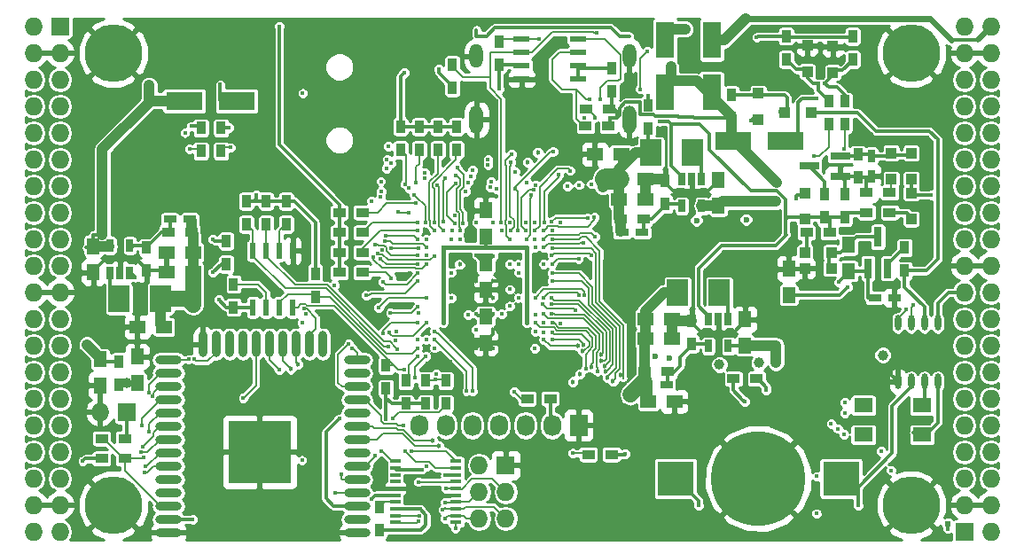
<source format=gbl>
G04 #@! TF.FileFunction,Copper,L4,Bot,Signal*
%FSLAX46Y46*%
G04 Gerber Fmt 4.6, Leading zero omitted, Abs format (unit mm)*
G04 Created by KiCad (PCBNEW 4.0.7+dfsg1-1) date Thu Oct 12 15:58:27 2017*
%MOMM*%
%LPD*%
G01*
G04 APERTURE LIST*
%ADD10C,0.100000*%
%ADD11O,2.500000X0.900000*%
%ADD12O,0.900000X2.500000*%
%ADD13R,6.000000X6.000000*%
%ADD14R,1.800000X3.500000*%
%ADD15R,0.900000X1.200000*%
%ADD16R,2.000000X2.500000*%
%ADD17R,0.700000X1.200000*%
%ADD18R,1.250000X1.500000*%
%ADD19R,1.500000X1.250000*%
%ADD20O,0.609600X1.473200*%
%ADD21R,0.800000X1.900000*%
%ADD22R,1.900000X0.800000*%
%ADD23R,1.200000X0.750000*%
%ADD24R,0.750000X1.200000*%
%ADD25R,1.200000X0.900000*%
%ADD26R,0.600000X1.550000*%
%ADD27R,1.550000X0.600000*%
%ADD28R,1.727200X1.727200*%
%ADD29O,1.727200X1.727200*%
%ADD30C,5.500000*%
%ADD31R,1.000000X0.400000*%
%ADD32R,0.500000X0.500000*%
%ADD33R,1.727200X2.032000*%
%ADD34O,1.727200X2.032000*%
%ADD35O,1.300000X2.700000*%
%ADD36O,1.300000X2.300000*%
%ADD37R,1.800000X1.400000*%
%ADD38R,3.500000X1.800000*%
%ADD39R,3.500000X3.300000*%
%ADD40C,9.000000*%
%ADD41R,1.000000X1.000000*%
%ADD42C,0.400000*%
%ADD43C,0.454000*%
%ADD44C,1.000000*%
%ADD45C,0.600000*%
%ADD46C,0.300000*%
%ADD47C,1.000000*%
%ADD48C,0.190000*%
%ADD49C,0.600000*%
%ADD50C,0.500000*%
%ADD51C,2.000000*%
%ADD52C,1.200000*%
%ADD53C,1.500000*%
%ADD54C,0.400000*%
%ADD55C,0.200000*%
%ADD56C,0.254000*%
G04 APERTURE END LIST*
D10*
D11*
X126260434Y-111030338D03*
X126260434Y-109760338D03*
X126260434Y-108490338D03*
X126260434Y-107220338D03*
X126260434Y-105950338D03*
X126260434Y-104680338D03*
X126260434Y-103410338D03*
X126260434Y-102140338D03*
X126260434Y-100870338D03*
X126260434Y-99600338D03*
X126260434Y-98330338D03*
X126260434Y-97060338D03*
X126260434Y-95790338D03*
X126260434Y-94520338D03*
D12*
X122975434Y-93030338D03*
X121705434Y-93030338D03*
X120435434Y-93030338D03*
X119165434Y-93030338D03*
X117895434Y-93030338D03*
X116625434Y-93030338D03*
X115355434Y-93030338D03*
X114085434Y-93030338D03*
X112815434Y-93030338D03*
X111545434Y-93030338D03*
D11*
X108260434Y-94520338D03*
X108260434Y-95790338D03*
X108260434Y-97060338D03*
X108260434Y-98330338D03*
X108260434Y-99600338D03*
X108260434Y-100870338D03*
X108260434Y-102140338D03*
X108260434Y-103410338D03*
X108260434Y-104680338D03*
X108260434Y-105950338D03*
X108260434Y-107220338D03*
X108260434Y-108490338D03*
X108260434Y-109760338D03*
X108260434Y-111030338D03*
D13*
X116960434Y-103330338D03*
D14*
X155695000Y-69000000D03*
X155695000Y-64000000D03*
D15*
X154044000Y-72426000D03*
X154044000Y-70226000D03*
D16*
X160870000Y-88090000D03*
X156870000Y-88090000D03*
D17*
X159825000Y-90600000D03*
X160775000Y-90600000D03*
X161725000Y-90600000D03*
X161725000Y-93200000D03*
X159825000Y-93200000D03*
D16*
X158330000Y-74755000D03*
X154330000Y-74755000D03*
D17*
X157285000Y-77235000D03*
X158235000Y-77235000D03*
X159185000Y-77235000D03*
X159185000Y-79835000D03*
X157285000Y-79835000D03*
D16*
X103530000Y-88725000D03*
X107530000Y-88725000D03*
D17*
X104575000Y-86215000D03*
X103625000Y-86215000D03*
X102675000Y-86215000D03*
X102675000Y-83615000D03*
X104575000Y-83615000D03*
D18*
X101085000Y-83665000D03*
X101085000Y-86165000D03*
D19*
X153810000Y-90630000D03*
X156310000Y-90630000D03*
X153810000Y-92535000D03*
X156310000Y-92535000D03*
D18*
X163315000Y-93150000D03*
X163315000Y-90650000D03*
D19*
X151270000Y-79200000D03*
X153770000Y-79200000D03*
X151270000Y-77295000D03*
X153770000Y-77295000D03*
D18*
X160775000Y-79815000D03*
X160775000Y-77315000D03*
D19*
X110590000Y-84280000D03*
X108090000Y-84280000D03*
X110590000Y-86185000D03*
X108090000Y-86185000D03*
D20*
X181730000Y-96599000D03*
X180460000Y-96599000D03*
X179190000Y-96599000D03*
X177920000Y-96599000D03*
X177920000Y-91011000D03*
X179190000Y-91011000D03*
X180460000Y-91011000D03*
X181730000Y-91011000D03*
D18*
X173221000Y-86038000D03*
X173221000Y-83538000D03*
D21*
X176965000Y-85780000D03*
X175065000Y-85780000D03*
X176015000Y-82780000D03*
D22*
X172435000Y-75075000D03*
X172435000Y-76975000D03*
X169435000Y-76025000D03*
D23*
X153910000Y-96910000D03*
X155810000Y-96910000D03*
X151570000Y-82375000D03*
X153470000Y-82375000D03*
X110290000Y-81105000D03*
X108390000Y-81105000D03*
D24*
X175380000Y-75075000D03*
X175380000Y-76975000D03*
D25*
X169200000Y-82375000D03*
X171400000Y-82375000D03*
D15*
X172840000Y-80935000D03*
X172840000Y-78735000D03*
D25*
X177115000Y-80470000D03*
X174915000Y-80470000D03*
D15*
X174110000Y-74925000D03*
X174110000Y-77125000D03*
X178555000Y-83815000D03*
X178555000Y-86015000D03*
X113785000Y-83180000D03*
X113785000Y-85380000D03*
X170935000Y-80935000D03*
X170935000Y-78735000D03*
X128390000Y-108580000D03*
X128390000Y-110780000D03*
D25*
X150572000Y-103584000D03*
X148372000Y-103584000D03*
X177115000Y-78565000D03*
X174915000Y-78565000D03*
X153760000Y-95640000D03*
X155960000Y-95640000D03*
X110440000Y-82375000D03*
X108240000Y-82375000D03*
X151420000Y-81105000D03*
X153620000Y-81105000D03*
D15*
X158235000Y-90800000D03*
X158235000Y-93000000D03*
X106165000Y-86015000D03*
X106165000Y-83815000D03*
X155695000Y-77465000D03*
X155695000Y-79665000D03*
D25*
X126782000Y-86185000D03*
X124582000Y-86185000D03*
X126782000Y-84279000D03*
X124582000Y-84279000D03*
X126782000Y-82375000D03*
X124582000Y-82375000D03*
X126782000Y-80470000D03*
X124582000Y-80470000D03*
D15*
X130422000Y-74458000D03*
X130422000Y-72258000D03*
X132200000Y-74458000D03*
X132200000Y-72258000D03*
X133978000Y-74458000D03*
X133978000Y-72258000D03*
X135756000Y-74458000D03*
X135756000Y-72258000D03*
D26*
X116325000Y-84120000D03*
X117595000Y-84120000D03*
X118865000Y-84120000D03*
X120135000Y-84120000D03*
X120135000Y-89520000D03*
X118865000Y-89520000D03*
X117595000Y-89520000D03*
X116325000Y-89520000D03*
D23*
X175700000Y-88598000D03*
X177600000Y-88598000D03*
D27*
X141980000Y-67705000D03*
X141980000Y-66435000D03*
X141980000Y-65165000D03*
X141980000Y-63895000D03*
X147380000Y-63895000D03*
X147380000Y-65165000D03*
X147380000Y-66435000D03*
X147380000Y-67705000D03*
D28*
X97910000Y-62690000D03*
D29*
X95370000Y-62690000D03*
X97910000Y-65230000D03*
X95370000Y-65230000D03*
X97910000Y-67770000D03*
X95370000Y-67770000D03*
X97910000Y-70310000D03*
X95370000Y-70310000D03*
X97910000Y-72850000D03*
X95370000Y-72850000D03*
X97910000Y-75390000D03*
X95370000Y-75390000D03*
X97910000Y-77930000D03*
X95370000Y-77930000D03*
X97910000Y-80470000D03*
X95370000Y-80470000D03*
X97910000Y-83010000D03*
X95370000Y-83010000D03*
X97910000Y-85550000D03*
X95370000Y-85550000D03*
X97910000Y-88090000D03*
X95370000Y-88090000D03*
X97910000Y-90630000D03*
X95370000Y-90630000D03*
X97910000Y-93170000D03*
X95370000Y-93170000D03*
X97910000Y-95710000D03*
X95370000Y-95710000D03*
X97910000Y-98250000D03*
X95370000Y-98250000D03*
X97910000Y-100790000D03*
X95370000Y-100790000D03*
X97910000Y-103330000D03*
X95370000Y-103330000D03*
X97910000Y-105870000D03*
X95370000Y-105870000D03*
X97910000Y-108410000D03*
X95370000Y-108410000D03*
X97910000Y-110950000D03*
X95370000Y-110950000D03*
D28*
X184270000Y-110950000D03*
D29*
X186810000Y-110950000D03*
X184270000Y-108410000D03*
X186810000Y-108410000D03*
X184270000Y-105870000D03*
X186810000Y-105870000D03*
X184270000Y-103330000D03*
X186810000Y-103330000D03*
X184270000Y-100790000D03*
X186810000Y-100790000D03*
X184270000Y-98250000D03*
X186810000Y-98250000D03*
X184270000Y-95710000D03*
X186810000Y-95710000D03*
X184270000Y-93170000D03*
X186810000Y-93170000D03*
X184270000Y-90630000D03*
X186810000Y-90630000D03*
X184270000Y-88090000D03*
X186810000Y-88090000D03*
X184270000Y-85550000D03*
X186810000Y-85550000D03*
X184270000Y-83010000D03*
X186810000Y-83010000D03*
X184270000Y-80470000D03*
X186810000Y-80470000D03*
X184270000Y-77930000D03*
X186810000Y-77930000D03*
X184270000Y-75390000D03*
X186810000Y-75390000D03*
X184270000Y-72850000D03*
X186810000Y-72850000D03*
X184270000Y-70310000D03*
X186810000Y-70310000D03*
X184270000Y-67770000D03*
X186810000Y-67770000D03*
X184270000Y-65230000D03*
X186810000Y-65230000D03*
X184270000Y-62690000D03*
X186810000Y-62690000D03*
D30*
X102990000Y-108410000D03*
X179190000Y-108410000D03*
X179190000Y-65230000D03*
X102990000Y-65230000D03*
D15*
X162045000Y-71410000D03*
X162045000Y-69210000D03*
X139820000Y-66330000D03*
X139820000Y-64130000D03*
X135375000Y-68532000D03*
X135375000Y-66332000D03*
X150615000Y-68870000D03*
X150615000Y-66670000D03*
D25*
X150275000Y-72215000D03*
X148075000Y-72215000D03*
X150380000Y-70600000D03*
X148180000Y-70600000D03*
D31*
X135735000Y-104215000D03*
X135735000Y-104865000D03*
X135735000Y-105515000D03*
X135735000Y-106165000D03*
X135735000Y-106815000D03*
X135735000Y-107465000D03*
X135735000Y-108115000D03*
X135735000Y-108765000D03*
X135735000Y-109415000D03*
X135735000Y-110065000D03*
X129935000Y-110065000D03*
X129935000Y-109415000D03*
X129935000Y-108765000D03*
X129935000Y-108115000D03*
X129935000Y-107465000D03*
X129935000Y-106815000D03*
X129935000Y-106165000D03*
X129935000Y-105515000D03*
X129935000Y-104865000D03*
X129935000Y-104215000D03*
D15*
X119500000Y-79370000D03*
X119500000Y-81570000D03*
X114480000Y-89500000D03*
X114480000Y-87300000D03*
X129025000Y-97275000D03*
X129025000Y-95075000D03*
X117595000Y-79370000D03*
X117595000Y-81570000D03*
X122280000Y-86300000D03*
X122280000Y-88500000D03*
X115690000Y-79370000D03*
X115690000Y-81570000D03*
D25*
X144730000Y-98250000D03*
X142530000Y-98250000D03*
D15*
X132835000Y-98715000D03*
X132835000Y-96515000D03*
X130930000Y-98715000D03*
X130930000Y-96515000D03*
D25*
X101890000Y-103965000D03*
X104090000Y-103965000D03*
D28*
X104260000Y-99520000D03*
D29*
X101720000Y-99520000D03*
D25*
X101890000Y-102060000D03*
X104090000Y-102060000D03*
D15*
X103498000Y-96894000D03*
X103498000Y-94694000D03*
D18*
X167506000Y-88324000D03*
X167506000Y-85824000D03*
D25*
X164415000Y-96345000D03*
X162215000Y-96345000D03*
D15*
X167252000Y-65822000D03*
X167252000Y-63622000D03*
D28*
X140455000Y-104600000D03*
D29*
X137915000Y-104600000D03*
X140455000Y-107140000D03*
X137915000Y-107140000D03*
X140455000Y-109680000D03*
X137915000Y-109680000D03*
D18*
X138550000Y-90396000D03*
X138550000Y-92896000D03*
X138550000Y-82736000D03*
X138550000Y-80236000D03*
X138550000Y-85316000D03*
X138550000Y-87816000D03*
X101720000Y-94460000D03*
X101720000Y-96960000D03*
D15*
X113277000Y-74585000D03*
X113277000Y-72385000D03*
X111372000Y-74585000D03*
X111372000Y-72385000D03*
X172840000Y-72045000D03*
X172840000Y-69845000D03*
X171316000Y-72045000D03*
X171316000Y-69845000D03*
D32*
X182680000Y-110200000D03*
D33*
X147440000Y-100790000D03*
D34*
X144900000Y-100790000D03*
X142360000Y-100790000D03*
X139820000Y-100790000D03*
X137280000Y-100790000D03*
X134740000Y-100790000D03*
X132200000Y-100790000D03*
D35*
X152280000Y-71550000D03*
X137680000Y-71550000D03*
D36*
X137680000Y-65500000D03*
X152280000Y-65500000D03*
D37*
X180212000Y-98882000D03*
X174612000Y-98882000D03*
X174612000Y-101682000D03*
X180212000Y-101682000D03*
D18*
X105276000Y-96706000D03*
X105276000Y-94206000D03*
D38*
X109761000Y-69802000D03*
X114761000Y-69802000D03*
X167212000Y-73612000D03*
X162212000Y-73612000D03*
D14*
X160140000Y-64000000D03*
X160140000Y-69000000D03*
D19*
X154064000Y-98504000D03*
X156564000Y-98504000D03*
X107796000Y-91392000D03*
X105296000Y-91392000D03*
X151484000Y-74882000D03*
X148984000Y-74882000D03*
D15*
X173602000Y-65822000D03*
X173602000Y-63622000D03*
X134740000Y-96515000D03*
X134740000Y-98715000D03*
D39*
X172485000Y-105870000D03*
X156685000Y-105870000D03*
D40*
X164585000Y-105870000D03*
D41*
X169284000Y-66988000D03*
X169284000Y-64488000D03*
X171697000Y-67081000D03*
X171697000Y-64581000D03*
X169050000Y-84280000D03*
X171550000Y-84280000D03*
X179190000Y-81085000D03*
X179190000Y-78585000D03*
X169030000Y-81085000D03*
X169030000Y-78585000D03*
X171550000Y-85804000D03*
X169050000Y-85804000D03*
X179190000Y-77275000D03*
X179190000Y-74775000D03*
X177285000Y-74775000D03*
X177285000Y-77275000D03*
X167145000Y-70945000D03*
X169645000Y-70945000D03*
X164585000Y-69060000D03*
X164585000Y-71560000D03*
D42*
X135172669Y-94689483D03*
X136095958Y-93369652D03*
X135456992Y-95118806D03*
X134113023Y-94099076D03*
D43*
X139264636Y-91615205D03*
D42*
X139575609Y-69792857D03*
D44*
X116880503Y-64802940D03*
X106974809Y-64953974D03*
X175210328Y-64948943D03*
X165417246Y-64954666D03*
D42*
X175495631Y-71457432D03*
X146468970Y-70993942D03*
X144978424Y-71024054D03*
X143480350Y-71016526D03*
X142000564Y-71008511D03*
X147987361Y-71377791D03*
X144102010Y-84600000D03*
X132880424Y-84561218D03*
X135567436Y-80702302D03*
X132810347Y-82177990D03*
X145713035Y-91022010D03*
X145680000Y-94177990D03*
X177285000Y-95710000D03*
D44*
X177229911Y-82281349D03*
D42*
X170046000Y-85804000D03*
D45*
X164741832Y-81130572D03*
D42*
X120770000Y-72215000D03*
D45*
X161067993Y-81216119D03*
D44*
X158233687Y-94852616D03*
X162992748Y-94820185D03*
D45*
X156280000Y-81210838D03*
D42*
X131254529Y-86251357D03*
X140880000Y-81400000D03*
X136085174Y-89394826D03*
X145680000Y-81400000D03*
X150080000Y-81600000D03*
X131280000Y-89400000D03*
X140874194Y-91433353D03*
X145680000Y-85422010D03*
X142480000Y-94200000D03*
X140880000Y-93400000D03*
X139280000Y-93400000D03*
X137680000Y-93400000D03*
X136880000Y-92600000D03*
X135280000Y-92600000D03*
X132880000Y-91800000D03*
X132880000Y-93400000D03*
D43*
X141042859Y-86994997D03*
X139280000Y-87000000D03*
X136110990Y-86995403D03*
X137680000Y-87000000D03*
X136080000Y-84600000D03*
X139280000Y-88600000D03*
D42*
X121003132Y-104131127D03*
X127656639Y-107816792D03*
D44*
X156235582Y-66548363D03*
X166321614Y-77572282D03*
X166248957Y-79408030D03*
X101932065Y-82585048D03*
X106417803Y-68312483D03*
X166280000Y-94800000D03*
D42*
X150457224Y-71377791D03*
X172289562Y-87124051D03*
D44*
X157600000Y-62944000D03*
D42*
X129005202Y-100174798D03*
X137659051Y-91638034D03*
X139820000Y-68665673D03*
X172834633Y-99599920D03*
X172879922Y-98618650D03*
X176305593Y-103279812D03*
X165349214Y-97422919D03*
D44*
X160875897Y-94988750D03*
D42*
X164433885Y-63737451D03*
X148639876Y-77729346D03*
D44*
X149751640Y-78029346D03*
D42*
X134079160Y-66786153D03*
X109828000Y-72830000D03*
X116654336Y-78777990D03*
D44*
X176474303Y-94069095D03*
D42*
X173094000Y-87582000D03*
D44*
X100479904Y-93063904D03*
D45*
X163422030Y-81120665D03*
X154726292Y-94171363D03*
X156077107Y-94380779D03*
X158680000Y-81210838D03*
D42*
X112515000Y-83010000D03*
X181065000Y-78785000D03*
X110529662Y-109760338D03*
X100080000Y-104200000D03*
X113080000Y-88800000D03*
D44*
X164653770Y-94825547D03*
D42*
X135273306Y-88618602D03*
X139272517Y-84611349D03*
X137680556Y-84534085D03*
X141680000Y-86200000D03*
X135280000Y-86200000D03*
X132880000Y-92600000D03*
X132080000Y-92600000D03*
X141680000Y-88600000D03*
X141680000Y-85400000D03*
D44*
X152362985Y-97848768D03*
D42*
X136885174Y-90194826D03*
X140094890Y-90122990D03*
X139280000Y-90122990D03*
X140880000Y-89400000D03*
X137680000Y-90172990D03*
X140880000Y-87800000D03*
X140880000Y-85400000D03*
D43*
X136080000Y-85400000D03*
D42*
X121369010Y-90164222D03*
X130022933Y-91834237D03*
X121036481Y-91008234D03*
X129902064Y-92678248D03*
D44*
X110617371Y-89287199D03*
D42*
X142480000Y-91000000D03*
X142480000Y-83800000D03*
X134480000Y-83800000D03*
X134480000Y-91000000D03*
X105037711Y-86632990D03*
X155149360Y-71764535D03*
X121086654Y-69078528D03*
X170182962Y-69571012D03*
X174110000Y-108410000D03*
X158870000Y-108410000D03*
X137295592Y-97538017D03*
X134750646Y-106810513D03*
X133680000Y-91800000D03*
D43*
X134074414Y-102752225D03*
D42*
X136740903Y-97514503D03*
X134675868Y-108131585D03*
D43*
X133449289Y-102232615D03*
D42*
X133680000Y-92600000D03*
X127951328Y-103666396D03*
X132936956Y-104698915D03*
X134463998Y-108841973D03*
X133685668Y-93402482D03*
X130692380Y-100790000D03*
X131808905Y-96227367D03*
X134636872Y-109719950D03*
X132846234Y-94197073D03*
X118858690Y-62658970D03*
X130761990Y-67119621D03*
X148477832Y-69619684D03*
X149475951Y-69619684D03*
X148991194Y-71377791D03*
X153984196Y-65077116D03*
X153322343Y-68673419D03*
X143650666Y-63862520D03*
X178665908Y-89713903D03*
X149183754Y-63257114D03*
X179375977Y-89317806D03*
X140035989Y-81400000D03*
X115404683Y-98167821D03*
X128776655Y-87110882D03*
X132077895Y-86272150D03*
X118843798Y-95498222D03*
D43*
X119978162Y-95412951D03*
X120634035Y-94977604D03*
D42*
X113212238Y-68244401D03*
X146387166Y-77939336D03*
X147480000Y-77822010D03*
X131453853Y-103260518D03*
X144891634Y-91008466D03*
D43*
X148653935Y-95249010D03*
X149565978Y-94054788D03*
D42*
X144867244Y-90164455D03*
D43*
X150720500Y-96575802D03*
D42*
X144890381Y-83866022D03*
D43*
X151448039Y-95951686D03*
D42*
X144894101Y-83022010D03*
D43*
X150149219Y-96229829D03*
D42*
X144901285Y-86268736D03*
D43*
X150033441Y-95660469D03*
D42*
X144888562Y-86993817D03*
D43*
X149952517Y-95085120D03*
D42*
X144877648Y-88622010D03*
D43*
X149584522Y-94635504D03*
D42*
X144810610Y-89177990D03*
X144895773Y-91874444D03*
D43*
X147777713Y-93691005D03*
X147356233Y-93219138D03*
D42*
X144102010Y-92600000D03*
D43*
X147915304Y-93060979D03*
D42*
X144882352Y-92577990D03*
X130807074Y-95454141D03*
X130141304Y-93529144D03*
X132080000Y-93400000D03*
X129254670Y-93244631D03*
X133852393Y-95875797D03*
X141280000Y-97600000D03*
X133762848Y-96395146D03*
X132080000Y-94200000D03*
X128669601Y-84020243D03*
X105906712Y-103816552D03*
X130839486Y-103260518D03*
X129459184Y-90039192D03*
X132080000Y-89444020D03*
X128602801Y-103260518D03*
X132162861Y-106185868D03*
X128321313Y-89539949D03*
X132880000Y-88600000D03*
X124741825Y-105494691D03*
X127145130Y-88379076D03*
X132080000Y-87000000D03*
X125827283Y-93452662D03*
X124202418Y-107207639D03*
D43*
X142530990Y-75662841D03*
X143525587Y-74749772D03*
D42*
X110313517Y-74380698D03*
X132146108Y-109940263D03*
X114166000Y-74247000D03*
X132189000Y-109415000D03*
X135694981Y-77648547D03*
X135567436Y-81489225D03*
X134702010Y-77200000D03*
X134471354Y-81347908D03*
X132761172Y-77202673D03*
X132737245Y-76676207D03*
X128545566Y-77476577D03*
X127643658Y-79355564D03*
X110718734Y-94451783D03*
X128515897Y-78994176D03*
X110193102Y-94489889D03*
X128569727Y-78469921D03*
X106368514Y-97662752D03*
X131230910Y-78113843D03*
X106741168Y-98035405D03*
X131709326Y-78745875D03*
X132783332Y-81399993D03*
X129016746Y-82660638D03*
X105679715Y-100783924D03*
X132084821Y-83022010D03*
X128948848Y-83183258D03*
X106401171Y-101377901D03*
X132886504Y-83777990D03*
X129513931Y-83860979D03*
X105803161Y-102850427D03*
X132117443Y-83866021D03*
X127966259Y-83527946D03*
X105651866Y-103355255D03*
X132079996Y-84503337D03*
X128256283Y-84387285D03*
X106023598Y-104697574D03*
X133671942Y-84595200D03*
X127824162Y-84688968D03*
X105973679Y-105248709D03*
X132875802Y-85428138D03*
D43*
X146862501Y-96617499D03*
X147534467Y-95913260D03*
D42*
X148102806Y-95339021D03*
X143280000Y-91000000D03*
X149207706Y-95605291D03*
X144082424Y-90132858D03*
X143989948Y-89177990D03*
X147125926Y-89802879D03*
X143281824Y-90201951D03*
X144102010Y-85397219D03*
X147422472Y-84858593D03*
X144886544Y-85385186D03*
X144102010Y-83000000D03*
X148975652Y-82755341D03*
X144885092Y-82177990D03*
X147470668Y-88324835D03*
X144082832Y-88584510D03*
X147997681Y-88324844D03*
X143278026Y-88595030D03*
X144102010Y-82185600D03*
X148935852Y-80899014D03*
X148337768Y-80975785D03*
X144866392Y-81333979D03*
X139280000Y-81400000D03*
X139585116Y-78205862D03*
X138968064Y-78040948D03*
X139049357Y-77520244D03*
X138775679Y-75942989D03*
X138779198Y-75400762D03*
X137680000Y-81400000D03*
X137308732Y-76415018D03*
X137106948Y-76979922D03*
X136856003Y-77562978D03*
X136634118Y-78451672D03*
X135830698Y-76200613D03*
X136411444Y-81497309D03*
X148668800Y-84550385D03*
X144877691Y-84532933D03*
X144102010Y-83800000D03*
X147894174Y-83335809D03*
X142852716Y-78759927D03*
X142473549Y-82998913D03*
X143105106Y-78295223D03*
X142396423Y-82191394D03*
X145494012Y-76834828D03*
X144146021Y-81374784D03*
X143331797Y-77819457D03*
X146627648Y-76461302D03*
X143257990Y-82207154D03*
X143257990Y-81379632D03*
X141380161Y-78226966D03*
X145017056Y-74655847D03*
X141657990Y-82130345D03*
X142413979Y-81382236D03*
X140080000Y-82200000D03*
X141342967Y-76554996D03*
X141046643Y-74873804D03*
X140864029Y-83041403D03*
X140980062Y-75681941D03*
X140924011Y-82179283D03*
X129542604Y-86703515D03*
X132880000Y-83022010D03*
X132080000Y-82177990D03*
X132080000Y-81400000D03*
X131847310Y-79589886D03*
X130856828Y-77742623D03*
X131923295Y-77584853D03*
X133654358Y-82177990D03*
X133627343Y-81396408D03*
X129336756Y-91938993D03*
X132880000Y-91000000D03*
X128770628Y-92009836D03*
X132077648Y-90977990D03*
X130196821Y-80377733D03*
X131180000Y-80500000D03*
X128489708Y-84867377D03*
X132079620Y-85428138D03*
X163908850Y-71651861D03*
X134501414Y-82177578D03*
X133922194Y-77854836D03*
X135656559Y-110610712D03*
X132448438Y-104994496D03*
X146844288Y-103452739D03*
X134707351Y-105508447D03*
X132280000Y-108800000D03*
D44*
X104309083Y-96731596D03*
D42*
X112515000Y-86185000D03*
X163277422Y-98501717D03*
X170126036Y-109212466D03*
X170157734Y-105666345D03*
X169895346Y-75092988D03*
X143257990Y-83000000D03*
X168166438Y-79108038D03*
X151896383Y-103510715D03*
X114039000Y-72342000D03*
X110483000Y-72215000D03*
X177274002Y-105079115D03*
X143258015Y-93423150D03*
X172761273Y-101651681D03*
X143280000Y-91800000D03*
X172193360Y-101105663D03*
X144064831Y-91877646D03*
X171540304Y-100645743D03*
X144080000Y-91000000D03*
X154044000Y-69294000D03*
X129061632Y-76229575D03*
X135280000Y-83022010D03*
X129493343Y-75737814D03*
X136080000Y-83000000D03*
X129122249Y-75363607D03*
X135345425Y-82176814D03*
X135725421Y-76909376D03*
X129252218Y-74142461D03*
X136080000Y-82200000D03*
X172746637Y-74347988D03*
X143280000Y-83800000D03*
X142480000Y-77600000D03*
X170300000Y-68151000D03*
X170950000Y-68125562D03*
X125480000Y-93000000D03*
X121206217Y-89662983D03*
X132156079Y-90030946D03*
X182654362Y-110665838D03*
X124080000Y-87400000D03*
X124080000Y-87400000D03*
X166678914Y-70803555D03*
X129660000Y-100155000D03*
X124580000Y-100155000D03*
D46*
X138630000Y-63600000D02*
X139449896Y-62780104D01*
X137680000Y-63000000D02*
X137680000Y-63600000D01*
X150510104Y-62780104D02*
X151330000Y-63600000D01*
X137680000Y-63600000D02*
X138630000Y-63600000D01*
X139449896Y-62780104D02*
X150510104Y-62780104D01*
X151330000Y-63600000D02*
X152280000Y-63600000D01*
X136126306Y-93400000D02*
X136095958Y-93369652D01*
X136880000Y-92600000D02*
X136110348Y-93369652D01*
X136049652Y-93369652D02*
X136095958Y-93369652D01*
X137680000Y-93400000D02*
X136126306Y-93400000D01*
X135280000Y-92600000D02*
X136049652Y-93369652D01*
X136110348Y-93369652D02*
X136095958Y-93369652D01*
X139264636Y-92054364D02*
X139264636Y-91936231D01*
X139264636Y-91936231D02*
X139264636Y-91615205D01*
X138550000Y-92769000D02*
X139264636Y-92054364D01*
X136880000Y-92600000D02*
X137680000Y-93400000D01*
X136880000Y-92600000D02*
X138381000Y-92600000D01*
X138381000Y-92600000D02*
X138550000Y-92769000D01*
X135280000Y-92600000D02*
X136880000Y-92600000D01*
X138550000Y-92769000D02*
X138649000Y-92769000D01*
X138649000Y-92769000D02*
X139280000Y-93400000D01*
X138550000Y-92769000D02*
X138311000Y-92769000D01*
X138311000Y-92769000D02*
X137680000Y-93400000D01*
X137822857Y-69792857D02*
X139292767Y-69792857D01*
X137680000Y-69650000D02*
X137822857Y-69792857D01*
X139292767Y-69792857D02*
X139575609Y-69792857D01*
X132202804Y-107453326D02*
X131572496Y-106823018D01*
X135747661Y-107453326D02*
X132202804Y-107453326D01*
X131572496Y-106823018D02*
X129919874Y-106823018D01*
X175042385Y-64781000D02*
X175210328Y-64948943D01*
X171697000Y-64781000D02*
X175042385Y-64781000D01*
X165683912Y-64688000D02*
X165417246Y-64954666D01*
X169284000Y-64688000D02*
X165683912Y-64688000D01*
X169284000Y-64688000D02*
X171604000Y-64688000D01*
X171604000Y-64688000D02*
X171697000Y-64781000D01*
X177285000Y-95710000D02*
X177285000Y-95964000D01*
X177285000Y-95964000D02*
X177920000Y-96599000D01*
X167506000Y-85824000D02*
X169230000Y-85824000D01*
X169230000Y-85824000D02*
X169250000Y-85804000D01*
X169250000Y-85804000D02*
X170046000Y-85804000D01*
X102210000Y-84915000D02*
X103625000Y-84915000D01*
X103625000Y-84915000D02*
X105215000Y-84915000D01*
X103625000Y-86215000D02*
X103625000Y-84915000D01*
X105215000Y-84915000D02*
X106165000Y-85865000D01*
X106165000Y-85865000D02*
X106165000Y-86015000D01*
X101085000Y-86165000D02*
X101085000Y-86040000D01*
X101085000Y-86040000D02*
X102210000Y-84915000D01*
X106165000Y-86015000D02*
X107920000Y-86015000D01*
X107920000Y-86015000D02*
X108090000Y-86185000D01*
D47*
X153770000Y-77295000D02*
X155525000Y-77295000D01*
D46*
X155525000Y-77295000D02*
X155695000Y-77465000D01*
D47*
X153770000Y-79200000D02*
X153770000Y-77295000D01*
D46*
X174110000Y-77125000D02*
X174745000Y-77125000D01*
X174745000Y-77125000D02*
X175230000Y-77125000D01*
X174915000Y-78565000D02*
X174915000Y-77295000D01*
X174915000Y-77295000D02*
X174745000Y-77125000D01*
X172840000Y-78735000D02*
X172840000Y-77380000D01*
X172840000Y-77380000D02*
X172435000Y-76975000D01*
X175230000Y-77125000D02*
X175380000Y-76975000D01*
X172435000Y-76975000D02*
X173960000Y-76975000D01*
X173960000Y-76975000D02*
X174110000Y-77125000D01*
X137680000Y-86200000D02*
X137680000Y-86600000D01*
X136080000Y-84600000D02*
X137680000Y-86200000D01*
X159850000Y-78365000D02*
X158235000Y-78365000D01*
X158235000Y-78365000D02*
X156445000Y-78365000D01*
X158235000Y-77235000D02*
X158235000Y-78365000D01*
X160775000Y-77315000D02*
X160775000Y-77440000D01*
X160775000Y-77440000D02*
X159850000Y-78365000D01*
X156445000Y-78365000D02*
X155695000Y-77615000D01*
X155695000Y-77615000D02*
X155695000Y-77465000D01*
D47*
X156310000Y-90630000D02*
X156310000Y-92535000D01*
X158235000Y-90800000D02*
X156480000Y-90800000D01*
D46*
X156480000Y-90800000D02*
X156310000Y-90630000D01*
X163315000Y-90650000D02*
X163315000Y-90834602D01*
X163315000Y-90834602D02*
X162249602Y-91900000D01*
X162249602Y-91900000D02*
X160775000Y-91900000D01*
X101085000Y-86165000D02*
X101085000Y-85929893D01*
X106165000Y-85944374D02*
X106165000Y-86015000D01*
X159185000Y-91900000D02*
X160775000Y-91900000D01*
X160775000Y-90600000D02*
X160775000Y-91900000D01*
X158235000Y-90800000D02*
X158235000Y-90950000D01*
X158235000Y-90950000D02*
X159185000Y-91900000D01*
X108090000Y-84280000D02*
X108090000Y-86185000D01*
X107625000Y-84745000D02*
X108090000Y-84280000D01*
X108070000Y-84260000D02*
X108090000Y-84280000D01*
X141037856Y-87000000D02*
X141042859Y-86994997D01*
X139280000Y-87000000D02*
X141037856Y-87000000D01*
X136432016Y-86995403D02*
X136110990Y-86995403D01*
X137284597Y-86995403D02*
X136432016Y-86995403D01*
X137680000Y-86600000D02*
X137284597Y-86995403D01*
X137680000Y-86600000D02*
X137680000Y-87000000D01*
D48*
X138029000Y-66332000D02*
X138115000Y-66246000D01*
D46*
X128008431Y-107465000D02*
X127856638Y-107616793D01*
X127856638Y-107616793D02*
X127656639Y-107816792D01*
X129935000Y-107465000D02*
X128008431Y-107465000D01*
X160140000Y-69000000D02*
X160140000Y-69850000D01*
X160140000Y-69850000D02*
X161700000Y-71410000D01*
D47*
X156235582Y-67716832D02*
X156235582Y-66548363D01*
X158681338Y-67896338D02*
X156415088Y-67896338D01*
X156415088Y-67896338D02*
X156235582Y-67716832D01*
D46*
X156235582Y-66578582D02*
X156235582Y-66548363D01*
D47*
X162045000Y-73295668D02*
X165821615Y-77072283D01*
X165821615Y-77072283D02*
X166321614Y-77572282D01*
X160790000Y-79800000D02*
X161181970Y-79408030D01*
X161181970Y-79408030D02*
X165541851Y-79408030D01*
X165541851Y-79408030D02*
X166248957Y-79408030D01*
D46*
X101085000Y-82615000D02*
X101114952Y-82585048D01*
X101114952Y-82585048D02*
X101224959Y-82585048D01*
X101085000Y-83665000D02*
X101085000Y-82615000D01*
D47*
X101932065Y-81877942D02*
X101932065Y-82585048D01*
X101932065Y-74415935D02*
X101932065Y-81877942D01*
X106407114Y-69940886D02*
X101932065Y-74415935D01*
D46*
X101224959Y-82585048D02*
X101932065Y-82585048D01*
X151080000Y-71400000D02*
X151352990Y-71127010D01*
X151352990Y-71127010D02*
X151352990Y-70466020D01*
X151352990Y-70466020D02*
X151896020Y-69922990D01*
X151896020Y-69922990D02*
X152557010Y-69922990D01*
X152557010Y-69922990D02*
X152583077Y-69896923D01*
D47*
X106417803Y-69019589D02*
X106417803Y-68312483D01*
X106417803Y-69930197D02*
X106417803Y-69019589D01*
X106407114Y-69940886D02*
X106417803Y-69930197D01*
X166280000Y-93150000D02*
X166280000Y-94800000D01*
D46*
X110610000Y-69548000D02*
X110610000Y-69802000D01*
X150457224Y-71377791D02*
X150457224Y-72032776D01*
X150457224Y-72032776D02*
X150275000Y-72215000D01*
D47*
X109975000Y-69802000D02*
X106546000Y-69802000D01*
X106546000Y-69802000D02*
X106419000Y-69929000D01*
D46*
X151057791Y-71377791D02*
X150740066Y-71377791D01*
X150740066Y-71377791D02*
X150457224Y-71377791D01*
X151080000Y-71400000D02*
X151057791Y-71377791D01*
X172289562Y-87094438D02*
X172289562Y-87124051D01*
X173221000Y-86163000D02*
X172289562Y-87094438D01*
X173221000Y-86038000D02*
X173221000Y-86163000D01*
X175065000Y-88598000D02*
X175065000Y-85780000D01*
X175700000Y-88598000D02*
X175065000Y-88598000D01*
D47*
X106419000Y-69929000D02*
X106407114Y-69940886D01*
D46*
X106419000Y-69675000D02*
X106419000Y-69929000D01*
X100572432Y-83665000D02*
X100424079Y-83813353D01*
X101085000Y-83665000D02*
X100572432Y-83665000D01*
X160790000Y-79800000D02*
X160775000Y-79815000D01*
D47*
X163315000Y-93150000D02*
X166280000Y-93150000D01*
D46*
X160775000Y-79940000D02*
X160775000Y-79815000D01*
X164925000Y-93150000D02*
X164240000Y-93150000D01*
X164240000Y-93150000D02*
X163315000Y-93150000D01*
X101085000Y-83665000D02*
X101085000Y-83790000D01*
X151080000Y-71400000D02*
X151080000Y-70838120D01*
X151080000Y-70838120D02*
X150615000Y-70373120D01*
X150615000Y-70373120D02*
X150615000Y-69995990D01*
X150615000Y-69995990D02*
X150615000Y-68870000D01*
D47*
X159185000Y-79835000D02*
X160755000Y-79835000D01*
D46*
X160755000Y-79835000D02*
X160775000Y-79815000D01*
X161725000Y-93200000D02*
X163265000Y-93200000D01*
X163265000Y-93200000D02*
X163315000Y-93150000D01*
X173221000Y-86038000D02*
X174807000Y-86038000D01*
X174807000Y-86038000D02*
X175065000Y-85780000D01*
D47*
X101085000Y-83665000D02*
X102625000Y-83665000D01*
D46*
X102625000Y-83665000D02*
X102675000Y-83615000D01*
X152583077Y-69896923D02*
X153316999Y-69896923D01*
X153316999Y-69896923D02*
X153316999Y-71047601D01*
X161700000Y-71410000D02*
X162045000Y-71410000D01*
D47*
X162045000Y-71410000D02*
X162045000Y-71260000D01*
X162045000Y-71260000D02*
X158681338Y-67896338D01*
X162045000Y-71410000D02*
X162045000Y-73295668D01*
D46*
X158407951Y-71315988D02*
X158501963Y-71410000D01*
X153372399Y-71103001D02*
X154568521Y-71103001D01*
X158501963Y-71410000D02*
X162045000Y-71410000D01*
X156924522Y-71275510D02*
X156965000Y-71315988D01*
X156965000Y-71315988D02*
X158407951Y-71315988D01*
X153316999Y-71047601D02*
X153372399Y-71103001D01*
X154568521Y-71103001D02*
X154741030Y-71275510D01*
X154741030Y-71275510D02*
X156924522Y-71275510D01*
X162045000Y-71753000D02*
X162045000Y-71410000D01*
X155695000Y-64000000D02*
X155695000Y-63368337D01*
X155695000Y-63368337D02*
X156119337Y-62944000D01*
D47*
X156119337Y-62944000D02*
X157600000Y-62944000D01*
X160140000Y-64000000D02*
X161340000Y-64000000D01*
X161340000Y-64000000D02*
X163399217Y-61940783D01*
D49*
X163399217Y-61940783D02*
X180980783Y-61940783D01*
D50*
X185540000Y-63960000D02*
X186810000Y-62690000D01*
D49*
X180980783Y-61940783D02*
X183000000Y-63960000D01*
D46*
X183000000Y-63960000D02*
X185540000Y-63960000D01*
X129025000Y-97275000D02*
X129025000Y-100155000D01*
X129025000Y-100155000D02*
X129005202Y-100174798D01*
X129025000Y-97275000D02*
X129025000Y-98175000D01*
X129025000Y-98175000D02*
X129565000Y-98715000D01*
X129565000Y-98715000D02*
X130180000Y-98715000D01*
X130180000Y-98715000D02*
X130930000Y-98715000D01*
X132835000Y-98715000D02*
X130930000Y-98715000D01*
X103498000Y-94694000D02*
X101954000Y-94694000D01*
X101954000Y-94694000D02*
X101720000Y-94460000D01*
X173602000Y-63706000D02*
X167336000Y-63706000D01*
X167336000Y-63706000D02*
X167252000Y-63622000D01*
X167252000Y-63622000D02*
X164549336Y-63622000D01*
X164549336Y-63622000D02*
X164433885Y-63737451D01*
X138550000Y-85042000D02*
X138188471Y-85042000D01*
X138188471Y-85042000D02*
X137680556Y-84534085D01*
X138550000Y-85042000D02*
X138841866Y-85042000D01*
X138841866Y-85042000D02*
X139272517Y-84611349D01*
X137680556Y-84534085D02*
X139195253Y-84534085D01*
X139195253Y-84534085D02*
X139272517Y-84611349D01*
X139820000Y-66330000D02*
X139820000Y-68665673D01*
X165349214Y-97129214D02*
X165349214Y-97422919D01*
X164565000Y-96345000D02*
X165349214Y-97129214D01*
X164415000Y-96345000D02*
X164565000Y-96345000D01*
D47*
X149784145Y-77289735D02*
X149751640Y-77322240D01*
X149751640Y-77322240D02*
X149751640Y-78029346D01*
X149993577Y-77289735D02*
X149784145Y-77289735D01*
D46*
X134079160Y-67068995D02*
X134079160Y-66786153D01*
X134079160Y-67086160D02*
X134079160Y-67068995D01*
X135375000Y-68382000D02*
X134079160Y-67086160D01*
X135375000Y-68532000D02*
X135375000Y-68382000D01*
X154044000Y-72426000D02*
X154044000Y-74469000D01*
X154044000Y-74469000D02*
X154330000Y-74755000D01*
X116654336Y-79155664D02*
X116654336Y-79060832D01*
X115690000Y-79370000D02*
X116440000Y-79370000D01*
X116440000Y-79370000D02*
X116654336Y-79155664D01*
X116654336Y-79060832D02*
X116654336Y-78777990D01*
X181730000Y-89106000D02*
X182746000Y-88090000D01*
X182746000Y-88090000D02*
X184270000Y-88090000D01*
X181730000Y-91011000D02*
X181730000Y-89106000D01*
X172352000Y-88324000D02*
X173094000Y-87582000D01*
X167506000Y-88324000D02*
X172352000Y-88324000D01*
X100479904Y-93094904D02*
X100479904Y-93063904D01*
D47*
X101720000Y-94335000D02*
X100479904Y-93094904D01*
D46*
X101720000Y-94460000D02*
X101720000Y-94335000D01*
X151330000Y-75000000D02*
X151330000Y-77235000D01*
X151330000Y-77235000D02*
X151270000Y-77295000D01*
X144730000Y-98250000D02*
X144730000Y-99266000D01*
X144730000Y-99266000D02*
X144730000Y-99400000D01*
X144730000Y-99400000D02*
X144730000Y-100620000D01*
X113785000Y-83180000D02*
X112685000Y-83180000D01*
X112685000Y-83180000D02*
X112515000Y-83010000D01*
X122280000Y-86300000D02*
X122280000Y-81400000D01*
X122280000Y-81400000D02*
X120250000Y-79370000D01*
X120250000Y-79370000D02*
X119500000Y-79370000D01*
X179190000Y-78785000D02*
X181065000Y-78785000D01*
X108260434Y-109760338D02*
X110529662Y-109760338D01*
X179190000Y-77075000D02*
X179190000Y-78785000D01*
X100315000Y-103965000D02*
X100080000Y-104200000D01*
X101890000Y-103965000D02*
X100315000Y-103965000D01*
X117595000Y-79370000D02*
X119500000Y-79370000D01*
X115690000Y-79370000D02*
X117595000Y-79370000D01*
X114480000Y-89500000D02*
X113780000Y-89500000D01*
X113780000Y-89500000D02*
X113080000Y-88800000D01*
X114480000Y-89500000D02*
X116305000Y-89500000D01*
X116305000Y-89500000D02*
X116325000Y-89520000D01*
X144900000Y-98250000D02*
X144730000Y-98250000D01*
X144730000Y-100620000D02*
X144900000Y-100790000D01*
X139820000Y-66330000D02*
X141875000Y-66330000D01*
X141875000Y-66330000D02*
X141980000Y-66435000D01*
D47*
X151270000Y-77295000D02*
X151264735Y-77289735D01*
D51*
X151264735Y-77289735D02*
X149993577Y-77289735D01*
D47*
X151270000Y-77295000D02*
X151270000Y-76370000D01*
D46*
X152885000Y-74755000D02*
X153030000Y-74755000D01*
D47*
X151270000Y-76370000D02*
X152885000Y-74755000D01*
X153030000Y-74755000D02*
X154330000Y-74755000D01*
X151420000Y-81105000D02*
X151420000Y-82225000D01*
D46*
X151420000Y-82225000D02*
X151570000Y-82375000D01*
D47*
X151270000Y-79200000D02*
X151270000Y-80955000D01*
D46*
X151270000Y-80955000D02*
X151420000Y-81105000D01*
D47*
X151270000Y-77295000D02*
X151270000Y-79200000D01*
D46*
X151790000Y-76775000D02*
X151270000Y-77295000D01*
X160870000Y-88090000D02*
X161725000Y-88945000D01*
X161725000Y-88945000D02*
X161725000Y-90600000D01*
X159185000Y-77235000D02*
X159185000Y-75610000D01*
X159185000Y-75610000D02*
X158330000Y-74755000D01*
D52*
X153910000Y-96910000D02*
X153910000Y-98350000D01*
D46*
X153910000Y-98350000D02*
X154064000Y-98504000D01*
D53*
X152862984Y-97348769D02*
X152362985Y-97848768D01*
X153525408Y-96686345D02*
X152862984Y-97348769D01*
X153733519Y-96686345D02*
X153525408Y-96686345D01*
D46*
X138550000Y-90269000D02*
X137776010Y-90269000D01*
X137776010Y-90269000D02*
X137680000Y-90172990D01*
X138550000Y-90269000D02*
X139133990Y-90269000D01*
X139133990Y-90269000D02*
X139280000Y-90122990D01*
X153733519Y-97228519D02*
X153733519Y-96686345D01*
D47*
X153701005Y-95301005D02*
X153810000Y-95410000D01*
X153701005Y-92643995D02*
X153701005Y-95301005D01*
X153810000Y-92535000D02*
X153701005Y-92643995D01*
D46*
X153810000Y-95410000D02*
X154110000Y-95710000D01*
X154110000Y-95710000D02*
X154110000Y-96385000D01*
D47*
X156870000Y-88090000D02*
X155570000Y-88090000D01*
X155570000Y-88090000D02*
X153810000Y-89850000D01*
X153810000Y-89850000D02*
X153810000Y-90630000D01*
X153810000Y-92535000D02*
X153810000Y-90630000D01*
D46*
X153695000Y-90515000D02*
X153810000Y-90630000D01*
X156010000Y-95710000D02*
X156524914Y-95710000D01*
X156524914Y-95710000D02*
X157145126Y-95089788D01*
X157145126Y-95089788D02*
X157145126Y-94239874D01*
X157145126Y-94239874D02*
X158235000Y-93150000D01*
X158235000Y-93150000D02*
X158235000Y-93000000D01*
X155960000Y-95640000D02*
X155960000Y-96760000D01*
X155960000Y-96760000D02*
X155810000Y-96910000D01*
X158235000Y-93000000D02*
X159625000Y-93000000D01*
X159625000Y-93000000D02*
X159825000Y-93200000D01*
D47*
X107530000Y-88725000D02*
X107530000Y-91126000D01*
D46*
X107530000Y-91126000D02*
X107796000Y-91392000D01*
D54*
X137480000Y-83800000D02*
X138550000Y-83800000D01*
X138550000Y-83800000D02*
X142480000Y-83800000D01*
D46*
X138550000Y-83298000D02*
X138550000Y-83800000D01*
D54*
X134480000Y-83800000D02*
X137480000Y-83800000D01*
D53*
X110055172Y-88725000D02*
X107530000Y-88725000D01*
X110617371Y-89287199D02*
X110055172Y-88725000D01*
D46*
X110590000Y-89259828D02*
X110617371Y-89287199D01*
D53*
X110590000Y-86185000D02*
X110590000Y-89259828D01*
D54*
X142480000Y-83800000D02*
X142480000Y-91000000D01*
X134480000Y-91000000D02*
X134480000Y-83800000D01*
D47*
X110440000Y-82375000D02*
X110440000Y-81255000D01*
D46*
X110440000Y-81255000D02*
X110290000Y-81105000D01*
D47*
X110590000Y-84280000D02*
X110590000Y-82525000D01*
D46*
X110590000Y-82525000D02*
X110440000Y-82375000D01*
D47*
X110590000Y-86185000D02*
X110590000Y-84280000D01*
D46*
X110070000Y-86705000D02*
X110590000Y-86185000D01*
X102675000Y-86215000D02*
X102675000Y-87870000D01*
X102675000Y-87870000D02*
X103530000Y-88725000D01*
X156280000Y-72000000D02*
X159003987Y-72000000D01*
X159003987Y-72000000D02*
X159926293Y-72922306D01*
X159926293Y-72922306D02*
X159926293Y-74478638D01*
X159926293Y-74478638D02*
X163850815Y-78403160D01*
X167183550Y-79228973D02*
X167183550Y-81105000D01*
X163850815Y-78403160D02*
X166357737Y-78403160D01*
X166357737Y-78403160D02*
X167183550Y-79228973D01*
X104619721Y-86215000D02*
X104837712Y-86432991D01*
X104575000Y-86215000D02*
X104619721Y-86215000D01*
X104837712Y-86432991D02*
X105037711Y-86632990D01*
X156280000Y-72000000D02*
X156044535Y-71764535D01*
X156044535Y-71764535D02*
X155432202Y-71764535D01*
X155432202Y-71764535D02*
X155149360Y-71764535D01*
X167183550Y-81105000D02*
X167183550Y-82518550D01*
X169030000Y-80885000D02*
X167403550Y-80885000D01*
X167403550Y-80885000D02*
X167183550Y-81105000D01*
X166265000Y-83600000D02*
X167265000Y-82600000D01*
X167183550Y-82518550D02*
X167265000Y-82600000D01*
X156280000Y-75980000D02*
X156280000Y-72000000D01*
X157285000Y-77235000D02*
X157285000Y-76985000D01*
X157285000Y-76985000D02*
X156280000Y-75980000D01*
X159825000Y-90600000D02*
X159825000Y-90345000D01*
X159825000Y-90345000D02*
X158880000Y-89400000D01*
X158880000Y-89400000D02*
X158880000Y-85800000D01*
X158880000Y-85800000D02*
X161080000Y-83600000D01*
X161080000Y-83600000D02*
X166265000Y-83600000D01*
X168980000Y-80885000D02*
X169030000Y-80885000D01*
X169030000Y-80885000D02*
X170885000Y-80885000D01*
X170885000Y-80885000D02*
X170935000Y-80935000D01*
X170935000Y-80935000D02*
X171570000Y-80935000D01*
X171570000Y-80935000D02*
X172840000Y-80935000D01*
X171400000Y-82375000D02*
X171400000Y-81105000D01*
X171400000Y-81105000D02*
X171570000Y-80935000D01*
X174915000Y-80470000D02*
X173305000Y-80470000D01*
X173305000Y-80470000D02*
X172840000Y-80935000D01*
X153620000Y-81105000D02*
X154432087Y-81105000D01*
X154432087Y-81105000D02*
X155695000Y-79842087D01*
X155695000Y-79842087D02*
X155695000Y-79665000D01*
X153620000Y-81105000D02*
X153620000Y-82225000D01*
X153620000Y-82225000D02*
X153470000Y-82375000D01*
X155695000Y-79665000D02*
X157115000Y-79665000D01*
X157115000Y-79665000D02*
X157285000Y-79835000D01*
X155525000Y-79835000D02*
X155695000Y-79665000D01*
X108240000Y-82375000D02*
X107605000Y-82375000D01*
X107605000Y-82375000D02*
X106165000Y-83815000D01*
X104575000Y-83615000D02*
X105965000Y-83615000D01*
X105965000Y-83615000D02*
X106165000Y-83815000D01*
X104775000Y-83815000D02*
X104575000Y-83615000D01*
X108070000Y-82545000D02*
X108240000Y-82375000D01*
X108390000Y-81105000D02*
X108390000Y-82225000D01*
X108390000Y-82225000D02*
X108240000Y-82375000D01*
X168141000Y-73485000D02*
X168402683Y-73223317D01*
X168402683Y-73223317D02*
X168402683Y-69932420D01*
X168402683Y-69932420D02*
X168764091Y-69571012D01*
X168764091Y-69571012D02*
X169900120Y-69571012D01*
X169900120Y-69571012D02*
X170182962Y-69571012D01*
X174110000Y-108410000D02*
X174110000Y-106705962D01*
X174110000Y-106705962D02*
X177385633Y-103430329D01*
X177385633Y-103430329D02*
X177385633Y-98913976D01*
X177385633Y-98913976D02*
X179190000Y-97109609D01*
X179190000Y-97109609D02*
X179190000Y-96599000D01*
X158870000Y-108410000D02*
X158870000Y-107955000D01*
X156785000Y-105870000D02*
X156685000Y-105870000D01*
X158870000Y-107955000D02*
X156785000Y-105870000D01*
D48*
X137295592Y-95277272D02*
X137295592Y-97255175D01*
X134018319Y-91999999D02*
X137295592Y-95277272D01*
X133680000Y-91800000D02*
X133879999Y-91999999D01*
X133879999Y-91999999D02*
X134018319Y-91999999D01*
X137295592Y-97255175D02*
X137295592Y-97538017D01*
X133753388Y-102752225D02*
X134074414Y-102752225D01*
X131793914Y-102752225D02*
X133753388Y-102752225D01*
X130570701Y-101529012D02*
X131793914Y-102752225D01*
X126260434Y-102140338D02*
X128151195Y-102140338D01*
X128151195Y-102140338D02*
X128762521Y-101529012D01*
X128762521Y-101529012D02*
X130570701Y-101529012D01*
X137254415Y-105873269D02*
X139188269Y-105873269D01*
X139188269Y-105873269D02*
X140455000Y-107140000D01*
X135735000Y-106856777D02*
X135718950Y-106872827D01*
X135718950Y-106872827D02*
X135656636Y-106810513D01*
X135656636Y-106810513D02*
X135033488Y-106810513D01*
X135033488Y-106810513D02*
X134750646Y-106810513D01*
X137254415Y-105873269D02*
X136254857Y-106872827D01*
X135735000Y-106815000D02*
X135735000Y-106856777D01*
X136254857Y-106872827D02*
X135718950Y-106872827D01*
X133680000Y-92600000D02*
X136740903Y-95660903D01*
X136740903Y-95660903D02*
X136740903Y-97231661D01*
X136740903Y-97231661D02*
X136740903Y-97514503D01*
X127700434Y-100870338D02*
X126260434Y-100870338D01*
X129997343Y-101048651D02*
X127878747Y-101048651D01*
X130160693Y-101212001D02*
X129997343Y-101048651D01*
X130702010Y-101212001D02*
X130160693Y-101212001D01*
X131722624Y-102232615D02*
X130702010Y-101212001D01*
X133449289Y-102232615D02*
X131722624Y-102232615D01*
X127878747Y-101048651D02*
X127700434Y-100870338D01*
X135735000Y-108115000D02*
X136940000Y-108115000D01*
X136940000Y-108115000D02*
X137915000Y-107140000D01*
X135644172Y-108131585D02*
X134958710Y-108131585D01*
X134958710Y-108131585D02*
X134675868Y-108131585D01*
X135669098Y-108106659D02*
X135644172Y-108131585D01*
X135726659Y-108106659D02*
X135669098Y-108106659D01*
X135735000Y-108115000D02*
X135726659Y-108106659D01*
X127951328Y-103789444D02*
X127951328Y-103666396D01*
X127060434Y-104680338D02*
X127951328Y-103789444D01*
X126260434Y-104680338D02*
X127060434Y-104680338D01*
X135735000Y-108765000D02*
X136425000Y-108765000D01*
X136595601Y-108594399D02*
X139369399Y-108594399D01*
X139369399Y-108594399D02*
X139591401Y-108816401D01*
X136425000Y-108765000D02*
X136595601Y-108594399D01*
X139591401Y-108816401D02*
X140455000Y-109680000D01*
X134713849Y-108592122D02*
X134663997Y-108641974D01*
X134540971Y-108765000D02*
X134463998Y-108841973D01*
X135735000Y-108765000D02*
X134540971Y-108765000D01*
X134663997Y-108641974D02*
X134463998Y-108841973D01*
X130692380Y-100790000D02*
X130187013Y-100790000D01*
X130187013Y-100790000D02*
X129993813Y-100596800D01*
X128802640Y-100596800D02*
X129993813Y-100596800D01*
X128583200Y-100377360D02*
X128802640Y-100596800D01*
X128583200Y-99853104D02*
X128583200Y-100377360D01*
X127060434Y-98330338D02*
X128583200Y-99853104D01*
X126260434Y-98330338D02*
X127060434Y-98330338D01*
X131808905Y-95944525D02*
X131808905Y-96227367D01*
X131808905Y-95234402D02*
X131808905Y-95944525D01*
X132846234Y-94197073D02*
X131808905Y-95234402D01*
X136690000Y-109680000D02*
X137915000Y-109680000D01*
X135735000Y-109415000D02*
X136425000Y-109415000D01*
X136425000Y-109415000D02*
X136690000Y-109680000D01*
X134636872Y-109719950D02*
X134941822Y-109415000D01*
X134941822Y-109415000D02*
X135735000Y-109415000D01*
D46*
X169445000Y-70945000D02*
X174084740Y-70945000D01*
X174084740Y-70945000D02*
X175826942Y-72687202D01*
X175826942Y-72687202D02*
X180932202Y-72687202D01*
X180932202Y-72687202D02*
X181730000Y-73485000D01*
X181730000Y-73485000D02*
X181730000Y-84915000D01*
X181730000Y-84915000D02*
X180630000Y-86015000D01*
X180630000Y-86015000D02*
X178555000Y-86015000D01*
X180460000Y-91011000D02*
X180460000Y-89489868D01*
X180460000Y-89489868D02*
X178555000Y-87584868D01*
X178555000Y-87584868D02*
X178555000Y-86015000D01*
X176015000Y-82780000D02*
X173979000Y-82780000D01*
X173979000Y-82780000D02*
X173221000Y-83538000D01*
X171350000Y-84280000D02*
X172479000Y-84280000D01*
X172479000Y-84280000D02*
X173221000Y-83538000D01*
X171350000Y-84280000D02*
X171350000Y-85804000D01*
X177285000Y-74975000D02*
X179190000Y-74975000D01*
X175380000Y-75075000D02*
X177185000Y-75075000D01*
X177185000Y-75075000D02*
X177285000Y-74975000D01*
X174110000Y-74925000D02*
X175230000Y-74925000D01*
X175230000Y-74925000D02*
X175380000Y-75075000D01*
X172435000Y-75075000D02*
X173960000Y-75075000D01*
X173960000Y-75075000D02*
X174110000Y-74925000D01*
X169200000Y-82375000D02*
X169200000Y-84230000D01*
X169200000Y-84230000D02*
X169250000Y-84280000D01*
X177115000Y-80470000D02*
X178775000Y-80470000D01*
X178775000Y-80470000D02*
X179190000Y-80885000D01*
X176965000Y-85780000D02*
X176965000Y-85405000D01*
X176965000Y-85405000D02*
X178555000Y-83815000D01*
X181730000Y-100536000D02*
X180784000Y-101482000D01*
X180784000Y-101482000D02*
X179412000Y-101482000D01*
X181730000Y-96599000D02*
X181730000Y-100536000D01*
X180460000Y-96599000D02*
X180460000Y-99057757D01*
X180460000Y-99057757D02*
X180446075Y-99071682D01*
X170935000Y-78735000D02*
X170935000Y-77525000D01*
X170935000Y-77525000D02*
X169435000Y-76025000D01*
D48*
X177285000Y-77075000D02*
X177285000Y-78395000D01*
X177285000Y-78395000D02*
X177115000Y-78565000D01*
D46*
X124582000Y-80470000D02*
X124582000Y-79720000D01*
X124582000Y-79720000D02*
X118858690Y-73996690D01*
X118858690Y-62941812D02*
X118858690Y-62658970D01*
X118858690Y-73996690D02*
X118858690Y-62941812D01*
X124582000Y-84279000D02*
X124582000Y-86185000D01*
X124582000Y-82375000D02*
X124582000Y-84279000D01*
X124582000Y-80470000D02*
X124582000Y-82375000D01*
X132200000Y-72258000D02*
X130422000Y-72258000D01*
X133978000Y-72258000D02*
X132200000Y-72258000D01*
X135756000Y-72258000D02*
X133978000Y-72258000D01*
X135748350Y-72191002D02*
X135722352Y-72217000D01*
X130402940Y-67478671D02*
X130761990Y-67119621D01*
X130402940Y-72217000D02*
X130402940Y-67478671D01*
D48*
X148194990Y-69619684D02*
X148477832Y-69619684D01*
X147186000Y-68691785D02*
X148113899Y-69619684D01*
X148113899Y-69619684D02*
X148194990Y-69619684D01*
X145821785Y-68691785D02*
X147186000Y-68691785D01*
X148075000Y-72215000D02*
X147925000Y-72215000D01*
X147186000Y-71476000D02*
X147186000Y-68691785D01*
X147925000Y-72215000D02*
X147186000Y-71476000D01*
X148075000Y-72215000D02*
X148075000Y-71961000D01*
X147380000Y-65165000D02*
X145600000Y-65165000D01*
X145600000Y-65165000D02*
X144900000Y-65865000D01*
X144900000Y-65865000D02*
X144900000Y-67770000D01*
X144900000Y-67770000D02*
X145821785Y-68691785D01*
X149475951Y-68558685D02*
X149475951Y-69336842D01*
X150146475Y-67888161D02*
X149475951Y-68558685D01*
X151180315Y-67888161D02*
X150146475Y-67888161D01*
X147380000Y-63895000D02*
X149915000Y-63895000D01*
X149915000Y-63895000D02*
X151407990Y-65387990D01*
X151407990Y-67660486D02*
X151180315Y-67888161D01*
X151407990Y-65387990D02*
X151407990Y-67660486D01*
X149475951Y-69336842D02*
X149475951Y-69619684D01*
X148991194Y-71261194D02*
X148991194Y-71377791D01*
X148180000Y-70600000D02*
X148330000Y-70600000D01*
X148330000Y-70600000D02*
X148991194Y-71261194D01*
X153322343Y-68673419D02*
X153322343Y-65738969D01*
X153784197Y-65277115D02*
X153984196Y-65077116D01*
X153322343Y-65738969D02*
X153784197Y-65277115D01*
X141980000Y-63895000D02*
X143618186Y-63895000D01*
X143618186Y-63895000D02*
X143650666Y-63862520D01*
X177920000Y-91011000D02*
X177920000Y-90579200D01*
X178665908Y-89833292D02*
X178665908Y-89713903D01*
X177920000Y-90579200D02*
X178665908Y-89833292D01*
X141980000Y-63895000D02*
X140055000Y-63895000D01*
X140055000Y-63895000D02*
X139820000Y-64130000D01*
X138980000Y-68578574D02*
X138980000Y-67516000D01*
X140035989Y-81400000D02*
X140035989Y-69634563D01*
X140035989Y-69634563D02*
X138980000Y-68578574D01*
X144895940Y-63214060D02*
X148857858Y-63214060D01*
X141980000Y-65165000D02*
X142945000Y-65165000D01*
X148857858Y-63214060D02*
X148900912Y-63257114D01*
X142945000Y-65165000D02*
X144895940Y-63214060D01*
X148900912Y-63257114D02*
X149183754Y-63257114D01*
X136409000Y-67516000D02*
X138980000Y-67516000D01*
X138980000Y-67516000D02*
X138980000Y-65165000D01*
X135375000Y-66332000D02*
X135375000Y-66482000D01*
X135375000Y-66482000D02*
X136409000Y-67516000D01*
X138980000Y-65165000D02*
X141980000Y-65165000D01*
X179190000Y-89503783D02*
X179375977Y-89317806D01*
X179190000Y-91011000D02*
X179190000Y-89503783D01*
D46*
X147380000Y-67705000D02*
X147380000Y-66435000D01*
X150615000Y-66670000D02*
X147615000Y-66670000D01*
X147615000Y-66670000D02*
X147380000Y-66435000D01*
D48*
X115604682Y-97967822D02*
X115404683Y-98167821D01*
X116625434Y-96947070D02*
X115604682Y-97967822D01*
X116625434Y-93030338D02*
X116625434Y-96947070D01*
X128976654Y-87310881D02*
X128776655Y-87110882D01*
X131039164Y-87310881D02*
X128976654Y-87310881D01*
X132077895Y-86272150D02*
X131039164Y-87310881D01*
X118643799Y-95298223D02*
X118843798Y-95498222D01*
X117895434Y-94549858D02*
X118643799Y-95298223D01*
X117895434Y-93030338D02*
X117895434Y-94549858D01*
X119751163Y-95185952D02*
X119978162Y-95412951D01*
X119165434Y-93030338D02*
X119165434Y-94600223D01*
X119165434Y-94600223D02*
X119751163Y-95185952D01*
X120435434Y-93030338D02*
X120435434Y-94779003D01*
X120435434Y-94779003D02*
X120634035Y-94977604D01*
D46*
X113212238Y-69737238D02*
X113212238Y-68527243D01*
X113277000Y-69802000D02*
X113212238Y-69737238D01*
X113212238Y-68527243D02*
X113212238Y-68244401D01*
D48*
X129935000Y-108115000D02*
X128895397Y-108115000D01*
X128895397Y-108115000D02*
X128373228Y-108637169D01*
X135760266Y-104239298D02*
X134781486Y-103260518D01*
X134781486Y-103260518D02*
X131736695Y-103260518D01*
X131736695Y-103260518D02*
X131453853Y-103260518D01*
X148799966Y-93707957D02*
X149087633Y-93420290D01*
X148317277Y-91444011D02*
X145510474Y-91444011D01*
X149087633Y-93420290D02*
X149087633Y-92214367D01*
X149087633Y-92214367D02*
X148317277Y-91444011D01*
X148653935Y-95249010D02*
X148653935Y-94927984D01*
X145074929Y-91008466D02*
X144891634Y-91008466D01*
X148799966Y-94781953D02*
X148799966Y-93707957D01*
X148653935Y-94927984D02*
X148799966Y-94781953D01*
X145510474Y-91444011D02*
X145074929Y-91008466D01*
X145210512Y-90224881D02*
X147994787Y-90224881D01*
X149751857Y-91981951D02*
X149751857Y-93868909D01*
X145150086Y-90164455D02*
X145210512Y-90224881D01*
X144867244Y-90164455D02*
X145150086Y-90164455D01*
X147994787Y-90224881D02*
X149751857Y-91981951D01*
X149751857Y-93868909D02*
X149565978Y-94054788D01*
X149053712Y-84789964D02*
X149053712Y-89042202D01*
X149090802Y-84347750D02*
X149090802Y-84752874D01*
X148609074Y-83866022D02*
X149090802Y-84347750D01*
X149053712Y-89042202D02*
X151336912Y-91325401D01*
X151336912Y-91325401D02*
X151336912Y-95410204D01*
X149090802Y-84752874D02*
X149053712Y-84789964D01*
X150972914Y-95774202D02*
X150972914Y-96325685D01*
X144890381Y-83866022D02*
X148609074Y-83866022D01*
X151336912Y-95410204D02*
X150972914Y-95774202D01*
D55*
X150947499Y-96348803D02*
X150720500Y-96575802D01*
X150970617Y-96325685D02*
X150947499Y-96348803D01*
X150972914Y-96325685D02*
X150970617Y-96325685D01*
D48*
X151675038Y-96277077D02*
X151675038Y-96178685D01*
X151675038Y-96178685D02*
X151448039Y-95951686D01*
X151653923Y-96298192D02*
X151675038Y-96277077D01*
X145176943Y-83022010D02*
X144894101Y-83022010D01*
X149407813Y-84884184D02*
X149407813Y-84086266D01*
X147701551Y-82785128D02*
X147464669Y-83022010D01*
X147464669Y-83022010D02*
X145176943Y-83022010D01*
X148106675Y-82785128D02*
X147701551Y-82785128D01*
X149370723Y-84921274D02*
X149407813Y-84884184D01*
X149370723Y-88910892D02*
X149370723Y-84921274D01*
X149407813Y-84086266D02*
X148106675Y-82785128D01*
X151653923Y-91194091D02*
X149370723Y-88910892D01*
X151653923Y-96298192D02*
X151653923Y-91194091D01*
X151693951Y-96258164D02*
X151653923Y-96298192D01*
X148736701Y-87583818D02*
X148736701Y-89173512D01*
X151019901Y-91456711D02*
X151019901Y-95278894D01*
X150376218Y-95952360D02*
X150376218Y-96002830D01*
X150376218Y-96002830D02*
X150149219Y-96229829D01*
X150682027Y-95616768D02*
X150682027Y-95646551D01*
X144901285Y-86268736D02*
X147421619Y-86268736D01*
X148736701Y-89173512D02*
X151019901Y-91456711D01*
X147421619Y-86268736D02*
X148736701Y-87583818D01*
X151019901Y-95278894D02*
X150682027Y-95616768D01*
X150682027Y-95646551D02*
X150376218Y-95952360D01*
X150702890Y-91588021D02*
X150702890Y-94991020D01*
X148419690Y-89304822D02*
X150702890Y-91588021D01*
X147698379Y-86993817D02*
X148419690Y-87715128D01*
X144888562Y-86993817D02*
X147698379Y-86993817D01*
X150260440Y-95433470D02*
X150033441Y-95660469D01*
X150702890Y-94991020D02*
X150260440Y-95433470D01*
X148419690Y-87715128D02*
X148419690Y-89304822D01*
X150385879Y-94651758D02*
X150179516Y-94858121D01*
X144877648Y-88622010D02*
X145077647Y-88822009D01*
X150179516Y-94858121D02*
X149952517Y-95085120D01*
X145077647Y-88822009D02*
X147488557Y-88822009D01*
X147488557Y-88822009D02*
X150385879Y-91719331D01*
X150385879Y-91719331D02*
X150385879Y-94651758D01*
X149905548Y-94635504D02*
X149584522Y-94635504D01*
X150068868Y-94472184D02*
X149905548Y-94635504D01*
X150068868Y-91850641D02*
X150068868Y-94472184D01*
X144810610Y-89177990D02*
X147396217Y-89177990D01*
X147396217Y-89177990D02*
X150068868Y-91850641D01*
X148453611Y-92835414D02*
X147696230Y-92078033D01*
X148453611Y-93157671D02*
X148453611Y-92835414D01*
X145099362Y-92078033D02*
X145095772Y-92074443D01*
X147777713Y-93691005D02*
X147920277Y-93691005D01*
X147920277Y-93691005D02*
X148453611Y-93157671D01*
X145095772Y-92074443D02*
X144895773Y-91874444D01*
X147696230Y-92078033D02*
X145099362Y-92078033D01*
X147035207Y-93219138D02*
X147356233Y-93219138D01*
X144721148Y-93219138D02*
X147035207Y-93219138D01*
X144102010Y-92600000D02*
X144721148Y-93219138D01*
X147688305Y-92833980D02*
X147915304Y-93060979D01*
X144882352Y-92577990D02*
X147432315Y-92577990D01*
X147432315Y-92577990D02*
X147688305Y-92833980D01*
X118865000Y-84120000D02*
X118865000Y-82205000D01*
X118865000Y-82205000D02*
X119500000Y-81570000D01*
X116780000Y-87300000D02*
X117595000Y-88115000D01*
X117595000Y-88115000D02*
X117595000Y-89520000D01*
X114480000Y-87300000D02*
X116780000Y-87300000D01*
X129025000Y-95075000D02*
X129805949Y-95075000D01*
X129805949Y-95075000D02*
X130185090Y-95454141D01*
X120904019Y-89240981D02*
X120625000Y-89520000D01*
X124071493Y-89340544D02*
X121508342Y-89340544D01*
X130185090Y-95454141D02*
X124071493Y-89340544D01*
X121408779Y-89240981D02*
X120904019Y-89240981D01*
X120625000Y-89520000D02*
X120135000Y-89520000D01*
X121508342Y-89340544D02*
X121408779Y-89240981D01*
X130807074Y-95454141D02*
X130185090Y-95454141D01*
X129941305Y-93329145D02*
X130141304Y-93529144D01*
X120360988Y-87360988D02*
X123436900Y-87360988D01*
X129406820Y-92794660D02*
X129941305Y-93329145D01*
X123436900Y-87360988D02*
X128870572Y-92794660D01*
X117595000Y-84595000D02*
X120360988Y-87360988D01*
X128870572Y-92794660D02*
X129406820Y-92794660D01*
X117595000Y-84120000D02*
X117595000Y-84595000D01*
X117595000Y-84120000D02*
X117595000Y-81570000D01*
X123679270Y-88500000D02*
X122920000Y-88500000D01*
X131528854Y-93951146D02*
X129130416Y-93951146D01*
X132080000Y-93400000D02*
X131528854Y-93951146D01*
X129130416Y-93951146D02*
X123679270Y-88500000D01*
X122920000Y-88500000D02*
X122280000Y-88500000D01*
X122280000Y-88500000D02*
X122031234Y-88251234D01*
X122031234Y-88251234D02*
X119658766Y-88251234D01*
X119658766Y-88251234D02*
X118865000Y-89045000D01*
X118865000Y-89045000D02*
X118865000Y-89520000D01*
X116325000Y-84595000D02*
X119407999Y-87677999D01*
X116325000Y-84120000D02*
X116325000Y-84595000D01*
X128872222Y-93244631D02*
X128971828Y-93244631D01*
X119407999Y-87677999D02*
X123305590Y-87677999D01*
X128971828Y-93244631D02*
X129254670Y-93244631D01*
X123305590Y-87677999D02*
X128872222Y-93244631D01*
X116325000Y-84120000D02*
X116325000Y-82205000D01*
X116325000Y-82205000D02*
X115690000Y-81570000D01*
X142530000Y-98250000D02*
X141930000Y-98250000D01*
X141930000Y-98250000D02*
X141280000Y-97600000D01*
X134045690Y-96395146D02*
X133762848Y-96395146D01*
X132835000Y-96515000D02*
X133642994Y-96515000D01*
X134902547Y-96248879D02*
X134756280Y-96395146D01*
X133642994Y-96515000D02*
X133762848Y-96395146D01*
X134756280Y-96395146D02*
X134045690Y-96395146D01*
X132080000Y-94200000D02*
X131242159Y-95037841D01*
X131242159Y-95037841D02*
X131242159Y-96202841D01*
X131242159Y-96202841D02*
X130930000Y-96515000D01*
X104090000Y-103965000D02*
X105758264Y-103965000D01*
X105758264Y-103965000D02*
X105906712Y-103816552D01*
X107460434Y-108490338D02*
X108260434Y-108490338D01*
X104090000Y-105119904D02*
X107460434Y-108490338D01*
X104090000Y-103965000D02*
X104090000Y-105119904D01*
X109060434Y-108490338D02*
X108260434Y-108490338D01*
X101890000Y-102060000D02*
X102040000Y-102060000D01*
X102040000Y-102060000D02*
X103945000Y-103965000D01*
X103945000Y-103965000D02*
X104090000Y-103965000D01*
X135735000Y-104865000D02*
X133727603Y-104865000D01*
X133727603Y-104865000D02*
X133139517Y-104276914D01*
X131039485Y-103460517D02*
X130839486Y-103260518D01*
X131855882Y-104276914D02*
X131039485Y-103460517D01*
X133139517Y-104276914D02*
X131855882Y-104276914D01*
X132080000Y-89444020D02*
X131484828Y-90039192D01*
X129742026Y-90039192D02*
X129459184Y-90039192D01*
X131484828Y-90039192D02*
X129742026Y-90039192D01*
X129935000Y-104215000D02*
X129635000Y-104215000D01*
X129635000Y-104215000D02*
X128680518Y-103260518D01*
X128680518Y-103260518D02*
X128602801Y-103260518D01*
X135792529Y-106185868D02*
X132445703Y-106185868D01*
X135798078Y-106180319D02*
X135792529Y-106185868D01*
X132445703Y-106185868D02*
X132162861Y-106185868D01*
X132880000Y-88600000D02*
X129261262Y-88600000D01*
X128521312Y-89339950D02*
X128321313Y-89539949D01*
X129261262Y-88600000D02*
X128521312Y-89339950D01*
X124741825Y-105871729D02*
X124741825Y-105777533D01*
X124741825Y-105777533D02*
X124741825Y-105494691D01*
X124820434Y-105950338D02*
X124741825Y-105871729D01*
X126260434Y-105950338D02*
X124820434Y-105950338D01*
X127609071Y-88197977D02*
X127427972Y-88379076D01*
X127427972Y-88379076D02*
X127145130Y-88379076D01*
X132080000Y-87000000D02*
X130882023Y-88197977D01*
X130882023Y-88197977D02*
X127609071Y-88197977D01*
X126260434Y-94520338D02*
X126260434Y-93880338D01*
X125832758Y-93452662D02*
X125827283Y-93452662D01*
X126260434Y-93880338D02*
X125832758Y-93452662D01*
X126260434Y-107220338D02*
X124215117Y-107220338D01*
X124215117Y-107220338D02*
X124202418Y-107207639D01*
X129989706Y-110093313D02*
X131993058Y-110093313D01*
X131993058Y-110093313D02*
X132146108Y-109940263D01*
X110313517Y-74380698D02*
X111167698Y-74380698D01*
X111167698Y-74380698D02*
X111372000Y-74585000D01*
X129920049Y-109454792D02*
X129959841Y-109415000D01*
X129959841Y-109415000D02*
X132189000Y-109415000D01*
X114166000Y-74247000D02*
X113615000Y-74247000D01*
X113615000Y-74247000D02*
X113277000Y-74585000D01*
X134832853Y-78510675D02*
X135494982Y-77848546D01*
X135494982Y-77848546D02*
X135694981Y-77648547D01*
X134832853Y-80754642D02*
X134832853Y-78510675D01*
X135567436Y-81489225D02*
X134832853Y-80754642D01*
X134471354Y-77430656D02*
X134502011Y-77399999D01*
X134502011Y-77399999D02*
X134702010Y-77200000D01*
X134471354Y-81347908D02*
X134471354Y-77430656D01*
X112815434Y-93030338D02*
X112815434Y-93830338D01*
X112815434Y-93830338D02*
X111993990Y-94651782D01*
X110918733Y-94651782D02*
X110718734Y-94451783D01*
X111993990Y-94651782D02*
X110918733Y-94651782D01*
X110162653Y-94520338D02*
X110193102Y-94489889D01*
X108260434Y-94520338D02*
X110162653Y-94520338D01*
X106368514Y-97379910D02*
X106368514Y-97662752D01*
X108260434Y-95790338D02*
X107460434Y-95790338D01*
X107460434Y-95790338D02*
X106368514Y-96882258D01*
X106368514Y-96882258D02*
X106368514Y-97379910D01*
X108260434Y-97060338D02*
X107460434Y-97060338D01*
X106820434Y-97700338D02*
X106820434Y-97956139D01*
X107460434Y-97060338D02*
X106820434Y-97700338D01*
X106820434Y-97956139D02*
X106741168Y-98035405D01*
X132783332Y-81399993D02*
X132783332Y-79819881D01*
X132783332Y-79819881D02*
X131909325Y-78945874D01*
X131909325Y-78945874D02*
X131709326Y-78745875D01*
X129299588Y-82660638D02*
X129016746Y-82660638D01*
X132084821Y-83022010D02*
X131723449Y-82660638D01*
X131723449Y-82660638D02*
X129299588Y-82660638D01*
X107460434Y-98330338D02*
X105679715Y-100111057D01*
X105679715Y-100111057D02*
X105679715Y-100501082D01*
X108260434Y-98330338D02*
X107460434Y-98330338D01*
X105679715Y-100501082D02*
X105679715Y-100783924D01*
X132552525Y-83444011D02*
X129716733Y-83444011D01*
X129455980Y-83183258D02*
X129231690Y-83183258D01*
X132886504Y-83777990D02*
X132552525Y-83444011D01*
X129716733Y-83444011D02*
X129455980Y-83183258D01*
X129231690Y-83183258D02*
X128948848Y-83183258D01*
X106401171Y-100659601D02*
X106401171Y-101095059D01*
X107460434Y-99600338D02*
X106401171Y-100659601D01*
X108260434Y-99600338D02*
X107460434Y-99600338D01*
X106401171Y-101095059D02*
X106401171Y-101377901D01*
X129518973Y-83866021D02*
X129513931Y-83860979D01*
X132117443Y-83866021D02*
X129518973Y-83866021D01*
X106003160Y-102650428D02*
X105803161Y-102850427D01*
X108260434Y-100870338D02*
X107460434Y-100870338D01*
X107460434Y-100870338D02*
X106820434Y-101510338D01*
X106820434Y-101833154D02*
X106003160Y-102650428D01*
X106820434Y-101510338D02*
X106820434Y-101833154D01*
X129515681Y-84503337D02*
X129091602Y-84079258D01*
X129091602Y-83817682D02*
X128872162Y-83598242D01*
X128319397Y-83598242D02*
X128249101Y-83527946D01*
X129091602Y-84079258D02*
X129091602Y-83817682D01*
X128249101Y-83527946D02*
X127966259Y-83527946D01*
X132079996Y-84503337D02*
X129515681Y-84503337D01*
X128872162Y-83598242D02*
X128319397Y-83598242D01*
X105934708Y-103355255D02*
X105651866Y-103355255D01*
X106245517Y-103355255D02*
X105934708Y-103355255D01*
X108260434Y-102140338D02*
X107460434Y-102140338D01*
X107460434Y-102140338D02*
X106245517Y-103355255D01*
X128692270Y-84445375D02*
X128314373Y-84445375D01*
X129253022Y-85006128D02*
X128692270Y-84445375D01*
X128314373Y-84445375D02*
X128256283Y-84387285D01*
X133671942Y-84595200D02*
X133261014Y-85006128D01*
X133261014Y-85006128D02*
X129253022Y-85006128D01*
X106173198Y-104697574D02*
X106023598Y-104697574D01*
X107460434Y-103410338D02*
X106173198Y-104697574D01*
X108260434Y-103410338D02*
X107460434Y-103410338D01*
X127824162Y-84971810D02*
X127824162Y-84688968D01*
X128623285Y-85770933D02*
X127824162Y-84971810D01*
X131877058Y-85850140D02*
X131797851Y-85770933D01*
X131797851Y-85770933D02*
X128623285Y-85770933D01*
X132875802Y-85428138D02*
X132453800Y-85850140D01*
X132453800Y-85850140D02*
X131877058Y-85850140D01*
X106252063Y-105248709D02*
X105973679Y-105248709D01*
X106820434Y-104680338D02*
X106252063Y-105248709D01*
X108260434Y-104680338D02*
X106820434Y-104680338D01*
X143280000Y-91000000D02*
X143710467Y-91430467D01*
X148770622Y-93288981D02*
X148482955Y-93576647D01*
X148102806Y-95056179D02*
X148102806Y-95339021D01*
X145379164Y-91761022D02*
X148141025Y-91761022D01*
X148141025Y-91761022D02*
X148770622Y-92390619D01*
X145048609Y-91430467D02*
X145379164Y-91761022D01*
X148770622Y-92390619D02*
X148770622Y-93288981D01*
X148102806Y-94009016D02*
X148102806Y-95056179D01*
X143710467Y-91430467D02*
X145048609Y-91430467D01*
X148482955Y-93576647D02*
X148482955Y-93628867D01*
X148482955Y-93628867D02*
X148102806Y-94009016D01*
X149404644Y-93551600D02*
X149116977Y-93839267D01*
X149116977Y-95231720D02*
X149207706Y-95322449D01*
X147908042Y-90586456D02*
X149404644Y-92083058D01*
X149207706Y-95322449D02*
X149207706Y-95605291D01*
X149116977Y-93839267D02*
X149116977Y-95231720D01*
X144536022Y-90586456D02*
X147908042Y-90586456D01*
X144082424Y-90132858D02*
X144536022Y-90586456D01*
X149404644Y-92083058D02*
X149404644Y-93551600D01*
X144414838Y-89602880D02*
X144189947Y-89377989D01*
X146925927Y-89602880D02*
X144414838Y-89602880D01*
X144189947Y-89377989D02*
X143989948Y-89177990D01*
X147125926Y-89802879D02*
X146925927Y-89602880D01*
X147139630Y-84858593D02*
X147422472Y-84858593D01*
X145413137Y-84858593D02*
X147139630Y-84858593D01*
X144886544Y-85385186D02*
X145413137Y-84858593D01*
X144302009Y-82800001D02*
X144102010Y-83000000D01*
X144502010Y-82600000D02*
X144302009Y-82800001D01*
X147438358Y-82600000D02*
X144502010Y-82600000D01*
X147570241Y-82468117D02*
X147438358Y-82600000D01*
X148975652Y-82755341D02*
X148688428Y-82468117D01*
X148688428Y-82468117D02*
X147570241Y-82468117D01*
X144082832Y-88584510D02*
X144542506Y-88124836D01*
X147270669Y-88124836D02*
X147470668Y-88324835D01*
X144542506Y-88124836D02*
X147270669Y-88124836D01*
X147755679Y-87800000D02*
X147997681Y-88042002D01*
X147997681Y-88042002D02*
X147997681Y-88324844D01*
X144073056Y-87800000D02*
X147755679Y-87800000D01*
X143278026Y-88595030D02*
X144073056Y-87800000D01*
X144531621Y-81755989D02*
X144302009Y-81985601D01*
X145411427Y-81755989D02*
X144531621Y-81755989D01*
X148295707Y-81822001D02*
X145477439Y-81822001D01*
X145477439Y-81822001D02*
X145411427Y-81755989D01*
X148935852Y-81181856D02*
X148295707Y-81822001D01*
X148935852Y-80899014D02*
X148935852Y-81181856D01*
X144302009Y-81985601D02*
X144102010Y-82185600D01*
X148054926Y-80975785D02*
X148337768Y-80975785D01*
X145224586Y-80975785D02*
X148054926Y-80975785D01*
X144866392Y-81333979D02*
X145224586Y-80975785D01*
X136103859Y-80165843D02*
X136103859Y-78385117D01*
X136434002Y-78054974D02*
X136434002Y-76803917D01*
X136411444Y-81497309D02*
X136411444Y-80473428D01*
X136411444Y-80473428D02*
X136103859Y-80165843D01*
X136103859Y-78385117D02*
X136434002Y-78054974D01*
X136030697Y-76400612D02*
X135830698Y-76200613D01*
X136434002Y-76803917D02*
X136030697Y-76400612D01*
X148468801Y-84350386D02*
X148668800Y-84550385D01*
X145077690Y-84332934D02*
X148451349Y-84332934D01*
X148451349Y-84332934D02*
X148468801Y-84350386D01*
X144877691Y-84532933D02*
X145077690Y-84332934D01*
X144457998Y-83444012D02*
X144302009Y-83600001D01*
X144302009Y-83600001D02*
X144102010Y-83800000D01*
X147611332Y-83335809D02*
X147503129Y-83444012D01*
X147503129Y-83444012D02*
X144457998Y-83444012D01*
X147894174Y-83335809D02*
X147611332Y-83335809D01*
X142835989Y-79059496D02*
X142852716Y-79042769D01*
X142473549Y-82998913D02*
X142835989Y-82636473D01*
X142835989Y-82636473D02*
X142835989Y-79059496D01*
X142852716Y-79042769D02*
X142852716Y-78759927D01*
X142396423Y-82191394D02*
X141980034Y-81775005D01*
X141980034Y-79023485D02*
X142708296Y-78295223D01*
X142708296Y-78295223D02*
X142822264Y-78295223D01*
X142822264Y-78295223D02*
X143105106Y-78295223D01*
X141980034Y-81775005D02*
X141980034Y-79023485D01*
X144146021Y-81374784D02*
X144148255Y-81372550D01*
X144148255Y-81372550D02*
X144148255Y-78463427D01*
X144148255Y-78463427D02*
X145494012Y-77117670D01*
X145494012Y-77117670D02*
X145494012Y-76834828D01*
X145464513Y-76261303D02*
X146427649Y-76261303D01*
X146427649Y-76261303D02*
X146627648Y-76461302D01*
X143724011Y-81741133D02*
X143724011Y-78001805D01*
X143257990Y-82207154D02*
X143724011Y-81741133D01*
X143724011Y-78001805D02*
X145464513Y-76261303D01*
X141380161Y-78009900D02*
X141380161Y-78226966D01*
X141580160Y-78426965D02*
X141380161Y-78226966D01*
X141657990Y-82130345D02*
X141657990Y-78504795D01*
X145017056Y-74655847D02*
X144734214Y-74655847D01*
X144734214Y-74655847D02*
X141380161Y-78009900D01*
X141657990Y-78504795D02*
X141580160Y-78426965D01*
X140502001Y-81646563D02*
X140457999Y-81602561D01*
X140846644Y-75073803D02*
X141046643Y-74873804D01*
X140440226Y-75480221D02*
X140846644Y-75073803D01*
X140502001Y-75946277D02*
X140440226Y-75884502D01*
X140864029Y-83041403D02*
X140502001Y-82679375D01*
X140457999Y-81602561D02*
X140457999Y-81197439D01*
X140440226Y-75884502D02*
X140440226Y-75480221D01*
X140502001Y-81153437D02*
X140502001Y-75946277D01*
X140502001Y-82679375D02*
X140502001Y-81646563D01*
X140457999Y-81197439D02*
X140502001Y-81153437D01*
X140924011Y-82179283D02*
X141302001Y-81801293D01*
X140893701Y-76051144D02*
X140980062Y-75964783D01*
X140893701Y-80789139D02*
X140893701Y-76051144D01*
X141302001Y-81197439D02*
X140893701Y-80789139D01*
X140980062Y-75964783D02*
X140980062Y-75681941D01*
X141302001Y-81801293D02*
X141302001Y-81197439D01*
X126782000Y-86185000D02*
X129024089Y-86185000D01*
X129024089Y-86185000D02*
X129342605Y-86503516D01*
X129342605Y-86503516D02*
X129542604Y-86703515D01*
X126782000Y-83888542D02*
X128492552Y-82177990D01*
X131797158Y-82177990D02*
X132080000Y-82177990D01*
X126782000Y-84279000D02*
X126782000Y-83888542D01*
X128492552Y-82177990D02*
X131797158Y-82177990D01*
X132080000Y-81400000D02*
X127757000Y-81400000D01*
X127757000Y-81400000D02*
X126782000Y-82375000D01*
X131564468Y-79589886D02*
X131847310Y-79589886D01*
X129090114Y-79589886D02*
X131564468Y-79589886D01*
X128210000Y-80470000D02*
X129090114Y-79589886D01*
X126782000Y-80470000D02*
X128210000Y-80470000D01*
X130406165Y-74452378D02*
X130930000Y-74976213D01*
X130930000Y-74976213D02*
X130930000Y-77669451D01*
X130930000Y-77669451D02*
X130856828Y-77742623D01*
X132187803Y-74438238D02*
X132187803Y-75854197D01*
X132187803Y-75854197D02*
X131923295Y-76118705D01*
X131923295Y-76118705D02*
X131923295Y-77302011D01*
X131923295Y-77302011D02*
X131923295Y-77584853D01*
X133976510Y-74417028D02*
X133976510Y-76727635D01*
X133976510Y-76727635D02*
X133183181Y-77520964D01*
X133183181Y-77520964D02*
X133183181Y-81175285D01*
X133205338Y-81728970D02*
X133454359Y-81977991D01*
X133454359Y-81977991D02*
X133654358Y-82177990D01*
X133183181Y-81175285D02*
X133205338Y-81197442D01*
X133205338Y-81197442D02*
X133205338Y-81728970D01*
X135708658Y-74438238D02*
X135729868Y-74459448D01*
X135729868Y-74459448D02*
X135729868Y-75422598D01*
X135729868Y-75422598D02*
X133500192Y-77652274D01*
X133500192Y-77652274D02*
X133500192Y-78057398D01*
X133500192Y-78057398D02*
X133627343Y-78184549D01*
X133627343Y-78184549D02*
X133627343Y-81113566D01*
X133627343Y-81113566D02*
X133627343Y-81396408D01*
X129536755Y-92138992D02*
X129336756Y-91938993D01*
X131623762Y-92256238D02*
X129654001Y-92256238D01*
X132880000Y-91000000D02*
X131623762Y-92256238D01*
X129654001Y-92256238D02*
X129536755Y-92138992D01*
X128770628Y-91726994D02*
X128770628Y-92009836D01*
X129519632Y-90977990D02*
X128770628Y-91726994D01*
X132077648Y-90977990D02*
X129519632Y-90977990D01*
X130319088Y-80500000D02*
X130196821Y-80377733D01*
X131180000Y-80500000D02*
X130319088Y-80500000D01*
X128689707Y-85067376D02*
X128489708Y-84867377D01*
X132079620Y-85428138D02*
X129050469Y-85428138D01*
X129050469Y-85428138D02*
X128689707Y-85067376D01*
X164170000Y-71360000D02*
X163908850Y-71621150D01*
X163908850Y-71621150D02*
X163908850Y-71651861D01*
X164585000Y-71360000D02*
X164170000Y-71360000D01*
X134501414Y-82177578D02*
X134049344Y-81725508D01*
X134049344Y-77981986D02*
X133922194Y-77854836D01*
X134049344Y-81725508D02*
X134049344Y-77981986D01*
D46*
X104260000Y-99520000D02*
X104260000Y-101890000D01*
X104260000Y-101890000D02*
X104090000Y-102060000D01*
D48*
X135656559Y-110327870D02*
X135656559Y-110610712D01*
X135815000Y-110065000D02*
X135656559Y-110223441D01*
X135656559Y-110223441D02*
X135656559Y-110327870D01*
D46*
X132165596Y-104994496D02*
X132448438Y-104994496D01*
X130058273Y-104994496D02*
X132165596Y-104994496D01*
X129931513Y-104867736D02*
X130058273Y-104994496D01*
D48*
X146844288Y-103452739D02*
X148240739Y-103452739D01*
X148240739Y-103452739D02*
X148372000Y-103584000D01*
D46*
X132835000Y-110315000D02*
X132835000Y-109355000D01*
X132835000Y-109355000D02*
X132280000Y-108800000D01*
X132370000Y-110780000D02*
X132835000Y-110315000D01*
X128390000Y-110780000D02*
X132370000Y-110780000D01*
X134990193Y-105508447D02*
X134707351Y-105508447D01*
X135769012Y-105508447D02*
X134990193Y-105508447D01*
X135798078Y-105537513D02*
X135769012Y-105508447D01*
X129908439Y-108769832D02*
X132249832Y-108769832D01*
X132249832Y-108769832D02*
X132280000Y-108800000D01*
X103498000Y-96894000D02*
X104248000Y-96894000D01*
X104248000Y-96894000D02*
X104309083Y-96832917D01*
X104309083Y-96832917D02*
X104309083Y-96731596D01*
X104334679Y-96706000D02*
X104309083Y-96731596D01*
X105276000Y-96706000D02*
X104334679Y-96706000D01*
X103498000Y-96894000D02*
X105088000Y-96894000D01*
X105088000Y-96894000D02*
X105276000Y-96706000D01*
X113785000Y-85380000D02*
X113320000Y-85380000D01*
X113320000Y-85380000D02*
X112515000Y-86185000D01*
X163077423Y-98301718D02*
X163277422Y-98501717D01*
X162215000Y-96345000D02*
X162215000Y-97439295D01*
X162215000Y-97439295D02*
X163077423Y-98301718D01*
D48*
X171316000Y-72045000D02*
X171316000Y-74208602D01*
X170178188Y-75092988D02*
X169895346Y-75092988D01*
X171316000Y-74208602D02*
X170431614Y-75092988D01*
X170431614Y-75092988D02*
X170178188Y-75092988D01*
D46*
X169030000Y-78785000D02*
X168280000Y-78785000D01*
X168166438Y-78898562D02*
X168166438Y-79108038D01*
X168280000Y-78785000D02*
X168166438Y-78898562D01*
X150572000Y-103584000D02*
X151823098Y-103584000D01*
X151823098Y-103584000D02*
X151896383Y-103510715D01*
X114039000Y-72342000D02*
X113320000Y-72342000D01*
X113320000Y-72342000D02*
X113277000Y-72385000D01*
X110483000Y-72215000D02*
X111202000Y-72215000D01*
X111202000Y-72215000D02*
X111372000Y-72385000D01*
X154044000Y-70226000D02*
X154044000Y-69294000D01*
D48*
X135786848Y-80297153D02*
X135786848Y-78226992D01*
X136116991Y-77896849D02*
X136116991Y-77300946D01*
X135989437Y-80499741D02*
X135786848Y-80297153D01*
X136080000Y-81917158D02*
X135989437Y-81826595D01*
X136080000Y-82200000D02*
X136080000Y-81917158D01*
X135989437Y-81826595D02*
X135989437Y-80499741D01*
X135786848Y-78226992D02*
X136116991Y-77896849D01*
X136116991Y-77300946D02*
X135925420Y-77109375D01*
X135925420Y-77109375D02*
X135725421Y-76909376D01*
X172840000Y-74254625D02*
X172746637Y-74347988D01*
X172840000Y-72045000D02*
X172840000Y-74254625D01*
D46*
X169284000Y-66788000D02*
X168218000Y-66788000D01*
X168218000Y-66788000D02*
X167252000Y-65822000D01*
X167379000Y-65822000D02*
X167379000Y-65972000D01*
X169792000Y-68151000D02*
X169284000Y-67643000D01*
X169284000Y-67643000D02*
X169284000Y-66788000D01*
X170300000Y-68151000D02*
X169792000Y-68151000D01*
X170300000Y-68151000D02*
X170300000Y-68829000D01*
X170300000Y-68829000D02*
X171316000Y-69845000D01*
X171697000Y-66881000D02*
X172627000Y-66881000D01*
X172627000Y-66881000D02*
X173602000Y-65906000D01*
X171697000Y-66881000D02*
X171697000Y-67378562D01*
X171697000Y-67378562D02*
X170950000Y-68125562D01*
X170950000Y-68125562D02*
X171321817Y-68497379D01*
X172840000Y-69221505D02*
X172840000Y-69845000D01*
X171321817Y-68497379D02*
X172115874Y-68497379D01*
X172115874Y-68497379D02*
X172840000Y-69221505D01*
D48*
X125480000Y-93000000D02*
X124455554Y-94024446D01*
X124455554Y-94024446D02*
X124455554Y-96695458D01*
X124455554Y-96695458D02*
X124820434Y-97060338D01*
X124820434Y-97060338D02*
X126260434Y-97060338D01*
X121705434Y-93030338D02*
X121705434Y-92230338D01*
X121705434Y-92230338D02*
X122345434Y-91590338D01*
X121489059Y-89662983D02*
X121206217Y-89662983D01*
X122345434Y-91590338D02*
X122345434Y-90519358D01*
X122345434Y-90519358D02*
X121489059Y-89662983D01*
D46*
X182654362Y-110665838D02*
X182654362Y-110225638D01*
X182654362Y-110225638D02*
X182680000Y-110200000D01*
X162045000Y-69210000D02*
X164535000Y-69210000D01*
X166961756Y-70803555D02*
X166678914Y-70803555D01*
X167345000Y-70945000D02*
X167203555Y-70803555D01*
X167203555Y-70803555D02*
X166961756Y-70803555D01*
X167345000Y-70945000D02*
X167345000Y-69480000D01*
X167345000Y-69480000D02*
X167125000Y-69260000D01*
X164585000Y-69260000D02*
X167125000Y-69260000D01*
X164535000Y-69210000D02*
X164585000Y-69260000D01*
D48*
X134073010Y-99551990D02*
X134073010Y-99531990D01*
X134073010Y-99531990D02*
X134740000Y-98865000D01*
X134740000Y-98865000D02*
X134740000Y-98715000D01*
X129660000Y-100155000D02*
X130263010Y-99551990D01*
X130263010Y-99551990D02*
X134073010Y-99551990D01*
D46*
X123310000Y-101425000D02*
X124580000Y-100155000D01*
X123310000Y-107775000D02*
X123310000Y-101425000D01*
X124025338Y-108490338D02*
X123310000Y-107775000D01*
X126260434Y-108490338D02*
X124025338Y-108490338D01*
D56*
G36*
X101079629Y-62355620D02*
X101065487Y-62365068D01*
X100753339Y-62813734D01*
X102990000Y-65050395D01*
X105226661Y-62813734D01*
X104914513Y-62365068D01*
X103921789Y-61951000D01*
X154556065Y-61951000D01*
X154524135Y-61971546D01*
X154437141Y-62098866D01*
X154406536Y-62250000D01*
X154406536Y-64677818D01*
X154313736Y-64584856D01*
X154100271Y-64496218D01*
X153869135Y-64496016D01*
X153655516Y-64584281D01*
X153518771Y-64720788D01*
X153418584Y-64390919D01*
X153098829Y-64001565D01*
X152759229Y-63820193D01*
X152770580Y-63803205D01*
X152811000Y-63600000D01*
X152770580Y-63396795D01*
X152655474Y-63224526D01*
X152483205Y-63109420D01*
X152280000Y-63069000D01*
X151549948Y-63069000D01*
X150885578Y-62404630D01*
X150713309Y-62289524D01*
X150510104Y-62249104D01*
X139449896Y-62249104D01*
X139246691Y-62289524D01*
X139074422Y-62404630D01*
X138410052Y-63069000D01*
X138211000Y-63069000D01*
X138211000Y-63000000D01*
X138170580Y-62796795D01*
X138055474Y-62624526D01*
X137883205Y-62509420D01*
X137680000Y-62469000D01*
X137476795Y-62509420D01*
X137304526Y-62624526D01*
X137189420Y-62796795D01*
X137149000Y-63000000D01*
X137149000Y-63600000D01*
X137189420Y-63803205D01*
X137200771Y-63820193D01*
X136861171Y-64001565D01*
X136541416Y-64390919D01*
X136395000Y-64873000D01*
X136395000Y-65373000D01*
X137553000Y-65373000D01*
X137553000Y-65353000D01*
X137807000Y-65353000D01*
X137807000Y-65373000D01*
X137827000Y-65373000D01*
X137827000Y-65627000D01*
X137807000Y-65627000D01*
X137807000Y-65647000D01*
X137553000Y-65647000D01*
X137553000Y-65627000D01*
X136395000Y-65627000D01*
X136395000Y-66127000D01*
X136541416Y-66609081D01*
X136861171Y-66998435D01*
X136938997Y-67040000D01*
X136606166Y-67040000D01*
X136213464Y-66647298D01*
X136213464Y-65732000D01*
X136186897Y-65590810D01*
X136103454Y-65461135D01*
X135976134Y-65374141D01*
X135825000Y-65343536D01*
X134925000Y-65343536D01*
X134783810Y-65370103D01*
X134654135Y-65453546D01*
X134567141Y-65580866D01*
X134536536Y-65732000D01*
X134536536Y-66421952D01*
X134408700Y-66293893D01*
X134195235Y-66205255D01*
X133964099Y-66205053D01*
X133750480Y-66293318D01*
X133586900Y-66456613D01*
X133498262Y-66670078D01*
X133498060Y-66901214D01*
X133548160Y-67022466D01*
X133548160Y-67086160D01*
X133588580Y-67289365D01*
X133703686Y-67461634D01*
X134536536Y-68294483D01*
X134536536Y-69132000D01*
X134563103Y-69273190D01*
X134646546Y-69402865D01*
X134773866Y-69489859D01*
X134925000Y-69520464D01*
X135825000Y-69520464D01*
X135966190Y-69493897D01*
X136095865Y-69410454D01*
X136182859Y-69283134D01*
X136213464Y-69132000D01*
X136213464Y-67946828D01*
X136226842Y-67955767D01*
X136409000Y-67992000D01*
X138504000Y-67992000D01*
X138504000Y-68578574D01*
X138540233Y-68760732D01*
X138643417Y-68915157D01*
X139559989Y-69831729D01*
X139559989Y-77234636D01*
X139542192Y-77191564D01*
X139378897Y-77027984D01*
X139165432Y-76939346D01*
X138934296Y-76939144D01*
X138720677Y-77027409D01*
X138557097Y-77190704D01*
X138468459Y-77404169D01*
X138468257Y-77635305D01*
X138492723Y-77694518D01*
X138475804Y-77711408D01*
X138387166Y-77924873D01*
X138386964Y-78156009D01*
X138475229Y-78369628D01*
X138638524Y-78533208D01*
X138851989Y-78621846D01*
X139083125Y-78622048D01*
X139151452Y-78593816D01*
X139255576Y-78698122D01*
X139469041Y-78786760D01*
X139559989Y-78786839D01*
X139559989Y-78972963D01*
X139534699Y-78947673D01*
X139301310Y-78851000D01*
X138835750Y-78851000D01*
X138677000Y-79009750D01*
X138677000Y-80109000D01*
X138697000Y-80109000D01*
X138697000Y-80363000D01*
X138677000Y-80363000D01*
X138677000Y-80383000D01*
X138423000Y-80383000D01*
X138423000Y-80363000D01*
X137448750Y-80363000D01*
X137290000Y-80521750D01*
X137290000Y-80968378D01*
X137187740Y-81070460D01*
X137099102Y-81283925D01*
X137098900Y-81515061D01*
X137187165Y-81728680D01*
X137350460Y-81892260D01*
X137539613Y-81970803D01*
X137536536Y-81986000D01*
X137536536Y-83219000D01*
X136618160Y-83219000D01*
X136660898Y-83116075D01*
X136661100Y-82884939D01*
X136572835Y-82671320D01*
X136501658Y-82600019D01*
X136572260Y-82529540D01*
X136660898Y-82316075D01*
X136661100Y-82084939D01*
X136639168Y-82031858D01*
X136740124Y-81990144D01*
X136903704Y-81826849D01*
X136992342Y-81613384D01*
X136992544Y-81382248D01*
X136904279Y-81168629D01*
X136887444Y-81151765D01*
X136887444Y-80473428D01*
X136874070Y-80406190D01*
X136851211Y-80291270D01*
X136748027Y-80136845D01*
X136579859Y-79968677D01*
X136579859Y-79359691D01*
X137290000Y-79359691D01*
X137290000Y-79950250D01*
X137448750Y-80109000D01*
X138423000Y-80109000D01*
X138423000Y-79009750D01*
X138264250Y-78851000D01*
X137798690Y-78851000D01*
X137565301Y-78947673D01*
X137386673Y-79126302D01*
X137290000Y-79359691D01*
X136579859Y-79359691D01*
X136579859Y-79032624D01*
X136749179Y-79032772D01*
X136962798Y-78944507D01*
X137126378Y-78781212D01*
X137215016Y-78567747D01*
X137215218Y-78336611D01*
X137126953Y-78122992D01*
X137096333Y-78092318D01*
X137184683Y-78055813D01*
X137348263Y-77892518D01*
X137436901Y-77679053D01*
X137437083Y-77471305D01*
X137599208Y-77309462D01*
X137687846Y-77095997D01*
X137688048Y-76864861D01*
X137685838Y-76859512D01*
X137800992Y-76744558D01*
X137889630Y-76531093D01*
X137889832Y-76299957D01*
X137801567Y-76086338D01*
X137773329Y-76058050D01*
X138194579Y-76058050D01*
X138282844Y-76271669D01*
X138446139Y-76435249D01*
X138659604Y-76523887D01*
X138890740Y-76524089D01*
X139104359Y-76435824D01*
X139267939Y-76272529D01*
X139356577Y-76059064D01*
X139356779Y-75827928D01*
X139294005Y-75676002D01*
X139360096Y-75516837D01*
X139360298Y-75285701D01*
X139272033Y-75072082D01*
X139108738Y-74908502D01*
X138895273Y-74819864D01*
X138664137Y-74819662D01*
X138450518Y-74907927D01*
X138286938Y-75071222D01*
X138198300Y-75284687D01*
X138198098Y-75515823D01*
X138260872Y-75667749D01*
X138194781Y-75826914D01*
X138194579Y-76058050D01*
X137773329Y-76058050D01*
X137638272Y-75922758D01*
X137424807Y-75834120D01*
X137193671Y-75833918D01*
X136980052Y-75922183D01*
X136816472Y-76085478D01*
X136727834Y-76298943D01*
X136727724Y-76424473D01*
X136411778Y-76108527D01*
X136411798Y-76085552D01*
X136323533Y-75871933D01*
X136160238Y-75708353D01*
X136113407Y-75688907D01*
X136169635Y-75604756D01*
X136201121Y-75446464D01*
X136206000Y-75446464D01*
X136347190Y-75419897D01*
X136476865Y-75336454D01*
X136563859Y-75209134D01*
X136594464Y-75058000D01*
X136594464Y-73858000D01*
X136567897Y-73716810D01*
X136484454Y-73587135D01*
X136357134Y-73500141D01*
X136206000Y-73469536D01*
X135306000Y-73469536D01*
X135164810Y-73496103D01*
X135035135Y-73579546D01*
X134948141Y-73706866D01*
X134917536Y-73858000D01*
X134917536Y-75058000D01*
X134944103Y-75199190D01*
X135027546Y-75328865D01*
X135100552Y-75378748D01*
X134452510Y-76026790D01*
X134452510Y-75441852D01*
X134569190Y-75419897D01*
X134698865Y-75336454D01*
X134785859Y-75209134D01*
X134816464Y-75058000D01*
X134816464Y-73858000D01*
X134789897Y-73716810D01*
X134706454Y-73587135D01*
X134579134Y-73500141D01*
X134428000Y-73469536D01*
X133528000Y-73469536D01*
X133386810Y-73496103D01*
X133257135Y-73579546D01*
X133170141Y-73706866D01*
X133139536Y-73858000D01*
X133139536Y-75058000D01*
X133166103Y-75199190D01*
X133249546Y-75328865D01*
X133376866Y-75415859D01*
X133500510Y-75440897D01*
X133500510Y-76530469D01*
X133318212Y-76712767D01*
X133318345Y-76561146D01*
X133230080Y-76347527D01*
X133066785Y-76183947D01*
X132853320Y-76095309D01*
X132622184Y-76095107D01*
X132575395Y-76114440D01*
X132627570Y-76036355D01*
X132663803Y-75854197D01*
X132663803Y-75443867D01*
X132791190Y-75419897D01*
X132920865Y-75336454D01*
X133007859Y-75209134D01*
X133038464Y-75058000D01*
X133038464Y-73858000D01*
X133011897Y-73716810D01*
X132928454Y-73587135D01*
X132801134Y-73500141D01*
X132650000Y-73469536D01*
X131750000Y-73469536D01*
X131608810Y-73496103D01*
X131479135Y-73579546D01*
X131392141Y-73706866D01*
X131361536Y-73858000D01*
X131361536Y-74781737D01*
X131266583Y-74639630D01*
X131260464Y-74633511D01*
X131260464Y-73858000D01*
X131233897Y-73716810D01*
X131150454Y-73587135D01*
X131023134Y-73500141D01*
X130872000Y-73469536D01*
X129972000Y-73469536D01*
X129830810Y-73496103D01*
X129701135Y-73579546D01*
X129623968Y-73692484D01*
X129581758Y-73650201D01*
X129368293Y-73561563D01*
X129137157Y-73561361D01*
X128923538Y-73649626D01*
X128759958Y-73812921D01*
X128671320Y-74026386D01*
X128671118Y-74257522D01*
X128759383Y-74471141D01*
X128922678Y-74634721D01*
X129136143Y-74723359D01*
X129367279Y-74723561D01*
X129580898Y-74635296D01*
X129583536Y-74632663D01*
X129583536Y-75003324D01*
X129451789Y-74871347D01*
X129238324Y-74782709D01*
X129007188Y-74782507D01*
X128793569Y-74870772D01*
X128629989Y-75034067D01*
X128541351Y-75247532D01*
X128541149Y-75478668D01*
X128629414Y-75692287D01*
X128703319Y-75766321D01*
X128569372Y-75900035D01*
X128480734Y-76113500D01*
X128480532Y-76344636D01*
X128568797Y-76558255D01*
X128732092Y-76721835D01*
X128945557Y-76810473D01*
X129176693Y-76810675D01*
X129390312Y-76722410D01*
X129553892Y-76559115D01*
X129642530Y-76345650D01*
X129642566Y-76304799D01*
X129822023Y-76230649D01*
X129985603Y-76067354D01*
X130074241Y-75853889D01*
X130074443Y-75622753D01*
X130001602Y-75446464D01*
X130454000Y-75446464D01*
X130454000Y-77323807D01*
X130364568Y-77413083D01*
X130275930Y-77626548D01*
X130275728Y-77857684D01*
X130363993Y-78071303D01*
X130527288Y-78234883D01*
X130678167Y-78297533D01*
X130738075Y-78442523D01*
X130901370Y-78606103D01*
X131114835Y-78694741D01*
X131128371Y-78694753D01*
X131128226Y-78860936D01*
X131216491Y-79074555D01*
X131255753Y-79113886D01*
X129095286Y-79113886D01*
X129096795Y-79110251D01*
X129096997Y-78879115D01*
X129063039Y-78796929D01*
X129150625Y-78585996D01*
X129150827Y-78354860D01*
X129062562Y-78141241D01*
X128899267Y-77977661D01*
X128875760Y-77967900D01*
X129037826Y-77806117D01*
X129126464Y-77592652D01*
X129126666Y-77361516D01*
X129038401Y-77147897D01*
X128875106Y-76984317D01*
X128661641Y-76895679D01*
X128430505Y-76895477D01*
X128216886Y-76983742D01*
X128053306Y-77147037D01*
X127964668Y-77360502D01*
X127964466Y-77591638D01*
X128052731Y-77805257D01*
X128216026Y-77968837D01*
X128239533Y-77978598D01*
X128077467Y-78140381D01*
X127988829Y-78353846D01*
X127988627Y-78584982D01*
X128022585Y-78667168D01*
X127945857Y-78851951D01*
X127759733Y-78774666D01*
X127528597Y-78774464D01*
X127314978Y-78862729D01*
X127151398Y-79026024D01*
X127062760Y-79239489D01*
X127062558Y-79470625D01*
X127129045Y-79631536D01*
X126182000Y-79631536D01*
X126040810Y-79658103D01*
X125911135Y-79741546D01*
X125824141Y-79868866D01*
X125793536Y-80020000D01*
X125793536Y-80920000D01*
X125820103Y-81061190D01*
X125903546Y-81190865D01*
X126030866Y-81277859D01*
X126182000Y-81308464D01*
X127175370Y-81308464D01*
X126947298Y-81536536D01*
X126182000Y-81536536D01*
X126040810Y-81563103D01*
X125911135Y-81646546D01*
X125824141Y-81773866D01*
X125793536Y-81925000D01*
X125793536Y-82825000D01*
X125820103Y-82966190D01*
X125903546Y-83095865D01*
X126030866Y-83182859D01*
X126182000Y-83213464D01*
X126783912Y-83213464D01*
X126556840Y-83440536D01*
X126182000Y-83440536D01*
X126040810Y-83467103D01*
X125911135Y-83550546D01*
X125824141Y-83677866D01*
X125793536Y-83829000D01*
X125793536Y-84729000D01*
X125820103Y-84870190D01*
X125903546Y-84999865D01*
X126030866Y-85086859D01*
X126182000Y-85117464D01*
X127377134Y-85117464D01*
X127384395Y-85153968D01*
X127487579Y-85308393D01*
X127606361Y-85427175D01*
X127533134Y-85377141D01*
X127382000Y-85346536D01*
X126182000Y-85346536D01*
X126040810Y-85373103D01*
X125911135Y-85456546D01*
X125824141Y-85583866D01*
X125793536Y-85735000D01*
X125793536Y-86635000D01*
X125820103Y-86776190D01*
X125903546Y-86905865D01*
X126030866Y-86992859D01*
X126182000Y-87023464D01*
X127382000Y-87023464D01*
X127523190Y-86996897D01*
X127652865Y-86913454D01*
X127739859Y-86786134D01*
X127765199Y-86661000D01*
X128404947Y-86661000D01*
X128284395Y-86781342D01*
X128195757Y-86994807D01*
X128195555Y-87225943D01*
X128283820Y-87439562D01*
X128447115Y-87603142D01*
X128660580Y-87691780D01*
X128706455Y-87691820D01*
X128751588Y-87721977D01*
X127609071Y-87721977D01*
X127426913Y-87758210D01*
X127326512Y-87825296D01*
X127261205Y-87798178D01*
X127030069Y-87797976D01*
X126816450Y-87886241D01*
X126652870Y-88049536D01*
X126564232Y-88263001D01*
X126564030Y-88494137D01*
X126652295Y-88707756D01*
X126815590Y-88871336D01*
X127029055Y-88959974D01*
X127260191Y-88960176D01*
X127473810Y-88871911D01*
X127506277Y-88839500D01*
X127610130Y-88818843D01*
X127764555Y-88715659D01*
X127806237Y-88673977D01*
X128514119Y-88673977D01*
X128229227Y-88958869D01*
X128206252Y-88958849D01*
X127992633Y-89047114D01*
X127829053Y-89210409D01*
X127740415Y-89423874D01*
X127740213Y-89655010D01*
X127828478Y-89868629D01*
X127991773Y-90032209D01*
X128205238Y-90120847D01*
X128436374Y-90121049D01*
X128649993Y-90032784D01*
X128813573Y-89869489D01*
X128902211Y-89656024D01*
X128902232Y-89632196D01*
X129458428Y-89076000D01*
X131626287Y-89076000D01*
X131587740Y-89114480D01*
X131499102Y-89327945D01*
X131499081Y-89351773D01*
X131287662Y-89563192D01*
X129804956Y-89563192D01*
X129788724Y-89546932D01*
X129575259Y-89458294D01*
X129344123Y-89458092D01*
X129130504Y-89546357D01*
X128966924Y-89709652D01*
X128878286Y-89923117D01*
X128878084Y-90154253D01*
X128966349Y-90367872D01*
X129129644Y-90531452D01*
X129264070Y-90587270D01*
X129183049Y-90641407D01*
X128434045Y-91390411D01*
X128330861Y-91544836D01*
X128324731Y-91575653D01*
X124525398Y-87776320D01*
X124572260Y-87729540D01*
X124660898Y-87516075D01*
X124661100Y-87284939D01*
X124572835Y-87071320D01*
X124525062Y-87023464D01*
X125182000Y-87023464D01*
X125323190Y-86996897D01*
X125452865Y-86913454D01*
X125539859Y-86786134D01*
X125570464Y-86635000D01*
X125570464Y-85735000D01*
X125543897Y-85593810D01*
X125460454Y-85464135D01*
X125333134Y-85377141D01*
X125182000Y-85346536D01*
X125113000Y-85346536D01*
X125113000Y-85117464D01*
X125182000Y-85117464D01*
X125323190Y-85090897D01*
X125452865Y-85007454D01*
X125539859Y-84880134D01*
X125570464Y-84729000D01*
X125570464Y-83829000D01*
X125543897Y-83687810D01*
X125460454Y-83558135D01*
X125333134Y-83471141D01*
X125182000Y-83440536D01*
X125113000Y-83440536D01*
X125113000Y-83213464D01*
X125182000Y-83213464D01*
X125323190Y-83186897D01*
X125452865Y-83103454D01*
X125539859Y-82976134D01*
X125570464Y-82825000D01*
X125570464Y-81925000D01*
X125543897Y-81783810D01*
X125460454Y-81654135D01*
X125333134Y-81567141D01*
X125182000Y-81536536D01*
X125113000Y-81536536D01*
X125113000Y-81308464D01*
X125182000Y-81308464D01*
X125323190Y-81281897D01*
X125452865Y-81198454D01*
X125539859Y-81071134D01*
X125570464Y-80920000D01*
X125570464Y-80020000D01*
X125543897Y-79878810D01*
X125460454Y-79749135D01*
X125333134Y-79662141D01*
X125182000Y-79631536D01*
X125095404Y-79631536D01*
X125072580Y-79516795D01*
X125061014Y-79499485D01*
X124957474Y-79344526D01*
X124957471Y-79344524D01*
X119425649Y-73812701D01*
X123202762Y-73812701D01*
X123411956Y-74318989D01*
X123798974Y-74706683D01*
X124304896Y-74916760D01*
X124852701Y-74917238D01*
X125358989Y-74708044D01*
X125746683Y-74321026D01*
X125956760Y-73815104D01*
X125957238Y-73267299D01*
X125748044Y-72761011D01*
X125361026Y-72373317D01*
X124855104Y-72163240D01*
X124307299Y-72162762D01*
X123801011Y-72371956D01*
X123413317Y-72758974D01*
X123203240Y-73264896D01*
X123202762Y-73812701D01*
X119425649Y-73812701D01*
X119389690Y-73776742D01*
X119389690Y-71658000D01*
X129583536Y-71658000D01*
X129583536Y-72858000D01*
X129610103Y-72999190D01*
X129693546Y-73128865D01*
X129820866Y-73215859D01*
X129972000Y-73246464D01*
X130872000Y-73246464D01*
X131013190Y-73219897D01*
X131142865Y-73136454D01*
X131229859Y-73009134D01*
X131260464Y-72858000D01*
X131260464Y-72789000D01*
X131361536Y-72789000D01*
X131361536Y-72858000D01*
X131388103Y-72999190D01*
X131471546Y-73128865D01*
X131598866Y-73215859D01*
X131750000Y-73246464D01*
X132650000Y-73246464D01*
X132791190Y-73219897D01*
X132920865Y-73136454D01*
X133007859Y-73009134D01*
X133038464Y-72858000D01*
X133038464Y-72789000D01*
X133139536Y-72789000D01*
X133139536Y-72858000D01*
X133166103Y-72999190D01*
X133249546Y-73128865D01*
X133376866Y-73215859D01*
X133528000Y-73246464D01*
X134428000Y-73246464D01*
X134569190Y-73219897D01*
X134698865Y-73136454D01*
X134785859Y-73009134D01*
X134816464Y-72858000D01*
X134816464Y-72789000D01*
X134917536Y-72789000D01*
X134917536Y-72858000D01*
X134944103Y-72999190D01*
X135027546Y-73128865D01*
X135154866Y-73215859D01*
X135306000Y-73246464D01*
X136206000Y-73246464D01*
X136347190Y-73219897D01*
X136476865Y-73136454D01*
X136563859Y-73009134D01*
X136583795Y-72910685D01*
X136861171Y-73248435D01*
X137305585Y-73485786D01*
X137354529Y-73493099D01*
X137553000Y-73369067D01*
X137553000Y-71677000D01*
X137807000Y-71677000D01*
X137807000Y-73369067D01*
X138005471Y-73493099D01*
X138054415Y-73485786D01*
X138498829Y-73248435D01*
X138818584Y-72859081D01*
X138965000Y-72377000D01*
X138965000Y-71677000D01*
X137807000Y-71677000D01*
X137553000Y-71677000D01*
X137533000Y-71677000D01*
X137533000Y-71423000D01*
X137553000Y-71423000D01*
X137553000Y-69730933D01*
X137807000Y-69730933D01*
X137807000Y-71423000D01*
X138965000Y-71423000D01*
X138965000Y-70723000D01*
X138818584Y-70240919D01*
X138498829Y-69851565D01*
X138054415Y-69614214D01*
X138005471Y-69606901D01*
X137807000Y-69730933D01*
X137553000Y-69730933D01*
X137354529Y-69606901D01*
X137305585Y-69614214D01*
X136861171Y-69851565D01*
X136541416Y-70240919D01*
X136395000Y-70723000D01*
X136395000Y-71326014D01*
X136357134Y-71300141D01*
X136206000Y-71269536D01*
X135306000Y-71269536D01*
X135164810Y-71296103D01*
X135035135Y-71379546D01*
X134948141Y-71506866D01*
X134917536Y-71658000D01*
X134917536Y-71727000D01*
X134816464Y-71727000D01*
X134816464Y-71658000D01*
X134789897Y-71516810D01*
X134706454Y-71387135D01*
X134579134Y-71300141D01*
X134428000Y-71269536D01*
X133528000Y-71269536D01*
X133386810Y-71296103D01*
X133257135Y-71379546D01*
X133170141Y-71506866D01*
X133139536Y-71658000D01*
X133139536Y-71727000D01*
X133038464Y-71727000D01*
X133038464Y-71658000D01*
X133011897Y-71516810D01*
X132928454Y-71387135D01*
X132801134Y-71300141D01*
X132650000Y-71269536D01*
X131750000Y-71269536D01*
X131608810Y-71296103D01*
X131479135Y-71379546D01*
X131392141Y-71506866D01*
X131361536Y-71658000D01*
X131361536Y-71727000D01*
X131260464Y-71727000D01*
X131260464Y-71658000D01*
X131233897Y-71516810D01*
X131150454Y-71387135D01*
X131023134Y-71300141D01*
X130933940Y-71282079D01*
X130933940Y-67698619D01*
X130970414Y-67662144D01*
X131090670Y-67612456D01*
X131254250Y-67449161D01*
X131342888Y-67235696D01*
X131343090Y-67004560D01*
X131254825Y-66790941D01*
X131091530Y-66627361D01*
X130878065Y-66538723D01*
X130646929Y-66538521D01*
X130433310Y-66626786D01*
X130269730Y-66790081D01*
X130219419Y-66911245D01*
X130027466Y-67103197D01*
X129912360Y-67275466D01*
X129871940Y-67478671D01*
X129871940Y-71288364D01*
X129830810Y-71296103D01*
X129701135Y-71379546D01*
X129614141Y-71506866D01*
X129583536Y-71658000D01*
X119389690Y-71658000D01*
X119389690Y-69193589D01*
X120505554Y-69193589D01*
X120593819Y-69407208D01*
X120757114Y-69570788D01*
X120970579Y-69659426D01*
X121201715Y-69659628D01*
X121415334Y-69571363D01*
X121578914Y-69408068D01*
X121667552Y-69194603D01*
X121667754Y-68963467D01*
X121579489Y-68749848D01*
X121416194Y-68586268D01*
X121202729Y-68497630D01*
X120971593Y-68497428D01*
X120757974Y-68585693D01*
X120594394Y-68748988D01*
X120505756Y-68962453D01*
X120505554Y-69193589D01*
X119389690Y-69193589D01*
X119389690Y-66812701D01*
X123202762Y-66812701D01*
X123411956Y-67318989D01*
X123798974Y-67706683D01*
X124304896Y-67916760D01*
X124852701Y-67917238D01*
X125358989Y-67708044D01*
X125746683Y-67321026D01*
X125956760Y-66815104D01*
X125957238Y-66267299D01*
X125748044Y-65761011D01*
X125361026Y-65373317D01*
X124855104Y-65163240D01*
X124307299Y-65162762D01*
X123801011Y-65371956D01*
X123413317Y-65758974D01*
X123203240Y-66264896D01*
X123202762Y-66812701D01*
X119389690Y-66812701D01*
X119389690Y-62895213D01*
X119439588Y-62775045D01*
X119439790Y-62543909D01*
X119351525Y-62330290D01*
X119188230Y-62166710D01*
X118974765Y-62078072D01*
X118743629Y-62077870D01*
X118530010Y-62166135D01*
X118366430Y-62329430D01*
X118277792Y-62542895D01*
X118277590Y-62774031D01*
X118327690Y-62895283D01*
X118327690Y-73996690D01*
X118368110Y-74199895D01*
X118483216Y-74372164D01*
X123797211Y-79686158D01*
X123711135Y-79741546D01*
X123624141Y-79868866D01*
X123593536Y-80020000D01*
X123593536Y-80920000D01*
X123620103Y-81061190D01*
X123703546Y-81190865D01*
X123830866Y-81277859D01*
X123982000Y-81308464D01*
X124051000Y-81308464D01*
X124051000Y-81536536D01*
X123982000Y-81536536D01*
X123840810Y-81563103D01*
X123711135Y-81646546D01*
X123624141Y-81773866D01*
X123593536Y-81925000D01*
X123593536Y-82825000D01*
X123620103Y-82966190D01*
X123703546Y-83095865D01*
X123830866Y-83182859D01*
X123982000Y-83213464D01*
X124051000Y-83213464D01*
X124051000Y-83440536D01*
X123982000Y-83440536D01*
X123840810Y-83467103D01*
X123711135Y-83550546D01*
X123624141Y-83677866D01*
X123593536Y-83829000D01*
X123593536Y-84729000D01*
X123620103Y-84870190D01*
X123703546Y-84999865D01*
X123830866Y-85086859D01*
X123982000Y-85117464D01*
X124051000Y-85117464D01*
X124051000Y-85346536D01*
X123982000Y-85346536D01*
X123840810Y-85373103D01*
X123711135Y-85456546D01*
X123624141Y-85583866D01*
X123593536Y-85735000D01*
X123593536Y-86635000D01*
X123620103Y-86776190D01*
X123703546Y-86905865D01*
X123732681Y-86925772D01*
X123689853Y-86968525D01*
X123619058Y-86921221D01*
X123436900Y-86884988D01*
X123118464Y-86884988D01*
X123118464Y-85700000D01*
X123091897Y-85558810D01*
X123008454Y-85429135D01*
X122881134Y-85342141D01*
X122811000Y-85327939D01*
X122811000Y-81400005D01*
X122811001Y-81400000D01*
X122776726Y-81227694D01*
X122770580Y-81196795D01*
X122655474Y-81024526D01*
X122655471Y-81024524D01*
X120625474Y-78994526D01*
X120453205Y-78879420D01*
X120338464Y-78856597D01*
X120338464Y-78770000D01*
X120311897Y-78628810D01*
X120228454Y-78499135D01*
X120101134Y-78412141D01*
X119950000Y-78381536D01*
X119050000Y-78381536D01*
X118908810Y-78408103D01*
X118779135Y-78491546D01*
X118692141Y-78618866D01*
X118661536Y-78770000D01*
X118661536Y-78839000D01*
X118433464Y-78839000D01*
X118433464Y-78770000D01*
X118406897Y-78628810D01*
X118323454Y-78499135D01*
X118196134Y-78412141D01*
X118045000Y-78381536D01*
X117145000Y-78381536D01*
X117089870Y-78391909D01*
X116983876Y-78285730D01*
X116770411Y-78197092D01*
X116539275Y-78196890D01*
X116325656Y-78285155D01*
X116214079Y-78396537D01*
X116140000Y-78381536D01*
X115240000Y-78381536D01*
X115098810Y-78408103D01*
X114969135Y-78491546D01*
X114882141Y-78618866D01*
X114851536Y-78770000D01*
X114851536Y-79970000D01*
X114878103Y-80111190D01*
X114961546Y-80240865D01*
X115088866Y-80327859D01*
X115240000Y-80358464D01*
X116140000Y-80358464D01*
X116281190Y-80331897D01*
X116410865Y-80248454D01*
X116497859Y-80121134D01*
X116528464Y-79970000D01*
X116528464Y-79901000D01*
X116756536Y-79901000D01*
X116756536Y-79970000D01*
X116783103Y-80111190D01*
X116866546Y-80240865D01*
X116993866Y-80327859D01*
X117145000Y-80358464D01*
X118045000Y-80358464D01*
X118186190Y-80331897D01*
X118315865Y-80248454D01*
X118402859Y-80121134D01*
X118433464Y-79970000D01*
X118433464Y-79901000D01*
X118661536Y-79901000D01*
X118661536Y-79970000D01*
X118688103Y-80111190D01*
X118771546Y-80240865D01*
X118898866Y-80327859D01*
X119050000Y-80358464D01*
X119950000Y-80358464D01*
X120091190Y-80331897D01*
X120220865Y-80248454D01*
X120284449Y-80155396D01*
X121749000Y-81619947D01*
X121749000Y-85326777D01*
X121688810Y-85338103D01*
X121559135Y-85421546D01*
X121472141Y-85548866D01*
X121441536Y-85700000D01*
X121441536Y-86884988D01*
X120558154Y-86884988D01*
X118956630Y-85283464D01*
X119165000Y-85283464D01*
X119300031Y-85258056D01*
X119475301Y-85433327D01*
X119708690Y-85530000D01*
X119849250Y-85530000D01*
X120008000Y-85371250D01*
X120008000Y-84247000D01*
X120262000Y-84247000D01*
X120262000Y-85371250D01*
X120420750Y-85530000D01*
X120561310Y-85530000D01*
X120794699Y-85433327D01*
X120973327Y-85254698D01*
X121070000Y-85021309D01*
X121070000Y-84405750D01*
X120911250Y-84247000D01*
X120262000Y-84247000D01*
X120008000Y-84247000D01*
X119988000Y-84247000D01*
X119988000Y-83993000D01*
X120008000Y-83993000D01*
X120008000Y-82868750D01*
X120262000Y-82868750D01*
X120262000Y-83993000D01*
X120911250Y-83993000D01*
X121070000Y-83834250D01*
X121070000Y-83218691D01*
X120973327Y-82985302D01*
X120794699Y-82806673D01*
X120561310Y-82710000D01*
X120420750Y-82710000D01*
X120262000Y-82868750D01*
X120008000Y-82868750D01*
X119849250Y-82710000D01*
X119708690Y-82710000D01*
X119475301Y-82806673D01*
X119341000Y-82940975D01*
X119341000Y-82558464D01*
X119950000Y-82558464D01*
X120091190Y-82531897D01*
X120220865Y-82448454D01*
X120307859Y-82321134D01*
X120338464Y-82170000D01*
X120338464Y-80970000D01*
X120311897Y-80828810D01*
X120228454Y-80699135D01*
X120101134Y-80612141D01*
X119950000Y-80581536D01*
X119050000Y-80581536D01*
X118908810Y-80608103D01*
X118779135Y-80691546D01*
X118692141Y-80818866D01*
X118661536Y-80970000D01*
X118661536Y-81735298D01*
X118528417Y-81868417D01*
X118433464Y-82010523D01*
X118433464Y-80970000D01*
X118406897Y-80828810D01*
X118323454Y-80699135D01*
X118196134Y-80612141D01*
X118045000Y-80581536D01*
X117145000Y-80581536D01*
X117003810Y-80608103D01*
X116874135Y-80691546D01*
X116787141Y-80818866D01*
X116756536Y-80970000D01*
X116756536Y-82010523D01*
X116661583Y-81868417D01*
X116528464Y-81735298D01*
X116528464Y-80970000D01*
X116501897Y-80828810D01*
X116418454Y-80699135D01*
X116291134Y-80612141D01*
X116140000Y-80581536D01*
X115240000Y-80581536D01*
X115098810Y-80608103D01*
X114969135Y-80691546D01*
X114882141Y-80818866D01*
X114851536Y-80970000D01*
X114851536Y-82170000D01*
X114878103Y-82311190D01*
X114961546Y-82440865D01*
X115088866Y-82527859D01*
X115240000Y-82558464D01*
X115849000Y-82558464D01*
X115849000Y-83005502D01*
X115754135Y-83066546D01*
X115667141Y-83193866D01*
X115636536Y-83345000D01*
X115636536Y-84895000D01*
X115663103Y-85036190D01*
X115746546Y-85165865D01*
X115873866Y-85252859D01*
X116025000Y-85283464D01*
X116340298Y-85283464D01*
X119071416Y-88014582D01*
X119161835Y-88074999D01*
X118880298Y-88356536D01*
X118565000Y-88356536D01*
X118423810Y-88383103D01*
X118294135Y-88466546D01*
X118229470Y-88561187D01*
X118173454Y-88474135D01*
X118071000Y-88404131D01*
X118071000Y-88115000D01*
X118047362Y-87996164D01*
X118034767Y-87932842D01*
X117931583Y-87778417D01*
X117116583Y-86963417D01*
X116962158Y-86860233D01*
X116780000Y-86824000D01*
X115318464Y-86824000D01*
X115318464Y-86700000D01*
X115291897Y-86558810D01*
X115208454Y-86429135D01*
X115081134Y-86342141D01*
X114930000Y-86311536D01*
X114423373Y-86311536D01*
X114505865Y-86258454D01*
X114592859Y-86131134D01*
X114623464Y-85980000D01*
X114623464Y-84780000D01*
X114596897Y-84638810D01*
X114513454Y-84509135D01*
X114386134Y-84422141D01*
X114235000Y-84391536D01*
X113335000Y-84391536D01*
X113193810Y-84418103D01*
X113064135Y-84501546D01*
X112977141Y-84628866D01*
X112946536Y-84780000D01*
X112946536Y-85003183D01*
X112944526Y-85004526D01*
X112306575Y-85642477D01*
X112186320Y-85692165D01*
X112022740Y-85855460D01*
X111934102Y-86068925D01*
X111933900Y-86300061D01*
X112022165Y-86513680D01*
X112185460Y-86677260D01*
X112398925Y-86765898D01*
X112630061Y-86766100D01*
X112843680Y-86677835D01*
X113007260Y-86514540D01*
X113057571Y-86393377D01*
X113141819Y-86309129D01*
X113183866Y-86337859D01*
X113335000Y-86368464D01*
X113841627Y-86368464D01*
X113759135Y-86421546D01*
X113672141Y-86548866D01*
X113641536Y-86700000D01*
X113641536Y-87900000D01*
X113668103Y-88041190D01*
X113751546Y-88170865D01*
X113878866Y-88257859D01*
X114030000Y-88288464D01*
X114930000Y-88288464D01*
X115071190Y-88261897D01*
X115200865Y-88178454D01*
X115287859Y-88051134D01*
X115318464Y-87900000D01*
X115318464Y-87776000D01*
X116582834Y-87776000D01*
X117119000Y-88312166D01*
X117119000Y-88405502D01*
X117024135Y-88466546D01*
X116959470Y-88561187D01*
X116903454Y-88474135D01*
X116776134Y-88387141D01*
X116625000Y-88356536D01*
X116025000Y-88356536D01*
X115883810Y-88383103D01*
X115754135Y-88466546D01*
X115667141Y-88593866D01*
X115636536Y-88745000D01*
X115636536Y-88969000D01*
X115318464Y-88969000D01*
X115318464Y-88900000D01*
X115291897Y-88758810D01*
X115208454Y-88629135D01*
X115081134Y-88542141D01*
X114930000Y-88511536D01*
X114030000Y-88511536D01*
X113888810Y-88538103D01*
X113759135Y-88621546D01*
X113715847Y-88684900D01*
X113622523Y-88591575D01*
X113572835Y-88471320D01*
X113409540Y-88307740D01*
X113196075Y-88219102D01*
X112964939Y-88218900D01*
X112751320Y-88307165D01*
X112587740Y-88470460D01*
X112499102Y-88683925D01*
X112498900Y-88915061D01*
X112587165Y-89128680D01*
X112750460Y-89292260D01*
X112871623Y-89342571D01*
X113404524Y-89875471D01*
X113404526Y-89875474D01*
X113576795Y-89990580D01*
X113641536Y-90003458D01*
X113641536Y-90100000D01*
X113668103Y-90241190D01*
X113751546Y-90370865D01*
X113878866Y-90457859D01*
X114030000Y-90488464D01*
X114930000Y-90488464D01*
X115071190Y-90461897D01*
X115200865Y-90378454D01*
X115287859Y-90251134D01*
X115318464Y-90100000D01*
X115318464Y-90031000D01*
X115636536Y-90031000D01*
X115636536Y-90295000D01*
X115663103Y-90436190D01*
X115746546Y-90565865D01*
X115873866Y-90652859D01*
X116025000Y-90683464D01*
X116625000Y-90683464D01*
X116766190Y-90656897D01*
X116895865Y-90573454D01*
X116960530Y-90478813D01*
X117016546Y-90565865D01*
X117143866Y-90652859D01*
X117295000Y-90683464D01*
X117895000Y-90683464D01*
X118036190Y-90656897D01*
X118165865Y-90573454D01*
X118230530Y-90478813D01*
X118286546Y-90565865D01*
X118413866Y-90652859D01*
X118565000Y-90683464D01*
X119165000Y-90683464D01*
X119306190Y-90656897D01*
X119435865Y-90573454D01*
X119500530Y-90478813D01*
X119556546Y-90565865D01*
X119683866Y-90652859D01*
X119835000Y-90683464D01*
X120435000Y-90683464D01*
X120563702Y-90659247D01*
X120544221Y-90678694D01*
X120455583Y-90892159D01*
X120455381Y-91123295D01*
X120543646Y-91336914D01*
X120608411Y-91401792D01*
X120435434Y-91367385D01*
X120117424Y-91430641D01*
X119847828Y-91610779D01*
X119800434Y-91681709D01*
X119753040Y-91610779D01*
X119483444Y-91430641D01*
X119165434Y-91367385D01*
X118847424Y-91430641D01*
X118577828Y-91610779D01*
X118530434Y-91681709D01*
X118483040Y-91610779D01*
X118213444Y-91430641D01*
X117895434Y-91367385D01*
X117577424Y-91430641D01*
X117307828Y-91610779D01*
X117260434Y-91681709D01*
X117213040Y-91610779D01*
X116943444Y-91430641D01*
X116625434Y-91367385D01*
X116307424Y-91430641D01*
X116037828Y-91610779D01*
X115990434Y-91681709D01*
X115943040Y-91610779D01*
X115673444Y-91430641D01*
X115355434Y-91367385D01*
X115037424Y-91430641D01*
X114767828Y-91610779D01*
X114720434Y-91681709D01*
X114673040Y-91610779D01*
X114403444Y-91430641D01*
X114085434Y-91367385D01*
X113767424Y-91430641D01*
X113497828Y-91610779D01*
X113450434Y-91681709D01*
X113403040Y-91610779D01*
X113133444Y-91430641D01*
X112815434Y-91367385D01*
X112497424Y-91430641D01*
X112353555Y-91526771D01*
X112222842Y-91373325D01*
X111839435Y-91185930D01*
X111672434Y-91312836D01*
X111672434Y-92903338D01*
X111692434Y-92903338D01*
X111692434Y-93157338D01*
X111672434Y-93157338D01*
X111672434Y-93177338D01*
X111418434Y-93177338D01*
X111418434Y-93157338D01*
X110460434Y-93157338D01*
X110460434Y-93929868D01*
X110409819Y-93950781D01*
X110309177Y-93908991D01*
X110078041Y-93908789D01*
X109864422Y-93997054D01*
X109817055Y-94044338D01*
X109754566Y-94044338D01*
X109679993Y-93932732D01*
X109410397Y-93752594D01*
X109092387Y-93689338D01*
X107428481Y-93689338D01*
X107110471Y-93752594D01*
X106840875Y-93932732D01*
X106660737Y-94202328D01*
X106597481Y-94520338D01*
X106660737Y-94838348D01*
X106840875Y-95107944D01*
X106911805Y-95155338D01*
X106840875Y-95202732D01*
X106660737Y-95472328D01*
X106597481Y-95790338D01*
X106628969Y-95948637D01*
X106289464Y-96288142D01*
X106289464Y-95956000D01*
X106262897Y-95814810D01*
X106179454Y-95685135D01*
X106052134Y-95598141D01*
X106016870Y-95591000D01*
X106027310Y-95591000D01*
X106260699Y-95494327D01*
X106439327Y-95315698D01*
X106536000Y-95082309D01*
X106536000Y-94491750D01*
X106377250Y-94333000D01*
X105403000Y-94333000D01*
X105403000Y-94353000D01*
X105149000Y-94353000D01*
X105149000Y-94333000D01*
X105129000Y-94333000D01*
X105129000Y-94079000D01*
X105149000Y-94079000D01*
X105149000Y-92979750D01*
X105403000Y-92979750D01*
X105403000Y-94079000D01*
X106377250Y-94079000D01*
X106536000Y-93920250D01*
X106536000Y-93329691D01*
X106439327Y-93096302D01*
X106260699Y-92917673D01*
X106027310Y-92821000D01*
X105561750Y-92821000D01*
X105403000Y-92979750D01*
X105149000Y-92979750D01*
X104990250Y-92821000D01*
X104524690Y-92821000D01*
X104291301Y-92917673D01*
X104112673Y-93096302D01*
X104016000Y-93329691D01*
X104016000Y-93719306D01*
X103948000Y-93705536D01*
X103048000Y-93705536D01*
X102906810Y-93732103D01*
X102777135Y-93815546D01*
X102733464Y-93879461D01*
X102733464Y-93710000D01*
X102706897Y-93568810D01*
X102623454Y-93439135D01*
X102496134Y-93352141D01*
X102345000Y-93321536D01*
X101952458Y-93321536D01*
X101248891Y-92617969D01*
X101227215Y-92565509D01*
X100979602Y-92317464D01*
X100655915Y-92183057D01*
X100305431Y-92182751D01*
X99981509Y-92316593D01*
X99733464Y-92564206D01*
X99599057Y-92887893D01*
X99598751Y-93238377D01*
X99654076Y-93372274D01*
X99665966Y-93432048D01*
X99699529Y-93482279D01*
X99732593Y-93562299D01*
X99794301Y-93624115D01*
X99856943Y-93717865D01*
X100706536Y-94567458D01*
X100706536Y-95210000D01*
X100733103Y-95351190D01*
X100816546Y-95480865D01*
X100943866Y-95567859D01*
X100979130Y-95575000D01*
X100968690Y-95575000D01*
X100735301Y-95671673D01*
X100556673Y-95850302D01*
X100460000Y-96083691D01*
X100460000Y-96674250D01*
X100618750Y-96833000D01*
X101593000Y-96833000D01*
X101593000Y-96813000D01*
X101847000Y-96813000D01*
X101847000Y-96833000D01*
X101867000Y-96833000D01*
X101867000Y-97087000D01*
X101847000Y-97087000D01*
X101847000Y-99393000D01*
X101867000Y-99393000D01*
X101867000Y-99647000D01*
X101847000Y-99647000D01*
X101847000Y-100853817D01*
X102079026Y-100974958D01*
X102494947Y-100802688D01*
X102926821Y-100408490D01*
X103007936Y-100235418D01*
X103007936Y-100383600D01*
X103034503Y-100524790D01*
X103117946Y-100654465D01*
X103245266Y-100741459D01*
X103396400Y-100772064D01*
X103729000Y-100772064D01*
X103729000Y-101221536D01*
X103490000Y-101221536D01*
X103348810Y-101248103D01*
X103219135Y-101331546D01*
X103132141Y-101458866D01*
X103101536Y-101610000D01*
X103101536Y-102448370D01*
X102878464Y-102225298D01*
X102878464Y-101610000D01*
X102851897Y-101468810D01*
X102768454Y-101339135D01*
X102641134Y-101252141D01*
X102490000Y-101221536D01*
X101290000Y-101221536D01*
X101148810Y-101248103D01*
X101019135Y-101331546D01*
X100932141Y-101458866D01*
X100901536Y-101610000D01*
X100901536Y-102510000D01*
X100928103Y-102651190D01*
X101011546Y-102780865D01*
X101138866Y-102867859D01*
X101290000Y-102898464D01*
X102205298Y-102898464D01*
X102433370Y-103126536D01*
X101290000Y-103126536D01*
X101148810Y-103153103D01*
X101019135Y-103236546D01*
X100932141Y-103363866D01*
X100917939Y-103434000D01*
X100315000Y-103434000D01*
X100111795Y-103474420D01*
X99939526Y-103589526D01*
X99871575Y-103657477D01*
X99751320Y-103707165D01*
X99587740Y-103870460D01*
X99499102Y-104083925D01*
X99498900Y-104315061D01*
X99587165Y-104528680D01*
X99750460Y-104692260D01*
X99963925Y-104780898D01*
X100195061Y-104781100D01*
X100408680Y-104692835D01*
X100572260Y-104529540D01*
X100586187Y-104496000D01*
X100916777Y-104496000D01*
X100928103Y-104556190D01*
X101011546Y-104685865D01*
X101138866Y-104772859D01*
X101290000Y-104803464D01*
X102490000Y-104803464D01*
X102631190Y-104776897D01*
X102760865Y-104693454D01*
X102847859Y-104566134D01*
X102878464Y-104415000D01*
X102878464Y-103571630D01*
X103101536Y-103794702D01*
X103101536Y-104415000D01*
X103128103Y-104556190D01*
X103211546Y-104685865D01*
X103338866Y-104772859D01*
X103490000Y-104803464D01*
X103614000Y-104803464D01*
X103614000Y-105026527D01*
X102325024Y-105023352D01*
X101079629Y-105535620D01*
X101065487Y-105545068D01*
X100753339Y-105993734D01*
X102990000Y-108230395D01*
X103004143Y-108216253D01*
X103183748Y-108395858D01*
X103169605Y-108410000D01*
X105406266Y-110646661D01*
X105854932Y-110334513D01*
X106373331Y-109091657D01*
X106375826Y-108078895D01*
X106628969Y-108332038D01*
X106597481Y-108490338D01*
X106660737Y-108808348D01*
X106840875Y-109077944D01*
X106911805Y-109125338D01*
X106840875Y-109172732D01*
X106660737Y-109442328D01*
X106597481Y-109760338D01*
X106660737Y-110078348D01*
X106756867Y-110222217D01*
X106603421Y-110352930D01*
X106416026Y-110736337D01*
X106542932Y-110903338D01*
X108133434Y-110903338D01*
X108133434Y-110883338D01*
X108387434Y-110883338D01*
X108387434Y-110903338D01*
X109977936Y-110903338D01*
X110104842Y-110736337D01*
X109917447Y-110352930D01*
X109845143Y-110291338D01*
X110293419Y-110291338D01*
X110413587Y-110341236D01*
X110644723Y-110341438D01*
X110858342Y-110253173D01*
X111021922Y-110089878D01*
X111110560Y-109876413D01*
X111110762Y-109645277D01*
X111022497Y-109431658D01*
X110859202Y-109268078D01*
X110645737Y-109179440D01*
X110414601Y-109179238D01*
X110293349Y-109229338D01*
X109717816Y-109229338D01*
X109679993Y-109172732D01*
X109609063Y-109125338D01*
X109679993Y-109077944D01*
X109860131Y-108808348D01*
X109923387Y-108490338D01*
X109860131Y-108172328D01*
X109679993Y-107902732D01*
X109609063Y-107855338D01*
X109679993Y-107807944D01*
X109860131Y-107538348D01*
X109923387Y-107220338D01*
X109860131Y-106902328D01*
X109679993Y-106632732D01*
X109609063Y-106585338D01*
X109679993Y-106537944D01*
X109860131Y-106268348D01*
X109923387Y-105950338D01*
X109860131Y-105632328D01*
X109679993Y-105362732D01*
X109609063Y-105315338D01*
X109679993Y-105267944D01*
X109860131Y-104998348D01*
X109923387Y-104680338D01*
X109860131Y-104362328D01*
X109679993Y-104092732D01*
X109609063Y-104045338D01*
X109679993Y-103997944D01*
X109860131Y-103728348D01*
X109882460Y-103616088D01*
X113325434Y-103616088D01*
X113325434Y-106456648D01*
X113422107Y-106690037D01*
X113600736Y-106868665D01*
X113834125Y-106965338D01*
X116674684Y-106965338D01*
X116833434Y-106806588D01*
X116833434Y-103457338D01*
X117087434Y-103457338D01*
X117087434Y-106806588D01*
X117246184Y-106965338D01*
X120086743Y-106965338D01*
X120320132Y-106868665D01*
X120498761Y-106690037D01*
X120595434Y-106456648D01*
X120595434Y-104545093D01*
X120673592Y-104623387D01*
X120887057Y-104712025D01*
X121118193Y-104712227D01*
X121331812Y-104623962D01*
X121495392Y-104460667D01*
X121584030Y-104247202D01*
X121584232Y-104016066D01*
X121495967Y-103802447D01*
X121332672Y-103638867D01*
X121119207Y-103550229D01*
X120888071Y-103550027D01*
X120674452Y-103638292D01*
X120595434Y-103717172D01*
X120595434Y-103616088D01*
X120436684Y-103457338D01*
X117087434Y-103457338D01*
X116833434Y-103457338D01*
X113484184Y-103457338D01*
X113325434Y-103616088D01*
X109882460Y-103616088D01*
X109923387Y-103410338D01*
X109860131Y-103092328D01*
X109679993Y-102822732D01*
X109609063Y-102775338D01*
X109679993Y-102727944D01*
X109860131Y-102458348D01*
X109923387Y-102140338D01*
X109860131Y-101822328D01*
X109679993Y-101552732D01*
X109609063Y-101505338D01*
X109679993Y-101457944D01*
X109860131Y-101188348D01*
X109923387Y-100870338D01*
X109860131Y-100552328D01*
X109679993Y-100282732D01*
X109609063Y-100235338D01*
X109655921Y-100204028D01*
X113325434Y-100204028D01*
X113325434Y-103044588D01*
X113484184Y-103203338D01*
X116833434Y-103203338D01*
X116833434Y-99854088D01*
X117087434Y-99854088D01*
X117087434Y-103203338D01*
X120436684Y-103203338D01*
X120595434Y-103044588D01*
X120595434Y-100204028D01*
X120498761Y-99970639D01*
X120320132Y-99792011D01*
X120086743Y-99695338D01*
X117246184Y-99695338D01*
X117087434Y-99854088D01*
X116833434Y-99854088D01*
X116674684Y-99695338D01*
X113834125Y-99695338D01*
X113600736Y-99792011D01*
X113422107Y-99970639D01*
X113325434Y-100204028D01*
X109655921Y-100204028D01*
X109679993Y-100187944D01*
X109860131Y-99918348D01*
X109923387Y-99600338D01*
X109860131Y-99282328D01*
X109679993Y-99012732D01*
X109609063Y-98965338D01*
X109679993Y-98917944D01*
X109860131Y-98648348D01*
X109923387Y-98330338D01*
X109860131Y-98012328D01*
X109679993Y-97742732D01*
X109609063Y-97695338D01*
X109679993Y-97647944D01*
X109860131Y-97378348D01*
X109923387Y-97060338D01*
X109860131Y-96742328D01*
X109679993Y-96472732D01*
X109609063Y-96425338D01*
X109679993Y-96377944D01*
X109860131Y-96108348D01*
X109923387Y-95790338D01*
X109860131Y-95472328D01*
X109679993Y-95202732D01*
X109609063Y-95155338D01*
X109679993Y-95107944D01*
X109754566Y-94996338D01*
X109897733Y-94996338D01*
X110077027Y-95070787D01*
X110308163Y-95070989D01*
X110502017Y-94990891D01*
X110602659Y-95032681D01*
X110648534Y-95032721D01*
X110736576Y-95091549D01*
X110918733Y-95127782D01*
X111993990Y-95127782D01*
X112176148Y-95091549D01*
X112330573Y-94988365D01*
X112657135Y-94661803D01*
X112815434Y-94693291D01*
X113133444Y-94630035D01*
X113403040Y-94449897D01*
X113450434Y-94378967D01*
X113497828Y-94449897D01*
X113767424Y-94630035D01*
X114085434Y-94693291D01*
X114403444Y-94630035D01*
X114673040Y-94449897D01*
X114720434Y-94378967D01*
X114767828Y-94449897D01*
X115037424Y-94630035D01*
X115355434Y-94693291D01*
X115673444Y-94630035D01*
X115943040Y-94449897D01*
X115990434Y-94378967D01*
X116037828Y-94449897D01*
X116149434Y-94524470D01*
X116149434Y-96749904D01*
X115312597Y-97586741D01*
X115289622Y-97586721D01*
X115076003Y-97674986D01*
X114912423Y-97838281D01*
X114823785Y-98051746D01*
X114823583Y-98282882D01*
X114911848Y-98496501D01*
X115075143Y-98660081D01*
X115288608Y-98748719D01*
X115519744Y-98748921D01*
X115733363Y-98660656D01*
X115896943Y-98497361D01*
X115985581Y-98283896D01*
X115985602Y-98260068D01*
X116962017Y-97283653D01*
X116993189Y-97237000D01*
X117065201Y-97129227D01*
X117101434Y-96947070D01*
X117101434Y-94524470D01*
X117213040Y-94449897D01*
X117260434Y-94378967D01*
X117307828Y-94449897D01*
X117419434Y-94524470D01*
X117419434Y-94549858D01*
X117455667Y-94732016D01*
X117558851Y-94886441D01*
X118262718Y-95590308D01*
X118262698Y-95613283D01*
X118350963Y-95826902D01*
X118514258Y-95990482D01*
X118727723Y-96079120D01*
X118958859Y-96079322D01*
X119172478Y-95991057D01*
X119336058Y-95827762D01*
X119414072Y-95639883D01*
X119462424Y-95756905D01*
X119633308Y-95928087D01*
X119856693Y-96020845D01*
X120098570Y-96021056D01*
X120322116Y-95928689D01*
X120493298Y-95757805D01*
X120564828Y-95585544D01*
X120754443Y-95585709D01*
X120977989Y-95493342D01*
X121149171Y-95322458D01*
X121241929Y-95099073D01*
X121242140Y-94857196D01*
X121149773Y-94633650D01*
X120989027Y-94472624D01*
X121023040Y-94449897D01*
X121070434Y-94378967D01*
X121117828Y-94449897D01*
X121387424Y-94630035D01*
X121705434Y-94693291D01*
X122023444Y-94630035D01*
X122293040Y-94449897D01*
X122340434Y-94378967D01*
X122387828Y-94449897D01*
X122657424Y-94630035D01*
X122975434Y-94693291D01*
X123293444Y-94630035D01*
X123563040Y-94449897D01*
X123743178Y-94180301D01*
X123806434Y-93862291D01*
X123806434Y-92198385D01*
X123743178Y-91880375D01*
X123563040Y-91610779D01*
X123293444Y-91430641D01*
X122975434Y-91367385D01*
X122821434Y-91398017D01*
X122821434Y-90519358D01*
X122803090Y-90427134D01*
X122785201Y-90337200D01*
X122682017Y-90182775D01*
X122315786Y-89816544D01*
X123874327Y-89816544D01*
X128283918Y-94226135D01*
X128217141Y-94323866D01*
X128186536Y-94475000D01*
X128186536Y-95675000D01*
X128213103Y-95816190D01*
X128296546Y-95945865D01*
X128423866Y-96032859D01*
X128575000Y-96063464D01*
X129475000Y-96063464D01*
X129616190Y-96036897D01*
X129745865Y-95953454D01*
X129832859Y-95826134D01*
X129841457Y-95783674D01*
X129848507Y-95790724D01*
X130002932Y-95893908D01*
X130092211Y-95911666D01*
X130091536Y-95915000D01*
X130091536Y-97115000D01*
X130118103Y-97256190D01*
X130201546Y-97385865D01*
X130328866Y-97472859D01*
X130480000Y-97503464D01*
X131380000Y-97503464D01*
X131521190Y-97476897D01*
X131650865Y-97393454D01*
X131737859Y-97266134D01*
X131768464Y-97115000D01*
X131768464Y-96808331D01*
X131923966Y-96808467D01*
X131996536Y-96778482D01*
X131996536Y-97115000D01*
X132023103Y-97256190D01*
X132106546Y-97385865D01*
X132233866Y-97472859D01*
X132385000Y-97503464D01*
X133285000Y-97503464D01*
X133426190Y-97476897D01*
X133555865Y-97393454D01*
X133642859Y-97266134D01*
X133673464Y-97115000D01*
X133673464Y-96984939D01*
X133717871Y-96976106D01*
X133877909Y-96976246D01*
X133901536Y-96966484D01*
X133901536Y-97115000D01*
X133928103Y-97256190D01*
X134011546Y-97385865D01*
X134138866Y-97472859D01*
X134290000Y-97503464D01*
X135190000Y-97503464D01*
X135331190Y-97476897D01*
X135460865Y-97393454D01*
X135547859Y-97266134D01*
X135578464Y-97115000D01*
X135578464Y-95915000D01*
X135551897Y-95773810D01*
X135468454Y-95644135D01*
X135341134Y-95557141D01*
X135190000Y-95526536D01*
X134324683Y-95526536D01*
X134181933Y-95383537D01*
X133968468Y-95294899D01*
X133737332Y-95294697D01*
X133523713Y-95382962D01*
X133363886Y-95542511D01*
X133285000Y-95526536D01*
X132385000Y-95526536D01*
X132284905Y-95545370D01*
X132284905Y-95431568D01*
X132938320Y-94778153D01*
X132961295Y-94778173D01*
X133174914Y-94689908D01*
X133338494Y-94526613D01*
X133427132Y-94313148D01*
X133427334Y-94082012D01*
X133345597Y-93884193D01*
X133356128Y-93894742D01*
X133569593Y-93983380D01*
X133800729Y-93983582D01*
X134014348Y-93895317D01*
X134158375Y-93751541D01*
X136264903Y-95858068D01*
X136264903Y-97168731D01*
X136248643Y-97184963D01*
X136160005Y-97398428D01*
X136159803Y-97629564D01*
X136248068Y-97843183D01*
X136411363Y-98006763D01*
X136624828Y-98095401D01*
X136855964Y-98095603D01*
X136990000Y-98040221D01*
X137179517Y-98118915D01*
X137410653Y-98119117D01*
X137624272Y-98030852D01*
X137787852Y-97867557D01*
X137851173Y-97715061D01*
X140698900Y-97715061D01*
X140787165Y-97928680D01*
X140950460Y-98092260D01*
X141163925Y-98180898D01*
X141187753Y-98180919D01*
X141541536Y-98534702D01*
X141541536Y-98700000D01*
X141568103Y-98841190D01*
X141651546Y-98970865D01*
X141778866Y-99057859D01*
X141930000Y-99088464D01*
X143130000Y-99088464D01*
X143271190Y-99061897D01*
X143400865Y-98978454D01*
X143487859Y-98851134D01*
X143518464Y-98700000D01*
X143518464Y-97800000D01*
X143491897Y-97658810D01*
X143408454Y-97529135D01*
X143281134Y-97442141D01*
X143130000Y-97411536D01*
X141930000Y-97411536D01*
X141837929Y-97428861D01*
X141772835Y-97271320D01*
X141609540Y-97107740D01*
X141396075Y-97019102D01*
X141164939Y-97018900D01*
X140951320Y-97107165D01*
X140787740Y-97270460D01*
X140699102Y-97483925D01*
X140698900Y-97715061D01*
X137851173Y-97715061D01*
X137876490Y-97654092D01*
X137876692Y-97422956D01*
X137788427Y-97209337D01*
X137771592Y-97192473D01*
X137771592Y-95277272D01*
X137754233Y-95190000D01*
X137735359Y-95095114D01*
X137632175Y-94940689D01*
X135873236Y-93181750D01*
X137290000Y-93181750D01*
X137290000Y-93772309D01*
X137386673Y-94005698D01*
X137565301Y-94184327D01*
X137798690Y-94281000D01*
X138264250Y-94281000D01*
X138423000Y-94122250D01*
X138423000Y-93023000D01*
X138677000Y-93023000D01*
X138677000Y-94122250D01*
X138835750Y-94281000D01*
X139301310Y-94281000D01*
X139534699Y-94184327D01*
X139713327Y-94005698D01*
X139810000Y-93772309D01*
X139810000Y-93538211D01*
X142676915Y-93538211D01*
X142765180Y-93751830D01*
X142928475Y-93915410D01*
X143141940Y-94004048D01*
X143373076Y-94004250D01*
X143586695Y-93915985D01*
X143750275Y-93752690D01*
X143838913Y-93539225D01*
X143839115Y-93308089D01*
X143750850Y-93094470D01*
X143587555Y-92930890D01*
X143374090Y-92842252D01*
X143142954Y-92842050D01*
X142929335Y-92930315D01*
X142765755Y-93093610D01*
X142677117Y-93307075D01*
X142676915Y-93538211D01*
X139810000Y-93538211D01*
X139810000Y-93181750D01*
X139651250Y-93023000D01*
X138677000Y-93023000D01*
X138423000Y-93023000D01*
X137448750Y-93023000D01*
X137290000Y-93181750D01*
X135873236Y-93181750D01*
X134354902Y-91663416D01*
X134213041Y-91568627D01*
X134187913Y-91507812D01*
X134257659Y-91536773D01*
X134257661Y-91536774D01*
X134257663Y-91536774D01*
X134363925Y-91580898D01*
X134479997Y-91580999D01*
X134480000Y-91581000D01*
X134480003Y-91580999D01*
X134595061Y-91581100D01*
X134808680Y-91492835D01*
X134972260Y-91329540D01*
X135060898Y-91116075D01*
X135060999Y-91000003D01*
X135061000Y-91000000D01*
X135061000Y-90999363D01*
X135061100Y-90884939D01*
X135061000Y-90884697D01*
X135061000Y-89159542D01*
X135157231Y-89199500D01*
X135388367Y-89199702D01*
X135601986Y-89111437D01*
X135765566Y-88948142D01*
X135854204Y-88734677D01*
X135854406Y-88503541D01*
X135766141Y-88289922D01*
X135602846Y-88126342D01*
X135543622Y-88101750D01*
X137290000Y-88101750D01*
X137290000Y-88692309D01*
X137386673Y-88925698D01*
X137565301Y-89104327D01*
X137798690Y-89201000D01*
X138264250Y-89201000D01*
X138423000Y-89042250D01*
X138423000Y-87943000D01*
X138677000Y-87943000D01*
X138677000Y-89042250D01*
X138835750Y-89201000D01*
X139301310Y-89201000D01*
X139534699Y-89104327D01*
X139713327Y-88925698D01*
X139810000Y-88692309D01*
X139810000Y-88101750D01*
X139651250Y-87943000D01*
X138677000Y-87943000D01*
X138423000Y-87943000D01*
X137448750Y-87943000D01*
X137290000Y-88101750D01*
X135543622Y-88101750D01*
X135389381Y-88037704D01*
X135158245Y-88037502D01*
X135061000Y-88077683D01*
X135061000Y-86738160D01*
X135163925Y-86780898D01*
X135395061Y-86781100D01*
X135608680Y-86692835D01*
X135772260Y-86529540D01*
X135860898Y-86316075D01*
X135861100Y-86084939D01*
X135802494Y-85943102D01*
X135958531Y-86007894D01*
X136200408Y-86008105D01*
X136423954Y-85915738D01*
X136595136Y-85744854D01*
X136687894Y-85521469D01*
X136688105Y-85279592D01*
X136595738Y-85056046D01*
X136424854Y-84884864D01*
X136201469Y-84792106D01*
X135959592Y-84791895D01*
X135736046Y-84884262D01*
X135564864Y-85055146D01*
X135472106Y-85278531D01*
X135471895Y-85520408D01*
X135536823Y-85677545D01*
X135396075Y-85619102D01*
X135164939Y-85618900D01*
X135061000Y-85661846D01*
X135061000Y-84381000D01*
X137115026Y-84381000D01*
X137099658Y-84418010D01*
X137099456Y-84649146D01*
X137187721Y-84862765D01*
X137351016Y-85026345D01*
X137472179Y-85076656D01*
X137536536Y-85141013D01*
X137536536Y-86066000D01*
X137563103Y-86207190D01*
X137646546Y-86336865D01*
X137773866Y-86423859D01*
X137809130Y-86431000D01*
X137798690Y-86431000D01*
X137565301Y-86527673D01*
X137386673Y-86706302D01*
X137290000Y-86939691D01*
X137290000Y-87530250D01*
X137448750Y-87689000D01*
X138423000Y-87689000D01*
X138423000Y-87669000D01*
X138677000Y-87669000D01*
X138677000Y-87689000D01*
X139651250Y-87689000D01*
X139810000Y-87530250D01*
X139810000Y-86939691D01*
X139713327Y-86706302D01*
X139534699Y-86527673D01*
X139301310Y-86431000D01*
X139299699Y-86431000D01*
X139316190Y-86427897D01*
X139445865Y-86344454D01*
X139532859Y-86217134D01*
X139563464Y-86066000D01*
X139563464Y-85119775D01*
X139601197Y-85104184D01*
X139764777Y-84940889D01*
X139853415Y-84727424D01*
X139853617Y-84496288D01*
X139805981Y-84381000D01*
X141899000Y-84381000D01*
X141899000Y-84861840D01*
X141796075Y-84819102D01*
X141564939Y-84818900D01*
X141351320Y-84907165D01*
X141280019Y-84978342D01*
X141209540Y-84907740D01*
X140996075Y-84819102D01*
X140764939Y-84818900D01*
X140551320Y-84907165D01*
X140387740Y-85070460D01*
X140299102Y-85283925D01*
X140298900Y-85515061D01*
X140387165Y-85728680D01*
X140550460Y-85892260D01*
X140763925Y-85980898D01*
X140995061Y-85981100D01*
X141172188Y-85907913D01*
X141099102Y-86083925D01*
X141098900Y-86315061D01*
X141187165Y-86528680D01*
X141350460Y-86692260D01*
X141563925Y-86780898D01*
X141795061Y-86781100D01*
X141899000Y-86738154D01*
X141899000Y-88061840D01*
X141796075Y-88019102D01*
X141564939Y-88018900D01*
X141387812Y-88092087D01*
X141460898Y-87916075D01*
X141461100Y-87684939D01*
X141372835Y-87471320D01*
X141209540Y-87307740D01*
X140996075Y-87219102D01*
X140764939Y-87218900D01*
X140551320Y-87307165D01*
X140387740Y-87470460D01*
X140299102Y-87683925D01*
X140298900Y-87915061D01*
X140387165Y-88128680D01*
X140550460Y-88292260D01*
X140763925Y-88380898D01*
X140995061Y-88381100D01*
X141172188Y-88307913D01*
X141099102Y-88483925D01*
X141098900Y-88715061D01*
X141172087Y-88892188D01*
X140996075Y-88819102D01*
X140764939Y-88818900D01*
X140551320Y-88907165D01*
X140387740Y-89070460D01*
X140299102Y-89283925D01*
X140298900Y-89515061D01*
X140330594Y-89591766D01*
X140210965Y-89542092D01*
X139979829Y-89541890D01*
X139766210Y-89630155D01*
X139687451Y-89708777D01*
X139609540Y-89630730D01*
X139556442Y-89608682D01*
X139536897Y-89504810D01*
X139453454Y-89375135D01*
X139326134Y-89288141D01*
X139175000Y-89257536D01*
X137925000Y-89257536D01*
X137783810Y-89284103D01*
X137654135Y-89367546D01*
X137567141Y-89494866D01*
X137545900Y-89599757D01*
X137351320Y-89680155D01*
X137271692Y-89759644D01*
X137214714Y-89702566D01*
X137001249Y-89613928D01*
X136770113Y-89613726D01*
X136556494Y-89701991D01*
X136392914Y-89865286D01*
X136304276Y-90078751D01*
X136304074Y-90309887D01*
X136392339Y-90523506D01*
X136555634Y-90687086D01*
X136769099Y-90775724D01*
X137000235Y-90775926D01*
X137213854Y-90687661D01*
X137293482Y-90608172D01*
X137350460Y-90665250D01*
X137536536Y-90742515D01*
X137536536Y-91060014D01*
X137330371Y-91145199D01*
X137166791Y-91308494D01*
X137078153Y-91521959D01*
X137077951Y-91753095D01*
X137166216Y-91966714D01*
X137290000Y-92090714D01*
X137290000Y-92610250D01*
X137448750Y-92769000D01*
X138423000Y-92769000D01*
X138423000Y-92749000D01*
X138677000Y-92749000D01*
X138677000Y-92769000D01*
X139651250Y-92769000D01*
X139810000Y-92610250D01*
X139810000Y-92019691D01*
X139713327Y-91786302D01*
X139534699Y-91607673D01*
X139301310Y-91511000D01*
X139299699Y-91511000D01*
X139316190Y-91507897D01*
X139445865Y-91424454D01*
X139532859Y-91297134D01*
X139563464Y-91146000D01*
X139563464Y-90634508D01*
X139608680Y-90615825D01*
X139687439Y-90537203D01*
X139765350Y-90615250D01*
X139978815Y-90703888D01*
X140209951Y-90704090D01*
X140423570Y-90615825D01*
X140587150Y-90452530D01*
X140675788Y-90239065D01*
X140675990Y-90007929D01*
X140644296Y-89931224D01*
X140763925Y-89980898D01*
X140995061Y-89981100D01*
X141208680Y-89892835D01*
X141372260Y-89729540D01*
X141460898Y-89516075D01*
X141461100Y-89284939D01*
X141387913Y-89107812D01*
X141563925Y-89180898D01*
X141795061Y-89181100D01*
X141899000Y-89138154D01*
X141899000Y-91000000D01*
X141899001Y-91000003D01*
X141898900Y-91115061D01*
X141987165Y-91328680D01*
X142150460Y-91492260D01*
X142257659Y-91536773D01*
X142257661Y-91536774D01*
X142257663Y-91536774D01*
X142363925Y-91580898D01*
X142479997Y-91580999D01*
X142480000Y-91581000D01*
X142480003Y-91580999D01*
X142595061Y-91581100D01*
X142772188Y-91507913D01*
X142699102Y-91683925D01*
X142698900Y-91915061D01*
X142787165Y-92128680D01*
X142950460Y-92292260D01*
X143163925Y-92380898D01*
X143395061Y-92381100D01*
X143598757Y-92296935D01*
X143521112Y-92483925D01*
X143520910Y-92715061D01*
X143609175Y-92928680D01*
X143772470Y-93092260D01*
X143985935Y-93180898D01*
X144009763Y-93180919D01*
X144384565Y-93555721D01*
X144538991Y-93658905D01*
X144721148Y-93695138D01*
X146972311Y-93695138D01*
X147011379Y-93734274D01*
X147169618Y-93799981D01*
X147169608Y-93811413D01*
X147261975Y-94034959D01*
X147432859Y-94206141D01*
X147626806Y-94286675D01*
X147626806Y-94993249D01*
X147610546Y-95009481D01*
X147521908Y-95222946D01*
X147521836Y-95305249D01*
X147414059Y-95305155D01*
X147190513Y-95397522D01*
X147019331Y-95568406D01*
X146926573Y-95791791D01*
X146926383Y-96009555D01*
X146742093Y-96009394D01*
X146518547Y-96101761D01*
X146347365Y-96272645D01*
X146254607Y-96496030D01*
X146254396Y-96737907D01*
X146346763Y-96961453D01*
X146517647Y-97132635D01*
X146741032Y-97225393D01*
X146982909Y-97225604D01*
X147206455Y-97133237D01*
X147377637Y-96962353D01*
X147470395Y-96738968D01*
X147470585Y-96521204D01*
X147654875Y-96521365D01*
X147878421Y-96428998D01*
X148049603Y-96258114D01*
X148142361Y-96034729D01*
X148142461Y-95920055D01*
X148217867Y-95920121D01*
X148431486Y-95831856D01*
X148443430Y-95819933D01*
X148532466Y-95856904D01*
X148683082Y-95857035D01*
X148714871Y-95933971D01*
X148878166Y-96097551D01*
X149091631Y-96186189D01*
X149322767Y-96186391D01*
X149536386Y-96098126D01*
X149552080Y-96082459D01*
X149541325Y-96108360D01*
X149541114Y-96350237D01*
X149633481Y-96573783D01*
X149804365Y-96744965D01*
X150027750Y-96837723D01*
X150170918Y-96837848D01*
X150204762Y-96919756D01*
X150375646Y-97090938D01*
X150599031Y-97183696D01*
X150840908Y-97183907D01*
X151064454Y-97091540D01*
X151235636Y-96920656D01*
X151328394Y-96697271D01*
X151328442Y-96642741D01*
X151328695Y-96642362D01*
X151471765Y-96737959D01*
X151653923Y-96774192D01*
X151836081Y-96737959D01*
X151951316Y-96660961D01*
X151563247Y-97049030D01*
X151318077Y-97415953D01*
X151231985Y-97848768D01*
X151318077Y-98281583D01*
X151563247Y-98648506D01*
X151930170Y-98893676D01*
X152362985Y-98979768D01*
X152795800Y-98893676D01*
X152925536Y-98806989D01*
X152925536Y-99129000D01*
X152952103Y-99270190D01*
X153035546Y-99399865D01*
X153162866Y-99486859D01*
X153314000Y-99517464D01*
X154814000Y-99517464D01*
X154955190Y-99490897D01*
X155084865Y-99407454D01*
X155171859Y-99280134D01*
X155179000Y-99244870D01*
X155179000Y-99255310D01*
X155275673Y-99488699D01*
X155454302Y-99667327D01*
X155687691Y-99764000D01*
X156278250Y-99764000D01*
X156437000Y-99605250D01*
X156437000Y-98631000D01*
X156691000Y-98631000D01*
X156691000Y-99605250D01*
X156849750Y-99764000D01*
X157440309Y-99764000D01*
X157558651Y-99714981D01*
X172253533Y-99714981D01*
X172341798Y-99928600D01*
X172505093Y-100092180D01*
X172718558Y-100180818D01*
X172949694Y-100181020D01*
X173163313Y-100092755D01*
X173326893Y-99929460D01*
X173388054Y-99782168D01*
X173433546Y-99852865D01*
X173560866Y-99939859D01*
X173712000Y-99970464D01*
X175512000Y-99970464D01*
X175653190Y-99943897D01*
X175782865Y-99860454D01*
X175869859Y-99733134D01*
X175900464Y-99582000D01*
X175900464Y-98182000D01*
X175873897Y-98040810D01*
X175790454Y-97911135D01*
X175663134Y-97824141D01*
X175512000Y-97793536D01*
X173712000Y-97793536D01*
X173570810Y-97820103D01*
X173441135Y-97903546D01*
X173354141Y-98030866D01*
X173323536Y-98182000D01*
X173323536Y-98240663D01*
X173209462Y-98126390D01*
X172995997Y-98037752D01*
X172764861Y-98037550D01*
X172551242Y-98125815D01*
X172387662Y-98289110D01*
X172299024Y-98502575D01*
X172298822Y-98733711D01*
X172387087Y-98947330D01*
X172534705Y-99095205D01*
X172505953Y-99107085D01*
X172342373Y-99270380D01*
X172253735Y-99483845D01*
X172253533Y-99714981D01*
X157558651Y-99714981D01*
X157673698Y-99667327D01*
X157852327Y-99488699D01*
X157949000Y-99255310D01*
X157949000Y-98789750D01*
X157790250Y-98631000D01*
X156691000Y-98631000D01*
X156437000Y-98631000D01*
X156417000Y-98631000D01*
X156417000Y-98377000D01*
X156437000Y-98377000D01*
X156437000Y-98357000D01*
X156691000Y-98357000D01*
X156691000Y-98377000D01*
X157790250Y-98377000D01*
X157949000Y-98218250D01*
X157949000Y-97752690D01*
X157852327Y-97519301D01*
X157673698Y-97340673D01*
X157440309Y-97244000D01*
X156849750Y-97244000D01*
X156795852Y-97297898D01*
X156798464Y-97285000D01*
X156798464Y-96535000D01*
X156774010Y-96405039D01*
X156830865Y-96368454D01*
X156917859Y-96241134D01*
X156948464Y-96090000D01*
X156948464Y-96037398D01*
X157520600Y-95465262D01*
X157635706Y-95292993D01*
X157661518Y-95163223D01*
X159994744Y-95163223D01*
X160128586Y-95487145D01*
X160376199Y-95735190D01*
X160699886Y-95869597D01*
X161050370Y-95869903D01*
X161248168Y-95788174D01*
X161226536Y-95895000D01*
X161226536Y-96795000D01*
X161253103Y-96936190D01*
X161336546Y-97065865D01*
X161463866Y-97152859D01*
X161615000Y-97183464D01*
X161684000Y-97183464D01*
X161684000Y-97439295D01*
X161724420Y-97642500D01*
X161839526Y-97814769D01*
X162701947Y-98677189D01*
X162701949Y-98677192D01*
X162734899Y-98710142D01*
X162784587Y-98830397D01*
X162947882Y-98993977D01*
X163161347Y-99082615D01*
X163392483Y-99082817D01*
X163606102Y-98994552D01*
X163769682Y-98831257D01*
X163858320Y-98617792D01*
X163858522Y-98386656D01*
X163770257Y-98173037D01*
X163606962Y-98009457D01*
X163485799Y-97959146D01*
X163452897Y-97926244D01*
X163452894Y-97926242D01*
X162746000Y-97219347D01*
X162746000Y-97183464D01*
X162815000Y-97183464D01*
X162956190Y-97156897D01*
X163085865Y-97073454D01*
X163172859Y-96946134D01*
X163203464Y-96795000D01*
X163203464Y-95895000D01*
X163176897Y-95753810D01*
X163093454Y-95624135D01*
X162966134Y-95537141D01*
X162815000Y-95506536D01*
X161615000Y-95506536D01*
X161601713Y-95509036D01*
X161622337Y-95488448D01*
X161756744Y-95164761D01*
X161757050Y-94814277D01*
X161623208Y-94490355D01*
X161375595Y-94242310D01*
X161051908Y-94107903D01*
X160701424Y-94107597D01*
X160377502Y-94241439D01*
X160129457Y-94489052D01*
X159995050Y-94812739D01*
X159994744Y-95163223D01*
X157661518Y-95163223D01*
X157676126Y-95089788D01*
X157676126Y-94459822D01*
X158147483Y-93988464D01*
X158685000Y-93988464D01*
X158826190Y-93961897D01*
X158955865Y-93878454D01*
X159042859Y-93751134D01*
X159073464Y-93600000D01*
X159073464Y-93531000D01*
X159086536Y-93531000D01*
X159086536Y-93800000D01*
X159113103Y-93941190D01*
X159196546Y-94070865D01*
X159323866Y-94157859D01*
X159475000Y-94188464D01*
X160175000Y-94188464D01*
X160316190Y-94161897D01*
X160445865Y-94078454D01*
X160532859Y-93951134D01*
X160563464Y-93800000D01*
X160563464Y-92600000D01*
X160536897Y-92458810D01*
X160453454Y-92329135D01*
X160326134Y-92242141D01*
X160175000Y-92211536D01*
X159475000Y-92211536D01*
X159333810Y-92238103D01*
X159204135Y-92321546D01*
X159117141Y-92448866D01*
X159113064Y-92469000D01*
X159073464Y-92469000D01*
X159073464Y-92400000D01*
X159046897Y-92258810D01*
X158963454Y-92129135D01*
X158836134Y-92042141D01*
X158800870Y-92035000D01*
X158811310Y-92035000D01*
X159044699Y-91938327D01*
X159223327Y-91759698D01*
X159310667Y-91548841D01*
X159323866Y-91557859D01*
X159475000Y-91588464D01*
X159915438Y-91588464D01*
X160065302Y-91738327D01*
X160298691Y-91835000D01*
X160489250Y-91835000D01*
X160648000Y-91676250D01*
X160648000Y-90727000D01*
X160628000Y-90727000D01*
X160628000Y-90473000D01*
X160648000Y-90473000D01*
X160648000Y-90453000D01*
X160902000Y-90453000D01*
X160902000Y-90473000D01*
X160922000Y-90473000D01*
X160922000Y-90727000D01*
X160902000Y-90727000D01*
X160902000Y-91676250D01*
X161060750Y-91835000D01*
X161251309Y-91835000D01*
X161484698Y-91738327D01*
X161634562Y-91588464D01*
X162075000Y-91588464D01*
X162080330Y-91587461D01*
X162151673Y-91759698D01*
X162330301Y-91938327D01*
X162563690Y-92035000D01*
X162565301Y-92035000D01*
X162548810Y-92038103D01*
X162419135Y-92121546D01*
X162332141Y-92248866D01*
X162320453Y-92306586D01*
X162226134Y-92242141D01*
X162075000Y-92211536D01*
X161375000Y-92211536D01*
X161233810Y-92238103D01*
X161104135Y-92321546D01*
X161017141Y-92448866D01*
X160986536Y-92600000D01*
X160986536Y-93800000D01*
X161013103Y-93941190D01*
X161096546Y-94070865D01*
X161223866Y-94157859D01*
X161375000Y-94188464D01*
X162075000Y-94188464D01*
X162216190Y-94161897D01*
X162345865Y-94078454D01*
X162349067Y-94073768D01*
X162411546Y-94170865D01*
X162538866Y-94257859D01*
X162690000Y-94288464D01*
X163940000Y-94288464D01*
X163945891Y-94287356D01*
X163907330Y-94325849D01*
X163772923Y-94649536D01*
X163772617Y-95000020D01*
X163906459Y-95323942D01*
X164088735Y-95506536D01*
X163815000Y-95506536D01*
X163673810Y-95533103D01*
X163544135Y-95616546D01*
X163457141Y-95743866D01*
X163426536Y-95895000D01*
X163426536Y-96795000D01*
X163453103Y-96936190D01*
X163536546Y-97065865D01*
X163663866Y-97152859D01*
X163815000Y-97183464D01*
X164652516Y-97183464D01*
X164770540Y-97301488D01*
X164768316Y-97306844D01*
X164768114Y-97537980D01*
X164856379Y-97751599D01*
X165019674Y-97915179D01*
X165233139Y-98003817D01*
X165464275Y-98004019D01*
X165677894Y-97915754D01*
X165841474Y-97752459D01*
X165930112Y-97538994D01*
X165930314Y-97307858D01*
X165880214Y-97186606D01*
X165880214Y-97129214D01*
X165839794Y-96926009D01*
X165724688Y-96753740D01*
X165403464Y-96432516D01*
X165403464Y-96040200D01*
X176980200Y-96040200D01*
X176980200Y-96472000D01*
X177793000Y-96472000D01*
X177793000Y-95396544D01*
X177648895Y-95267353D01*
X177345264Y-95412858D01*
X177100339Y-95690221D01*
X176980200Y-96040200D01*
X165403464Y-96040200D01*
X165403464Y-95895000D01*
X165376897Y-95753810D01*
X165293454Y-95624135D01*
X165179082Y-95545988D01*
X165400210Y-95325245D01*
X165472174Y-95151937D01*
X165532689Y-95298395D01*
X165780302Y-95546440D01*
X166103989Y-95680847D01*
X166454473Y-95681153D01*
X166778395Y-95547311D01*
X167026440Y-95299698D01*
X167160847Y-94976011D01*
X167161153Y-94625527D01*
X167161000Y-94625157D01*
X167161000Y-94243568D01*
X175593150Y-94243568D01*
X175726992Y-94567490D01*
X175974605Y-94815535D01*
X176298292Y-94949942D01*
X176648776Y-94950248D01*
X176972698Y-94816406D01*
X177220743Y-94568793D01*
X177355150Y-94245106D01*
X177355456Y-93894622D01*
X177221614Y-93570700D01*
X176974001Y-93322655D01*
X176650314Y-93188248D01*
X176299830Y-93187942D01*
X175975908Y-93321784D01*
X175727863Y-93569397D01*
X175593456Y-93893084D01*
X175593150Y-94243568D01*
X167161000Y-94243568D01*
X167161000Y-93150000D01*
X167160129Y-93145617D01*
X183025400Y-93145617D01*
X183025400Y-93194383D01*
X183120140Y-93670671D01*
X183389935Y-94074448D01*
X183793712Y-94344243D01*
X184270000Y-94438983D01*
X184746288Y-94344243D01*
X185150065Y-94074448D01*
X185419860Y-93670671D01*
X185514600Y-93194383D01*
X185514600Y-93145617D01*
X185419860Y-92669329D01*
X185150065Y-92265552D01*
X184746288Y-91995757D01*
X184270000Y-91901017D01*
X183793712Y-91995757D01*
X183389935Y-92265552D01*
X183120140Y-92669329D01*
X183025400Y-93145617D01*
X167160129Y-93145617D01*
X167093938Y-92812856D01*
X166902961Y-92527039D01*
X166617144Y-92336062D01*
X166280000Y-92269000D01*
X164303814Y-92269000D01*
X164301897Y-92258810D01*
X164218454Y-92129135D01*
X164091134Y-92042141D01*
X164055870Y-92035000D01*
X164066310Y-92035000D01*
X164299699Y-91938327D01*
X164478327Y-91759698D01*
X164575000Y-91526309D01*
X164575000Y-90935750D01*
X164416250Y-90777000D01*
X163442000Y-90777000D01*
X163442000Y-90797000D01*
X163188000Y-90797000D01*
X163188000Y-90777000D01*
X163168000Y-90777000D01*
X163168000Y-90523000D01*
X163188000Y-90523000D01*
X163188000Y-89423750D01*
X163442000Y-89423750D01*
X163442000Y-90523000D01*
X164416250Y-90523000D01*
X164575000Y-90364250D01*
X164575000Y-89773691D01*
X164478327Y-89540302D01*
X164299699Y-89361673D01*
X164066310Y-89265000D01*
X163600750Y-89265000D01*
X163442000Y-89423750D01*
X163188000Y-89423750D01*
X163029250Y-89265000D01*
X162563690Y-89265000D01*
X162330301Y-89361673D01*
X162256000Y-89435974D01*
X162256000Y-89352168D01*
X162258464Y-89340000D01*
X162258464Y-86840000D01*
X162231897Y-86698810D01*
X162148454Y-86569135D01*
X162021134Y-86482141D01*
X161870000Y-86451536D01*
X159870000Y-86451536D01*
X159728810Y-86478103D01*
X159599135Y-86561546D01*
X159512141Y-86688866D01*
X159481536Y-86840000D01*
X159481536Y-89250588D01*
X159411000Y-89180052D01*
X159411000Y-86019948D01*
X160483257Y-84947691D01*
X166246000Y-84947691D01*
X166246000Y-85538250D01*
X166404750Y-85697000D01*
X167379000Y-85697000D01*
X167379000Y-84597750D01*
X167220250Y-84439000D01*
X166754690Y-84439000D01*
X166521301Y-84535673D01*
X166342673Y-84714302D01*
X166246000Y-84947691D01*
X160483257Y-84947691D01*
X161299948Y-84131000D01*
X166265000Y-84131000D01*
X166468205Y-84090580D01*
X166640474Y-83975474D01*
X167640471Y-82975476D01*
X167640474Y-82975474D01*
X167755580Y-82803205D01*
X167796001Y-82600000D01*
X167755580Y-82396795D01*
X167741017Y-82375000D01*
X167714550Y-82335389D01*
X167714550Y-81416000D01*
X168141536Y-81416000D01*
X168141536Y-81585000D01*
X168168103Y-81726190D01*
X168231762Y-81825120D01*
X168211536Y-81925000D01*
X168211536Y-82825000D01*
X168238103Y-82966190D01*
X168321546Y-83095865D01*
X168448866Y-83182859D01*
X168600000Y-83213464D01*
X168669000Y-83213464D01*
X168669000Y-83391536D01*
X168550000Y-83391536D01*
X168408810Y-83418103D01*
X168279135Y-83501546D01*
X168192141Y-83628866D01*
X168161536Y-83780000D01*
X168161536Y-84439000D01*
X167791750Y-84439000D01*
X167633000Y-84597750D01*
X167633000Y-85697000D01*
X168607250Y-85697000D01*
X168627250Y-85677000D01*
X168923000Y-85677000D01*
X168923000Y-85657000D01*
X169177000Y-85657000D01*
X169177000Y-85677000D01*
X170026250Y-85677000D01*
X170185000Y-85518250D01*
X170185000Y-85177690D01*
X170088327Y-84944301D01*
X169936032Y-84792007D01*
X169938464Y-84780000D01*
X169938464Y-83780000D01*
X169911897Y-83638810D01*
X169828454Y-83509135D01*
X169731000Y-83442548D01*
X169731000Y-83213464D01*
X169800000Y-83213464D01*
X169941190Y-83186897D01*
X170070865Y-83103454D01*
X170157859Y-82976134D01*
X170188464Y-82825000D01*
X170188464Y-81925000D01*
X170161897Y-81783810D01*
X170078454Y-81654135D01*
X169951134Y-81567141D01*
X169918464Y-81560525D01*
X169918464Y-81416000D01*
X170096536Y-81416000D01*
X170096536Y-81535000D01*
X170123103Y-81676190D01*
X170206546Y-81805865D01*
X170333866Y-81892859D01*
X170414729Y-81909234D01*
X170411536Y-81925000D01*
X170411536Y-82825000D01*
X170438103Y-82966190D01*
X170521546Y-83095865D01*
X170648866Y-83182859D01*
X170800000Y-83213464D01*
X172000000Y-83213464D01*
X172141190Y-83186897D01*
X172207536Y-83144205D01*
X172207536Y-83426515D01*
X172201134Y-83422141D01*
X172050000Y-83391536D01*
X171050000Y-83391536D01*
X170908810Y-83418103D01*
X170779135Y-83501546D01*
X170692141Y-83628866D01*
X170661536Y-83780000D01*
X170661536Y-84780000D01*
X170688103Y-84921190D01*
X170766836Y-85043546D01*
X170692141Y-85152866D01*
X170661536Y-85304000D01*
X170661536Y-86304000D01*
X170688103Y-86445190D01*
X170771546Y-86574865D01*
X170898866Y-86661859D01*
X171050000Y-86692464D01*
X171899527Y-86692464D01*
X171797302Y-86794511D01*
X171708664Y-87007976D01*
X171708462Y-87239112D01*
X171796727Y-87452731D01*
X171960022Y-87616311D01*
X172173487Y-87704949D01*
X172220063Y-87704990D01*
X172132052Y-87793000D01*
X168519464Y-87793000D01*
X168519464Y-87574000D01*
X168492897Y-87432810D01*
X168409454Y-87303135D01*
X168282134Y-87216141D01*
X168246870Y-87209000D01*
X168257310Y-87209000D01*
X168490699Y-87112327D01*
X168664025Y-86939000D01*
X168764250Y-86939000D01*
X168923000Y-86780250D01*
X168923000Y-85931000D01*
X169177000Y-85931000D01*
X169177000Y-86780250D01*
X169335750Y-86939000D01*
X169676309Y-86939000D01*
X169909698Y-86842327D01*
X170088327Y-86663699D01*
X170185000Y-86430310D01*
X170185000Y-86089750D01*
X170026250Y-85931000D01*
X169177000Y-85931000D01*
X168923000Y-85931000D01*
X168073750Y-85931000D01*
X168053750Y-85951000D01*
X167633000Y-85951000D01*
X167633000Y-85971000D01*
X167379000Y-85971000D01*
X167379000Y-85951000D01*
X166404750Y-85951000D01*
X166246000Y-86109750D01*
X166246000Y-86700309D01*
X166342673Y-86933698D01*
X166521301Y-87112327D01*
X166754690Y-87209000D01*
X166756301Y-87209000D01*
X166739810Y-87212103D01*
X166610135Y-87295546D01*
X166523141Y-87422866D01*
X166492536Y-87574000D01*
X166492536Y-89074000D01*
X166519103Y-89215190D01*
X166602546Y-89344865D01*
X166729866Y-89431859D01*
X166881000Y-89462464D01*
X168131000Y-89462464D01*
X168272190Y-89435897D01*
X168401865Y-89352454D01*
X168488859Y-89225134D01*
X168519464Y-89074000D01*
X168519464Y-88855000D01*
X172352000Y-88855000D01*
X172555205Y-88814580D01*
X172727474Y-88699474D01*
X173302424Y-88124524D01*
X173422680Y-88074835D01*
X173586260Y-87911540D01*
X173674898Y-87698075D01*
X173675100Y-87466939D01*
X173586835Y-87253320D01*
X173510113Y-87176464D01*
X173846000Y-87176464D01*
X173987190Y-87149897D01*
X174116865Y-87066454D01*
X174203859Y-86939134D01*
X174234464Y-86788000D01*
X174234464Y-86569000D01*
X174276536Y-86569000D01*
X174276536Y-86730000D01*
X174303103Y-86871190D01*
X174386546Y-87000865D01*
X174513866Y-87087859D01*
X174534000Y-87091936D01*
X174534000Y-88598000D01*
X174574420Y-88801205D01*
X174689526Y-88973474D01*
X174714803Y-88990364D01*
X174738103Y-89114190D01*
X174821546Y-89243865D01*
X174948866Y-89330859D01*
X175100000Y-89361464D01*
X176300000Y-89361464D01*
X176441190Y-89334897D01*
X176458081Y-89324028D01*
X176461673Y-89332699D01*
X176640302Y-89511327D01*
X176873691Y-89608000D01*
X177314250Y-89608000D01*
X177473000Y-89449250D01*
X177473000Y-88725000D01*
X177453000Y-88725000D01*
X177453000Y-88471000D01*
X177473000Y-88471000D01*
X177473000Y-87746750D01*
X177314250Y-87588000D01*
X176873691Y-87588000D01*
X176640302Y-87684673D01*
X176461673Y-87863301D01*
X176458754Y-87870348D01*
X176451134Y-87865141D01*
X176300000Y-87834536D01*
X175596000Y-87834536D01*
X175596000Y-87093814D01*
X175606190Y-87091897D01*
X175735865Y-87008454D01*
X175822859Y-86881134D01*
X175853464Y-86730000D01*
X175853464Y-84830000D01*
X175826897Y-84688810D01*
X175743454Y-84559135D01*
X175616134Y-84472141D01*
X175465000Y-84441536D01*
X174665000Y-84441536D01*
X174523810Y-84468103D01*
X174394135Y-84551546D01*
X174307141Y-84678866D01*
X174276536Y-84830000D01*
X174276536Y-85507000D01*
X174234464Y-85507000D01*
X174234464Y-85288000D01*
X174207897Y-85146810D01*
X174124454Y-85017135D01*
X173997134Y-84930141D01*
X173846000Y-84899536D01*
X172596000Y-84899536D01*
X172454810Y-84926103D01*
X172377153Y-84976073D01*
X172407859Y-84931134D01*
X172432186Y-84811000D01*
X172479000Y-84811000D01*
X172682205Y-84770580D01*
X172823060Y-84676464D01*
X173846000Y-84676464D01*
X173987190Y-84649897D01*
X174116865Y-84566454D01*
X174203859Y-84439134D01*
X174234464Y-84288000D01*
X174234464Y-83311000D01*
X175226536Y-83311000D01*
X175226536Y-83730000D01*
X175253103Y-83871190D01*
X175336546Y-84000865D01*
X175463866Y-84087859D01*
X175615000Y-84118464D01*
X176415000Y-84118464D01*
X176556190Y-84091897D01*
X176685865Y-84008454D01*
X176772859Y-83881134D01*
X176803464Y-83730000D01*
X176803464Y-81830000D01*
X176776897Y-81688810D01*
X176693454Y-81559135D01*
X176566134Y-81472141D01*
X176415000Y-81441536D01*
X175615000Y-81441536D01*
X175473810Y-81468103D01*
X175344135Y-81551546D01*
X175257141Y-81678866D01*
X175226536Y-81830000D01*
X175226536Y-82249000D01*
X173979005Y-82249000D01*
X173979000Y-82248999D01*
X173775795Y-82289420D01*
X173610994Y-82399536D01*
X172596000Y-82399536D01*
X172454810Y-82426103D01*
X172388464Y-82468795D01*
X172388464Y-81925000D01*
X172388103Y-81923080D01*
X172390000Y-81923464D01*
X173290000Y-81923464D01*
X173431190Y-81896897D01*
X173560865Y-81813454D01*
X173647859Y-81686134D01*
X173678464Y-81535000D01*
X173678464Y-81001000D01*
X173941777Y-81001000D01*
X173953103Y-81061190D01*
X174036546Y-81190865D01*
X174163866Y-81277859D01*
X174315000Y-81308464D01*
X175515000Y-81308464D01*
X175656190Y-81281897D01*
X175785865Y-81198454D01*
X175872859Y-81071134D01*
X175903464Y-80920000D01*
X175903464Y-80020000D01*
X176126536Y-80020000D01*
X176126536Y-80920000D01*
X176153103Y-81061190D01*
X176236546Y-81190865D01*
X176363866Y-81277859D01*
X176515000Y-81308464D01*
X177715000Y-81308464D01*
X177856190Y-81281897D01*
X177985865Y-81198454D01*
X178072859Y-81071134D01*
X178087061Y-81001000D01*
X178301536Y-81001000D01*
X178301536Y-81585000D01*
X178328103Y-81726190D01*
X178411546Y-81855865D01*
X178538866Y-81942859D01*
X178690000Y-81973464D01*
X179690000Y-81973464D01*
X179831190Y-81946897D01*
X179960865Y-81863454D01*
X180047859Y-81736134D01*
X180078464Y-81585000D01*
X180078464Y-80585000D01*
X180051897Y-80443810D01*
X179968454Y-80314135D01*
X179841134Y-80227141D01*
X179690000Y-80196536D01*
X179252484Y-80196536D01*
X179150474Y-80094526D01*
X178978205Y-79979420D01*
X178775000Y-79939000D01*
X178088223Y-79939000D01*
X178076897Y-79878810D01*
X177993454Y-79749135D01*
X177866134Y-79662141D01*
X177715000Y-79631536D01*
X176515000Y-79631536D01*
X176373810Y-79658103D01*
X176244135Y-79741546D01*
X176157141Y-79868866D01*
X176126536Y-80020000D01*
X175903464Y-80020000D01*
X175876897Y-79878810D01*
X175793454Y-79749135D01*
X175666134Y-79662141D01*
X175606179Y-79650000D01*
X175641309Y-79650000D01*
X175874698Y-79553327D01*
X176053327Y-79374699D01*
X176150000Y-79141310D01*
X176150000Y-79139699D01*
X176153103Y-79156190D01*
X176236546Y-79285865D01*
X176363866Y-79372859D01*
X176515000Y-79403464D01*
X177715000Y-79403464D01*
X177856190Y-79376897D01*
X177985865Y-79293454D01*
X178072859Y-79166134D01*
X178103464Y-79015000D01*
X178103464Y-78115000D01*
X178084106Y-78012122D01*
X178142859Y-77926134D01*
X178173464Y-77775000D01*
X178173464Y-76775000D01*
X178146897Y-76633810D01*
X178063454Y-76504135D01*
X177936134Y-76417141D01*
X177785000Y-76386536D01*
X176785000Y-76386536D01*
X176643810Y-76413103D01*
X176514135Y-76496546D01*
X176427141Y-76623866D01*
X176396536Y-76775000D01*
X176396536Y-77748827D01*
X176373810Y-77753103D01*
X176366633Y-77757721D01*
X176390000Y-77701309D01*
X176390000Y-77260750D01*
X176231250Y-77102000D01*
X175507000Y-77102000D01*
X175507000Y-77122000D01*
X175253000Y-77122000D01*
X175253000Y-77102000D01*
X175233000Y-77102000D01*
X175233000Y-76848000D01*
X175253000Y-76848000D01*
X175253000Y-76828000D01*
X175507000Y-76828000D01*
X175507000Y-76848000D01*
X176231250Y-76848000D01*
X176390000Y-76689250D01*
X176390000Y-76248691D01*
X176293327Y-76015302D01*
X176114699Y-75836673D01*
X176107652Y-75833754D01*
X176112859Y-75826134D01*
X176143464Y-75675000D01*
X176143464Y-75606000D01*
X176594557Y-75606000D01*
X176633866Y-75632859D01*
X176785000Y-75663464D01*
X177785000Y-75663464D01*
X177926190Y-75636897D01*
X178055865Y-75553454D01*
X178088289Y-75506000D01*
X178385894Y-75506000D01*
X178411546Y-75545865D01*
X178538866Y-75632859D01*
X178690000Y-75663464D01*
X179690000Y-75663464D01*
X179831190Y-75636897D01*
X179960865Y-75553454D01*
X180047859Y-75426134D01*
X180078464Y-75275000D01*
X180078464Y-74275000D01*
X180051897Y-74133810D01*
X179968454Y-74004135D01*
X179841134Y-73917141D01*
X179690000Y-73886536D01*
X178690000Y-73886536D01*
X178548810Y-73913103D01*
X178419135Y-73996546D01*
X178332141Y-74123866D01*
X178301536Y-74275000D01*
X178301536Y-74444000D01*
X178173464Y-74444000D01*
X178173464Y-74275000D01*
X178146897Y-74133810D01*
X178063454Y-74004135D01*
X177936134Y-73917141D01*
X177785000Y-73886536D01*
X176785000Y-73886536D01*
X176643810Y-73913103D01*
X176514135Y-73996546D01*
X176427141Y-74123866D01*
X176396536Y-74275000D01*
X176396536Y-74544000D01*
X176143464Y-74544000D01*
X176143464Y-74475000D01*
X176116897Y-74333810D01*
X176033454Y-74204135D01*
X175906134Y-74117141D01*
X175755000Y-74086536D01*
X175005000Y-74086536D01*
X174875039Y-74110990D01*
X174838454Y-74054135D01*
X174711134Y-73967141D01*
X174560000Y-73936536D01*
X173660000Y-73936536D01*
X173518810Y-73963103D01*
X173389135Y-74046546D01*
X173316000Y-74153583D01*
X173316000Y-73028572D01*
X173431190Y-73006897D01*
X173560865Y-72923454D01*
X173647859Y-72796134D01*
X173678464Y-72645000D01*
X173678464Y-71476000D01*
X173864792Y-71476000D01*
X175451466Y-73062673D01*
X175451468Y-73062676D01*
X175595149Y-73158680D01*
X175623737Y-73177782D01*
X175826942Y-73218203D01*
X175826947Y-73218202D01*
X180712254Y-73218202D01*
X181199000Y-73704948D01*
X181199000Y-78211545D01*
X181181075Y-78204102D01*
X180949939Y-78203900D01*
X180828687Y-78254000D01*
X180078464Y-78254000D01*
X180078464Y-78085000D01*
X180051897Y-77943810D01*
X180044081Y-77931663D01*
X180047859Y-77926134D01*
X180078464Y-77775000D01*
X180078464Y-76775000D01*
X180051897Y-76633810D01*
X179968454Y-76504135D01*
X179841134Y-76417141D01*
X179690000Y-76386536D01*
X178690000Y-76386536D01*
X178548810Y-76413103D01*
X178419135Y-76496546D01*
X178332141Y-76623866D01*
X178301536Y-76775000D01*
X178301536Y-77775000D01*
X178328103Y-77916190D01*
X178335919Y-77928337D01*
X178332141Y-77933866D01*
X178301536Y-78085000D01*
X178301536Y-79085000D01*
X178328103Y-79226190D01*
X178411546Y-79355865D01*
X178538866Y-79442859D01*
X178690000Y-79473464D01*
X179690000Y-79473464D01*
X179831190Y-79446897D01*
X179960865Y-79363454D01*
X179993289Y-79316000D01*
X180828757Y-79316000D01*
X180948925Y-79365898D01*
X181180061Y-79366100D01*
X181199000Y-79358275D01*
X181199000Y-84695052D01*
X180410052Y-85484000D01*
X179393464Y-85484000D01*
X179393464Y-85415000D01*
X179366897Y-85273810D01*
X179283454Y-85144135D01*
X179156134Y-85057141D01*
X179005000Y-85026536D01*
X178105000Y-85026536D01*
X178091957Y-85028990D01*
X178317483Y-84803464D01*
X179005000Y-84803464D01*
X179146190Y-84776897D01*
X179275865Y-84693454D01*
X179362859Y-84566134D01*
X179393464Y-84415000D01*
X179393464Y-83215000D01*
X179366897Y-83073810D01*
X179283454Y-82944135D01*
X179156134Y-82857141D01*
X179005000Y-82826536D01*
X178105000Y-82826536D01*
X177963810Y-82853103D01*
X177834135Y-82936546D01*
X177747141Y-83063866D01*
X177716536Y-83215000D01*
X177716536Y-83902517D01*
X177177516Y-84441536D01*
X176565000Y-84441536D01*
X176423810Y-84468103D01*
X176294135Y-84551546D01*
X176207141Y-84678866D01*
X176176536Y-84830000D01*
X176176536Y-86730000D01*
X176203103Y-86871190D01*
X176286546Y-87000865D01*
X176413866Y-87087859D01*
X176565000Y-87118464D01*
X177365000Y-87118464D01*
X177506190Y-87091897D01*
X177635865Y-87008454D01*
X177722859Y-86881134D01*
X177746950Y-86762168D01*
X177826546Y-86885865D01*
X177953866Y-86972859D01*
X178024000Y-86987061D01*
X178024000Y-87584868D01*
X178024623Y-87588000D01*
X177885750Y-87588000D01*
X177727000Y-87746750D01*
X177727000Y-88471000D01*
X177747000Y-88471000D01*
X177747000Y-88725000D01*
X177727000Y-88725000D01*
X177727000Y-89449250D01*
X177885750Y-89608000D01*
X178085001Y-89608000D01*
X178084885Y-89741149D01*
X177948800Y-89877234D01*
X177920000Y-89871505D01*
X177657556Y-89923708D01*
X177435066Y-90072371D01*
X177286403Y-90294861D01*
X177234200Y-90557305D01*
X177234200Y-91464695D01*
X177286403Y-91727139D01*
X177435066Y-91949629D01*
X177657556Y-92098292D01*
X177920000Y-92150495D01*
X178182444Y-92098292D01*
X178404934Y-91949629D01*
X178553597Y-91727139D01*
X178555000Y-91720086D01*
X178556403Y-91727139D01*
X178705066Y-91949629D01*
X178927556Y-92098292D01*
X179190000Y-92150495D01*
X179452444Y-92098292D01*
X179674934Y-91949629D01*
X179823597Y-91727139D01*
X179825000Y-91720086D01*
X179826403Y-91727139D01*
X179975066Y-91949629D01*
X180197556Y-92098292D01*
X180460000Y-92150495D01*
X180722444Y-92098292D01*
X180944934Y-91949629D01*
X181093597Y-91727139D01*
X181095000Y-91720086D01*
X181096403Y-91727139D01*
X181245066Y-91949629D01*
X181467556Y-92098292D01*
X181730000Y-92150495D01*
X181992444Y-92098292D01*
X182214934Y-91949629D01*
X182363597Y-91727139D01*
X182415800Y-91464695D01*
X182415800Y-90605617D01*
X183025400Y-90605617D01*
X183025400Y-90654383D01*
X183120140Y-91130671D01*
X183389935Y-91534448D01*
X183793712Y-91804243D01*
X184270000Y-91898983D01*
X184746288Y-91804243D01*
X185150065Y-91534448D01*
X185419860Y-91130671D01*
X185514600Y-90654383D01*
X185514600Y-90605617D01*
X185419860Y-90129329D01*
X185150065Y-89725552D01*
X184746288Y-89455757D01*
X184270000Y-89361017D01*
X183793712Y-89455757D01*
X183389935Y-89725552D01*
X183120140Y-90129329D01*
X183025400Y-90605617D01*
X182415800Y-90605617D01*
X182415800Y-90557305D01*
X182363597Y-90294861D01*
X182261000Y-90141314D01*
X182261000Y-89325948D01*
X182965948Y-88621000D01*
X183140405Y-88621000D01*
X183389935Y-88994448D01*
X183793712Y-89264243D01*
X184270000Y-89358983D01*
X184746288Y-89264243D01*
X185150065Y-88994448D01*
X185419860Y-88590671D01*
X185514600Y-88114383D01*
X185514600Y-88065617D01*
X185419860Y-87589329D01*
X185150065Y-87185552D01*
X184783828Y-86940841D01*
X185044947Y-86832688D01*
X185476821Y-86438490D01*
X185540000Y-86303687D01*
X185603179Y-86438490D01*
X186035053Y-86832688D01*
X186296172Y-86940841D01*
X185929935Y-87185552D01*
X185660140Y-87589329D01*
X185565400Y-88065617D01*
X185565400Y-88114383D01*
X185660140Y-88590671D01*
X185929935Y-88994448D01*
X186333712Y-89264243D01*
X186810000Y-89358983D01*
X187286288Y-89264243D01*
X187549000Y-89088705D01*
X187549000Y-89631295D01*
X187286288Y-89455757D01*
X186810000Y-89361017D01*
X186333712Y-89455757D01*
X185929935Y-89725552D01*
X185660140Y-90129329D01*
X185565400Y-90605617D01*
X185565400Y-90654383D01*
X185660140Y-91130671D01*
X185929935Y-91534448D01*
X186333712Y-91804243D01*
X186810000Y-91898983D01*
X187286288Y-91804243D01*
X187549000Y-91628705D01*
X187549000Y-92171295D01*
X187286288Y-91995757D01*
X186810000Y-91901017D01*
X186333712Y-91995757D01*
X185929935Y-92265552D01*
X185660140Y-92669329D01*
X185565400Y-93145617D01*
X185565400Y-93194383D01*
X185660140Y-93670671D01*
X185929935Y-94074448D01*
X186333712Y-94344243D01*
X186810000Y-94438983D01*
X187286288Y-94344243D01*
X187549000Y-94168705D01*
X187549000Y-94711295D01*
X187286288Y-94535757D01*
X186810000Y-94441017D01*
X186333712Y-94535757D01*
X185929935Y-94805552D01*
X185660140Y-95209329D01*
X185565400Y-95685617D01*
X185565400Y-95734383D01*
X185660140Y-96210671D01*
X185929935Y-96614448D01*
X186333712Y-96884243D01*
X186810000Y-96978983D01*
X187286288Y-96884243D01*
X187549000Y-96708705D01*
X187549000Y-97251295D01*
X187286288Y-97075757D01*
X186810000Y-96981017D01*
X186333712Y-97075757D01*
X185929935Y-97345552D01*
X185660140Y-97749329D01*
X185565400Y-98225617D01*
X185565400Y-98274383D01*
X185660140Y-98750671D01*
X185929935Y-99154448D01*
X186333712Y-99424243D01*
X186810000Y-99518983D01*
X187286288Y-99424243D01*
X187549000Y-99248705D01*
X187549000Y-99791295D01*
X187286288Y-99615757D01*
X186810000Y-99521017D01*
X186333712Y-99615757D01*
X185929935Y-99885552D01*
X185660140Y-100289329D01*
X185565400Y-100765617D01*
X185565400Y-100814383D01*
X185660140Y-101290671D01*
X185929935Y-101694448D01*
X186333712Y-101964243D01*
X186810000Y-102058983D01*
X187286288Y-101964243D01*
X187549000Y-101788705D01*
X187549000Y-102331295D01*
X187286288Y-102155757D01*
X186810000Y-102061017D01*
X186333712Y-102155757D01*
X185929935Y-102425552D01*
X185660140Y-102829329D01*
X185565400Y-103305617D01*
X185565400Y-103354383D01*
X185660140Y-103830671D01*
X185929935Y-104234448D01*
X186333712Y-104504243D01*
X186810000Y-104598983D01*
X187286288Y-104504243D01*
X187549000Y-104328705D01*
X187549000Y-104871295D01*
X187286288Y-104695757D01*
X186810000Y-104601017D01*
X186333712Y-104695757D01*
X185929935Y-104965552D01*
X185660140Y-105369329D01*
X185565400Y-105845617D01*
X185565400Y-105894383D01*
X185660140Y-106370671D01*
X185929935Y-106774448D01*
X186296172Y-107019159D01*
X186035053Y-107127312D01*
X185603179Y-107521510D01*
X185540000Y-107656313D01*
X185476821Y-107521510D01*
X185044947Y-107127312D01*
X184783828Y-107019159D01*
X185150065Y-106774448D01*
X185419860Y-106370671D01*
X185514600Y-105894383D01*
X185514600Y-105845617D01*
X185419860Y-105369329D01*
X185150065Y-104965552D01*
X184746288Y-104695757D01*
X184270000Y-104601017D01*
X183793712Y-104695757D01*
X183389935Y-104965552D01*
X183120140Y-105369329D01*
X183025400Y-105845617D01*
X183025400Y-105894383D01*
X183120140Y-106370671D01*
X183389935Y-106774448D01*
X183756172Y-107019159D01*
X183495053Y-107127312D01*
X183063179Y-107521510D01*
X182815032Y-108050973D01*
X182935531Y-108283000D01*
X184143000Y-108283000D01*
X184143000Y-108263000D01*
X184397000Y-108263000D01*
X184397000Y-108283000D01*
X186683000Y-108283000D01*
X186683000Y-108263000D01*
X186937000Y-108263000D01*
X186937000Y-108283000D01*
X186957000Y-108283000D01*
X186957000Y-108537000D01*
X186937000Y-108537000D01*
X186937000Y-108557000D01*
X186683000Y-108557000D01*
X186683000Y-108537000D01*
X184397000Y-108537000D01*
X184397000Y-108557000D01*
X184143000Y-108557000D01*
X184143000Y-108537000D01*
X182935531Y-108537000D01*
X182815032Y-108769027D01*
X183063179Y-109298490D01*
X183495053Y-109692688D01*
X183507724Y-109697936D01*
X183406400Y-109697936D01*
X183265210Y-109724503D01*
X183245718Y-109737046D01*
X183208454Y-109679135D01*
X183081134Y-109592141D01*
X182930000Y-109561536D01*
X182430000Y-109561536D01*
X182372858Y-109572288D01*
X182573331Y-109091657D01*
X182576648Y-107745024D01*
X182064380Y-106499629D01*
X182054932Y-106485487D01*
X181606266Y-106173339D01*
X179369605Y-108410000D01*
X181606266Y-110646661D01*
X182041536Y-110343833D01*
X182041536Y-110450000D01*
X182068103Y-110591190D01*
X182073421Y-110599454D01*
X182073262Y-110780899D01*
X182161527Y-110994518D01*
X182324822Y-111158098D01*
X182538287Y-111246736D01*
X182769423Y-111246938D01*
X182983042Y-111158673D01*
X183017936Y-111123840D01*
X183017936Y-111689000D01*
X180116683Y-111689000D01*
X181100371Y-111284380D01*
X181114513Y-111274932D01*
X181426661Y-110826266D01*
X179190000Y-108589605D01*
X176953339Y-110826266D01*
X177265487Y-111274932D01*
X178258211Y-111689000D01*
X129063395Y-111689000D01*
X129110865Y-111658454D01*
X129197859Y-111531134D01*
X129228464Y-111380000D01*
X129228464Y-111311000D01*
X132370000Y-111311000D01*
X132573205Y-111270580D01*
X132745474Y-111155474D01*
X133210471Y-110690476D01*
X133210474Y-110690474D01*
X133325580Y-110518205D01*
X133366000Y-110315000D01*
X133366000Y-109355005D01*
X133366001Y-109355000D01*
X133329331Y-109170653D01*
X133325580Y-109151795D01*
X133210474Y-108979526D01*
X133210471Y-108979524D01*
X132822523Y-108591576D01*
X132772835Y-108471320D01*
X132609540Y-108307740D01*
X132396075Y-108219102D01*
X132164939Y-108218900D01*
X132116700Y-108238832D01*
X130823464Y-108238832D01*
X130823464Y-107915000D01*
X130799080Y-107785412D01*
X130823464Y-107665000D01*
X130823464Y-107524561D01*
X130973327Y-107374699D01*
X131070000Y-107141310D01*
X131070000Y-107073750D01*
X130911250Y-106915000D01*
X130597636Y-106915000D01*
X130586134Y-106907141D01*
X130435000Y-106876536D01*
X129435000Y-106876536D01*
X129293810Y-106903103D01*
X129275321Y-106915000D01*
X128958750Y-106915000D01*
X128939750Y-106934000D01*
X128008436Y-106934000D01*
X128008431Y-106933999D01*
X127871835Y-106961170D01*
X127860131Y-106902328D01*
X127679993Y-106632732D01*
X127609063Y-106585338D01*
X127679993Y-106537944D01*
X127860131Y-106268348D01*
X127923387Y-105950338D01*
X127860131Y-105632328D01*
X127679993Y-105362732D01*
X127609063Y-105315338D01*
X127679993Y-105267944D01*
X127860131Y-104998348D01*
X127923387Y-104680338D01*
X127891899Y-104522039D01*
X128236892Y-104177046D01*
X128280008Y-104159231D01*
X128443588Y-103995936D01*
X128507742Y-103841434D01*
X128588339Y-103841505D01*
X129046536Y-104299702D01*
X129046536Y-104415000D01*
X129070920Y-104544588D01*
X129046536Y-104665000D01*
X129046536Y-105065000D01*
X129070920Y-105194588D01*
X129046536Y-105315000D01*
X129046536Y-105715000D01*
X129070920Y-105844588D01*
X129046536Y-105965000D01*
X129046536Y-106105439D01*
X128896673Y-106255301D01*
X128800000Y-106488690D01*
X128800000Y-106556250D01*
X128958750Y-106715000D01*
X129272364Y-106715000D01*
X129283866Y-106722859D01*
X129435000Y-106753464D01*
X130435000Y-106753464D01*
X130576190Y-106726897D01*
X130594679Y-106715000D01*
X130911250Y-106715000D01*
X131070000Y-106556250D01*
X131070000Y-106488690D01*
X130973327Y-106255301D01*
X130823464Y-106105439D01*
X130823464Y-105965000D01*
X130799080Y-105835412D01*
X130823464Y-105715000D01*
X130823464Y-105525496D01*
X132212195Y-105525496D01*
X132332363Y-105575394D01*
X132563499Y-105575596D01*
X132777118Y-105487331D01*
X132940698Y-105324036D01*
X132959011Y-105279934D01*
X133052017Y-105280015D01*
X133265636Y-105191750D01*
X133323462Y-105134025D01*
X133391020Y-105201583D01*
X133545445Y-105304767D01*
X133727603Y-105341000D01*
X134147784Y-105341000D01*
X134126453Y-105392372D01*
X134126251Y-105623508D01*
X134161934Y-105709868D01*
X132508633Y-105709868D01*
X132492401Y-105693608D01*
X132278936Y-105604970D01*
X132047800Y-105604768D01*
X131834181Y-105693033D01*
X131670601Y-105856328D01*
X131581963Y-106069793D01*
X131581761Y-106300929D01*
X131670026Y-106514548D01*
X131833321Y-106678128D01*
X132046786Y-106766766D01*
X132277922Y-106766968D01*
X132491541Y-106678703D01*
X132508405Y-106661868D01*
X134183272Y-106661868D01*
X134169748Y-106694438D01*
X134169546Y-106925574D01*
X134257811Y-107139193D01*
X134421106Y-107302773D01*
X134634571Y-107391411D01*
X134865707Y-107391613D01*
X134930116Y-107365000D01*
X135072364Y-107365000D01*
X135083866Y-107372859D01*
X135235000Y-107403464D01*
X135882000Y-107403464D01*
X135882000Y-107526536D01*
X135235000Y-107526536D01*
X135093810Y-107553103D01*
X135075321Y-107565000D01*
X134826413Y-107565000D01*
X134791943Y-107550687D01*
X134560807Y-107550485D01*
X134347188Y-107638750D01*
X134183608Y-107802045D01*
X134094970Y-108015510D01*
X134094768Y-108246646D01*
X134136854Y-108348503D01*
X134135318Y-108349138D01*
X133971738Y-108512433D01*
X133883100Y-108725898D01*
X133882898Y-108957034D01*
X133971163Y-109170653D01*
X134134458Y-109334233D01*
X134181373Y-109353714D01*
X134144612Y-109390410D01*
X134055974Y-109603875D01*
X134055772Y-109835011D01*
X134144037Y-110048630D01*
X134307332Y-110212210D01*
X134520797Y-110300848D01*
X134751933Y-110301050D01*
X134846536Y-110261961D01*
X134846536Y-110265000D01*
X134873103Y-110406190D01*
X134956546Y-110535865D01*
X135075554Y-110617180D01*
X135075459Y-110725773D01*
X135163724Y-110939392D01*
X135327019Y-111102972D01*
X135540484Y-111191610D01*
X135771620Y-111191812D01*
X135985239Y-111103547D01*
X136148819Y-110940252D01*
X136237457Y-110726787D01*
X136237521Y-110652990D01*
X136376190Y-110626897D01*
X136505865Y-110543454D01*
X136592859Y-110416134D01*
X136623464Y-110265000D01*
X136623464Y-110142766D01*
X136690000Y-110156001D01*
X136690005Y-110156000D01*
X136760233Y-110156000D01*
X136765140Y-110180671D01*
X137034935Y-110584448D01*
X137438712Y-110854243D01*
X137915000Y-110948983D01*
X138391288Y-110854243D01*
X138795065Y-110584448D01*
X139064860Y-110180671D01*
X139159600Y-109704383D01*
X139159600Y-109655617D01*
X139064860Y-109179329D01*
X138992075Y-109070399D01*
X139172233Y-109070399D01*
X139301162Y-109199328D01*
X139210400Y-109655617D01*
X139210400Y-109704383D01*
X139305140Y-110180671D01*
X139574935Y-110584448D01*
X139978712Y-110854243D01*
X140455000Y-110948983D01*
X140931288Y-110854243D01*
X141335065Y-110584448D01*
X141604860Y-110180671D01*
X141699600Y-109704383D01*
X141699600Y-109655617D01*
X141678304Y-109548555D01*
X161086050Y-109548555D01*
X161611242Y-110179092D01*
X163486623Y-110989090D01*
X165529223Y-111019753D01*
X167428073Y-110266413D01*
X167558758Y-110179092D01*
X168083950Y-109548555D01*
X164585000Y-106049605D01*
X161086050Y-109548555D01*
X141678304Y-109548555D01*
X141604860Y-109179329D01*
X141335065Y-108775552D01*
X140931288Y-108505757D01*
X140455000Y-108411017D01*
X139978712Y-108505757D01*
X139963852Y-108515686D01*
X139705982Y-108257816D01*
X139551557Y-108154632D01*
X139369399Y-108118399D01*
X138684389Y-108118399D01*
X138795065Y-108044448D01*
X139064860Y-107640671D01*
X139159600Y-107164383D01*
X139159600Y-107115617D01*
X139064860Y-106639329D01*
X138871048Y-106349269D01*
X138991103Y-106349269D01*
X139301162Y-106659328D01*
X139210400Y-107115617D01*
X139210400Y-107164383D01*
X139305140Y-107640671D01*
X139574935Y-108044448D01*
X139978712Y-108314243D01*
X140455000Y-108408983D01*
X140931288Y-108314243D01*
X141335065Y-108044448D01*
X141604860Y-107640671D01*
X141699600Y-107164383D01*
X141699600Y-107115617D01*
X141604860Y-106639329D01*
X141335065Y-106235552D01*
X141130102Y-106098600D01*
X141444910Y-106098600D01*
X141678299Y-106001927D01*
X141856927Y-105823298D01*
X141953600Y-105589909D01*
X141953600Y-104885750D01*
X141794850Y-104727000D01*
X140582000Y-104727000D01*
X140582000Y-104747000D01*
X140328000Y-104747000D01*
X140328000Y-104727000D01*
X140308000Y-104727000D01*
X140308000Y-104473000D01*
X140328000Y-104473000D01*
X140328000Y-103260150D01*
X140582000Y-103260150D01*
X140582000Y-104473000D01*
X141794850Y-104473000D01*
X141953600Y-104314250D01*
X141953600Y-103610091D01*
X141936083Y-103567800D01*
X146263188Y-103567800D01*
X146351453Y-103781419D01*
X146514748Y-103944999D01*
X146728213Y-104033637D01*
X146959349Y-104033839D01*
X147172968Y-103945574D01*
X147189832Y-103928739D01*
X147383536Y-103928739D01*
X147383536Y-104034000D01*
X147410103Y-104175190D01*
X147493546Y-104304865D01*
X147620866Y-104391859D01*
X147772000Y-104422464D01*
X148972000Y-104422464D01*
X149113190Y-104395897D01*
X149242865Y-104312454D01*
X149329859Y-104185134D01*
X149360464Y-104034000D01*
X149360464Y-103134000D01*
X149583536Y-103134000D01*
X149583536Y-104034000D01*
X149610103Y-104175190D01*
X149693546Y-104304865D01*
X149820866Y-104391859D01*
X149972000Y-104422464D01*
X151172000Y-104422464D01*
X151313190Y-104395897D01*
X151442865Y-104312454D01*
X151506036Y-104220000D01*
X154546536Y-104220000D01*
X154546536Y-107520000D01*
X154573103Y-107661190D01*
X154656546Y-107790865D01*
X154783866Y-107877859D01*
X154935000Y-107908464D01*
X158072516Y-107908464D01*
X158338650Y-108174598D01*
X158289102Y-108293925D01*
X158288900Y-108525061D01*
X158377165Y-108738680D01*
X158540460Y-108902260D01*
X158753925Y-108990898D01*
X158985061Y-108991100D01*
X159198680Y-108902835D01*
X159362260Y-108739540D01*
X159450898Y-108526075D01*
X159451100Y-108294939D01*
X159401000Y-108173687D01*
X159401000Y-107955000D01*
X159360580Y-107751795D01*
X159245474Y-107579526D01*
X158823464Y-107157516D01*
X158823464Y-106814223D01*
X159435247Y-106814223D01*
X160188587Y-108713073D01*
X160275908Y-108843758D01*
X160906445Y-109368950D01*
X164405395Y-105870000D01*
X164764605Y-105870000D01*
X168263555Y-109368950D01*
X168313286Y-109327527D01*
X169544936Y-109327527D01*
X169633201Y-109541146D01*
X169796496Y-109704726D01*
X170009961Y-109793364D01*
X170241097Y-109793566D01*
X170454716Y-109705301D01*
X170618296Y-109542006D01*
X170706934Y-109328541D01*
X170707136Y-109097405D01*
X170697869Y-109074976D01*
X175803352Y-109074976D01*
X176315620Y-110320371D01*
X176325068Y-110334513D01*
X176773734Y-110646661D01*
X179010395Y-108410000D01*
X176773734Y-106173339D01*
X176325068Y-106485487D01*
X175806669Y-107728343D01*
X175803352Y-109074976D01*
X170697869Y-109074976D01*
X170618871Y-108883786D01*
X170455576Y-108720206D01*
X170242111Y-108631568D01*
X170010975Y-108631366D01*
X169797356Y-108719631D01*
X169633776Y-108882926D01*
X169545138Y-109096391D01*
X169544936Y-109327527D01*
X168313286Y-109327527D01*
X168894092Y-108843758D01*
X169704090Y-106968377D01*
X169717905Y-106048123D01*
X169828194Y-106158605D01*
X170041659Y-106247243D01*
X170272795Y-106247445D01*
X170346536Y-106216976D01*
X170346536Y-107520000D01*
X170373103Y-107661190D01*
X170456546Y-107790865D01*
X170583866Y-107877859D01*
X170735000Y-107908464D01*
X173579000Y-107908464D01*
X173579000Y-108173757D01*
X173529102Y-108293925D01*
X173528900Y-108525061D01*
X173617165Y-108738680D01*
X173780460Y-108902260D01*
X173993925Y-108990898D01*
X174225061Y-108991100D01*
X174438680Y-108902835D01*
X174602260Y-108739540D01*
X174690898Y-108526075D01*
X174691100Y-108294939D01*
X174641000Y-108173687D01*
X174641000Y-106925910D01*
X176756468Y-104810441D01*
X176693104Y-104963040D01*
X176692902Y-105194176D01*
X176781167Y-105407795D01*
X176944462Y-105571375D01*
X177157927Y-105660013D01*
X177185500Y-105660037D01*
X176953339Y-105993734D01*
X179190000Y-108230395D01*
X181426661Y-105993734D01*
X181114513Y-105545068D01*
X179871657Y-105026669D01*
X178525024Y-105023352D01*
X177802919Y-105320375D01*
X177854900Y-105195190D01*
X177855102Y-104964054D01*
X177766837Y-104750435D01*
X177603542Y-104586855D01*
X177390077Y-104498217D01*
X177158941Y-104498015D01*
X177005490Y-104561419D01*
X177761104Y-103805805D01*
X177761107Y-103805803D01*
X177876213Y-103633534D01*
X177889087Y-103568814D01*
X177916634Y-103430329D01*
X177916633Y-103430324D01*
X177916633Y-103305617D01*
X183025400Y-103305617D01*
X183025400Y-103354383D01*
X183120140Y-103830671D01*
X183389935Y-104234448D01*
X183793712Y-104504243D01*
X184270000Y-104598983D01*
X184746288Y-104504243D01*
X185150065Y-104234448D01*
X185419860Y-103830671D01*
X185514600Y-103354383D01*
X185514600Y-103305617D01*
X185419860Y-102829329D01*
X185150065Y-102425552D01*
X184746288Y-102155757D01*
X184270000Y-102061017D01*
X183793712Y-102155757D01*
X183389935Y-102425552D01*
X183120140Y-102829329D01*
X183025400Y-103305617D01*
X177916633Y-103305617D01*
X177916633Y-99133924D01*
X178937496Y-98113061D01*
X178923536Y-98182000D01*
X178923536Y-99582000D01*
X178950103Y-99723190D01*
X179033546Y-99852865D01*
X179160866Y-99939859D01*
X179312000Y-99970464D01*
X181112000Y-99970464D01*
X181199000Y-99954094D01*
X181199000Y-100316052D01*
X180921516Y-100593536D01*
X179312000Y-100593536D01*
X179170810Y-100620103D01*
X179041135Y-100703546D01*
X178954141Y-100830866D01*
X178923536Y-100982000D01*
X178923536Y-101275628D01*
X178921420Y-101278795D01*
X178881000Y-101482000D01*
X178921420Y-101685205D01*
X178923536Y-101688372D01*
X178923536Y-102382000D01*
X178950103Y-102523190D01*
X179033546Y-102652865D01*
X179160866Y-102739859D01*
X179312000Y-102770464D01*
X181112000Y-102770464D01*
X181253190Y-102743897D01*
X181382865Y-102660454D01*
X181469859Y-102533134D01*
X181500464Y-102382000D01*
X181500464Y-101516484D01*
X182105474Y-100911474D01*
X182202932Y-100765617D01*
X183025400Y-100765617D01*
X183025400Y-100814383D01*
X183120140Y-101290671D01*
X183389935Y-101694448D01*
X183793712Y-101964243D01*
X184270000Y-102058983D01*
X184746288Y-101964243D01*
X185150065Y-101694448D01*
X185419860Y-101290671D01*
X185514600Y-100814383D01*
X185514600Y-100765617D01*
X185419860Y-100289329D01*
X185150065Y-99885552D01*
X184746288Y-99615757D01*
X184270000Y-99521017D01*
X183793712Y-99615757D01*
X183389935Y-99885552D01*
X183120140Y-100289329D01*
X183025400Y-100765617D01*
X182202932Y-100765617D01*
X182220580Y-100739205D01*
X182261000Y-100536000D01*
X182261000Y-98225617D01*
X183025400Y-98225617D01*
X183025400Y-98274383D01*
X183120140Y-98750671D01*
X183389935Y-99154448D01*
X183793712Y-99424243D01*
X184270000Y-99518983D01*
X184746288Y-99424243D01*
X185150065Y-99154448D01*
X185419860Y-98750671D01*
X185514600Y-98274383D01*
X185514600Y-98225617D01*
X185419860Y-97749329D01*
X185150065Y-97345552D01*
X184746288Y-97075757D01*
X184270000Y-96981017D01*
X183793712Y-97075757D01*
X183389935Y-97345552D01*
X183120140Y-97749329D01*
X183025400Y-98225617D01*
X182261000Y-98225617D01*
X182261000Y-97468686D01*
X182363597Y-97315139D01*
X182415800Y-97052695D01*
X182415800Y-96145305D01*
X182363597Y-95882861D01*
X182231803Y-95685617D01*
X183025400Y-95685617D01*
X183025400Y-95734383D01*
X183120140Y-96210671D01*
X183389935Y-96614448D01*
X183793712Y-96884243D01*
X184270000Y-96978983D01*
X184746288Y-96884243D01*
X185150065Y-96614448D01*
X185419860Y-96210671D01*
X185514600Y-95734383D01*
X185514600Y-95685617D01*
X185419860Y-95209329D01*
X185150065Y-94805552D01*
X184746288Y-94535757D01*
X184270000Y-94441017D01*
X183793712Y-94535757D01*
X183389935Y-94805552D01*
X183120140Y-95209329D01*
X183025400Y-95685617D01*
X182231803Y-95685617D01*
X182214934Y-95660371D01*
X181992444Y-95511708D01*
X181730000Y-95459505D01*
X181467556Y-95511708D01*
X181245066Y-95660371D01*
X181096403Y-95882861D01*
X181095000Y-95889914D01*
X181093597Y-95882861D01*
X180944934Y-95660371D01*
X180722444Y-95511708D01*
X180460000Y-95459505D01*
X180197556Y-95511708D01*
X179975066Y-95660371D01*
X179826403Y-95882861D01*
X179825000Y-95889914D01*
X179823597Y-95882861D01*
X179674934Y-95660371D01*
X179452444Y-95511708D01*
X179190000Y-95459505D01*
X178927556Y-95511708D01*
X178710246Y-95656910D01*
X178494736Y-95412858D01*
X178191105Y-95267353D01*
X178047000Y-95396544D01*
X178047000Y-96472000D01*
X178067000Y-96472000D01*
X178067000Y-96726000D01*
X178047000Y-96726000D01*
X178047000Y-96746000D01*
X177793000Y-96746000D01*
X177793000Y-96726000D01*
X176980200Y-96726000D01*
X176980200Y-97157800D01*
X177100339Y-97507779D01*
X177345264Y-97785142D01*
X177628018Y-97920643D01*
X177010159Y-98538502D01*
X176895053Y-98710771D01*
X176854633Y-98913976D01*
X176854633Y-103087159D01*
X176798428Y-102951132D01*
X176635133Y-102787552D01*
X176421668Y-102698914D01*
X176190532Y-102698712D01*
X175976913Y-102786977D01*
X175813333Y-102950272D01*
X175724695Y-103163737D01*
X175724493Y-103394873D01*
X175812758Y-103608492D01*
X175976053Y-103772072D01*
X176189518Y-103860710D01*
X176204292Y-103860723D01*
X174623464Y-105441550D01*
X174623464Y-104220000D01*
X174596897Y-104078810D01*
X174513454Y-103949135D01*
X174386134Y-103862141D01*
X174235000Y-103831536D01*
X170735000Y-103831536D01*
X170593810Y-103858103D01*
X170464135Y-103941546D01*
X170377141Y-104068866D01*
X170346536Y-104220000D01*
X170346536Y-105115646D01*
X170273809Y-105085447D01*
X170042673Y-105085245D01*
X169829054Y-105173510D01*
X169729543Y-105272848D01*
X169734753Y-104925777D01*
X168981413Y-103026927D01*
X168894092Y-102896242D01*
X168263555Y-102371050D01*
X164764605Y-105870000D01*
X164405395Y-105870000D01*
X160906445Y-102371050D01*
X160275908Y-102896242D01*
X159465910Y-104771623D01*
X159435247Y-106814223D01*
X158823464Y-106814223D01*
X158823464Y-104220000D01*
X158796897Y-104078810D01*
X158713454Y-103949135D01*
X158586134Y-103862141D01*
X158435000Y-103831536D01*
X154935000Y-103831536D01*
X154793810Y-103858103D01*
X154664135Y-103941546D01*
X154577141Y-104068866D01*
X154546536Y-104220000D01*
X151506036Y-104220000D01*
X151529859Y-104185134D01*
X151544061Y-104115000D01*
X151823098Y-104115000D01*
X151939971Y-104091753D01*
X152011444Y-104091815D01*
X152225063Y-104003550D01*
X152388643Y-103840255D01*
X152477281Y-103626790D01*
X152477483Y-103395654D01*
X152389218Y-103182035D01*
X152225923Y-103018455D01*
X152012458Y-102929817D01*
X151781322Y-102929615D01*
X151567703Y-103017880D01*
X151543214Y-103042326D01*
X151533897Y-102992810D01*
X151450454Y-102863135D01*
X151323134Y-102776141D01*
X151172000Y-102745536D01*
X149972000Y-102745536D01*
X149830810Y-102772103D01*
X149701135Y-102855546D01*
X149614141Y-102982866D01*
X149583536Y-103134000D01*
X149360464Y-103134000D01*
X149333897Y-102992810D01*
X149250454Y-102863135D01*
X149123134Y-102776141D01*
X148972000Y-102745536D01*
X147772000Y-102745536D01*
X147630810Y-102772103D01*
X147501135Y-102855546D01*
X147418327Y-102976739D01*
X147190060Y-102976739D01*
X147173828Y-102960479D01*
X146960363Y-102871841D01*
X146729227Y-102871639D01*
X146515608Y-102959904D01*
X146352028Y-103123199D01*
X146263390Y-103336664D01*
X146263188Y-103567800D01*
X141936083Y-103567800D01*
X141856927Y-103376702D01*
X141678299Y-103198073D01*
X141444910Y-103101400D01*
X140740750Y-103101400D01*
X140582000Y-103260150D01*
X140328000Y-103260150D01*
X140169250Y-103101400D01*
X139465090Y-103101400D01*
X139231701Y-103198073D01*
X139053073Y-103376702D01*
X138956400Y-103610091D01*
X138956400Y-103937007D01*
X138795065Y-103695552D01*
X138391288Y-103425757D01*
X137915000Y-103331017D01*
X137438712Y-103425757D01*
X137034935Y-103695552D01*
X136765140Y-104099329D01*
X136670400Y-104575617D01*
X136670400Y-104624383D01*
X136765140Y-105100671D01*
X137013682Y-105472641D01*
X136917832Y-105536686D01*
X136917830Y-105536689D01*
X136602252Y-105852267D01*
X136599080Y-105835412D01*
X136623464Y-105715000D01*
X136623464Y-105315000D01*
X136599080Y-105185412D01*
X136623464Y-105065000D01*
X136623464Y-104665000D01*
X136599080Y-104535412D01*
X136623464Y-104415000D01*
X136623464Y-104015000D01*
X136596897Y-103873810D01*
X136513454Y-103744135D01*
X136386134Y-103657141D01*
X136235000Y-103626536D01*
X135820670Y-103626536D01*
X135118069Y-102923935D01*
X134963644Y-102820751D01*
X134781486Y-102784518D01*
X134682386Y-102784518D01*
X134682519Y-102631817D01*
X134590152Y-102408271D01*
X134419268Y-102237089D01*
X134195883Y-102144331D01*
X134057366Y-102144210D01*
X134057394Y-102112207D01*
X133982945Y-101932027D01*
X134263712Y-102119629D01*
X134740000Y-102214369D01*
X135216288Y-102119629D01*
X135620065Y-101849834D01*
X135889860Y-101446057D01*
X135984600Y-100969769D01*
X135984600Y-100610231D01*
X136035400Y-100610231D01*
X136035400Y-100969769D01*
X136130140Y-101446057D01*
X136399935Y-101849834D01*
X136803712Y-102119629D01*
X137280000Y-102214369D01*
X137756288Y-102119629D01*
X138160065Y-101849834D01*
X138429860Y-101446057D01*
X138524600Y-100969769D01*
X138524600Y-100610231D01*
X138575400Y-100610231D01*
X138575400Y-100969769D01*
X138670140Y-101446057D01*
X138939935Y-101849834D01*
X139343712Y-102119629D01*
X139820000Y-102214369D01*
X140296288Y-102119629D01*
X140700065Y-101849834D01*
X140969860Y-101446057D01*
X141064600Y-100969769D01*
X141064600Y-100610231D01*
X141115400Y-100610231D01*
X141115400Y-100969769D01*
X141210140Y-101446057D01*
X141479935Y-101849834D01*
X141883712Y-102119629D01*
X142360000Y-102214369D01*
X142836288Y-102119629D01*
X143240065Y-101849834D01*
X143509860Y-101446057D01*
X143604600Y-100969769D01*
X143604600Y-100610231D01*
X143655400Y-100610231D01*
X143655400Y-100969769D01*
X143750140Y-101446057D01*
X144019935Y-101849834D01*
X144423712Y-102119629D01*
X144900000Y-102214369D01*
X145376288Y-102119629D01*
X145780065Y-101849834D01*
X145941400Y-101608379D01*
X145941400Y-101932310D01*
X146038073Y-102165699D01*
X146216702Y-102344327D01*
X146450091Y-102441000D01*
X147154250Y-102441000D01*
X147313000Y-102282250D01*
X147313000Y-100917000D01*
X147567000Y-100917000D01*
X147567000Y-102282250D01*
X147725750Y-102441000D01*
X148429909Y-102441000D01*
X148663298Y-102344327D01*
X148816180Y-102191445D01*
X161086050Y-102191445D01*
X164585000Y-105690395D01*
X168083950Y-102191445D01*
X167558758Y-101560908D01*
X165706285Y-100760804D01*
X170959204Y-100760804D01*
X171047469Y-100974423D01*
X171210764Y-101138003D01*
X171424229Y-101226641D01*
X171614774Y-101226808D01*
X171700525Y-101434343D01*
X171863820Y-101597923D01*
X172077285Y-101686561D01*
X172180243Y-101686651D01*
X172180173Y-101766742D01*
X172268438Y-101980361D01*
X172431733Y-102143941D01*
X172645198Y-102232579D01*
X172876334Y-102232781D01*
X173089953Y-102144516D01*
X173253533Y-101981221D01*
X173323536Y-101812634D01*
X173323536Y-102382000D01*
X173350103Y-102523190D01*
X173433546Y-102652865D01*
X173560866Y-102739859D01*
X173712000Y-102770464D01*
X175512000Y-102770464D01*
X175653190Y-102743897D01*
X175782865Y-102660454D01*
X175869859Y-102533134D01*
X175900464Y-102382000D01*
X175900464Y-100982000D01*
X175873897Y-100840810D01*
X175790454Y-100711135D01*
X175663134Y-100624141D01*
X175512000Y-100593536D01*
X173712000Y-100593536D01*
X173570810Y-100620103D01*
X173441135Y-100703546D01*
X173354141Y-100830866D01*
X173323536Y-100982000D01*
X173323536Y-101491031D01*
X173254108Y-101323001D01*
X173090813Y-101159421D01*
X172877348Y-101070783D01*
X172774390Y-101070693D01*
X172774460Y-100990602D01*
X172686195Y-100776983D01*
X172522900Y-100613403D01*
X172309435Y-100524765D01*
X172118890Y-100524598D01*
X172033139Y-100317063D01*
X171869844Y-100153483D01*
X171656379Y-100064845D01*
X171425243Y-100064643D01*
X171211624Y-100152908D01*
X171048044Y-100316203D01*
X170959406Y-100529668D01*
X170959204Y-100760804D01*
X165706285Y-100760804D01*
X165683377Y-100750910D01*
X163640777Y-100720247D01*
X161741927Y-101473587D01*
X161611242Y-101560908D01*
X161086050Y-102191445D01*
X148816180Y-102191445D01*
X148841927Y-102165699D01*
X148938600Y-101932310D01*
X148938600Y-101075750D01*
X148779850Y-100917000D01*
X147567000Y-100917000D01*
X147313000Y-100917000D01*
X147293000Y-100917000D01*
X147293000Y-100663000D01*
X147313000Y-100663000D01*
X147313000Y-99297750D01*
X147567000Y-99297750D01*
X147567000Y-100663000D01*
X148779850Y-100663000D01*
X148938600Y-100504250D01*
X148938600Y-99647690D01*
X148841927Y-99414301D01*
X148663298Y-99235673D01*
X148429909Y-99139000D01*
X147725750Y-99139000D01*
X147567000Y-99297750D01*
X147313000Y-99297750D01*
X147154250Y-99139000D01*
X146450091Y-99139000D01*
X146216702Y-99235673D01*
X146038073Y-99414301D01*
X145941400Y-99647690D01*
X145941400Y-99971621D01*
X145780065Y-99730166D01*
X145376288Y-99460371D01*
X145261000Y-99437439D01*
X145261000Y-99088464D01*
X145330000Y-99088464D01*
X145471190Y-99061897D01*
X145600865Y-98978454D01*
X145687859Y-98851134D01*
X145718464Y-98700000D01*
X145718464Y-97800000D01*
X145691897Y-97658810D01*
X145608454Y-97529135D01*
X145481134Y-97442141D01*
X145330000Y-97411536D01*
X144130000Y-97411536D01*
X143988810Y-97438103D01*
X143859135Y-97521546D01*
X143772141Y-97648866D01*
X143741536Y-97800000D01*
X143741536Y-98700000D01*
X143768103Y-98841190D01*
X143851546Y-98970865D01*
X143978866Y-99057859D01*
X144130000Y-99088464D01*
X144199000Y-99088464D01*
X144199000Y-99610519D01*
X144019935Y-99730166D01*
X143750140Y-100133943D01*
X143655400Y-100610231D01*
X143604600Y-100610231D01*
X143509860Y-100133943D01*
X143240065Y-99730166D01*
X142836288Y-99460371D01*
X142360000Y-99365631D01*
X141883712Y-99460371D01*
X141479935Y-99730166D01*
X141210140Y-100133943D01*
X141115400Y-100610231D01*
X141064600Y-100610231D01*
X140969860Y-100133943D01*
X140700065Y-99730166D01*
X140296288Y-99460371D01*
X139820000Y-99365631D01*
X139343712Y-99460371D01*
X138939935Y-99730166D01*
X138670140Y-100133943D01*
X138575400Y-100610231D01*
X138524600Y-100610231D01*
X138429860Y-100133943D01*
X138160065Y-99730166D01*
X137756288Y-99460371D01*
X137280000Y-99365631D01*
X136803712Y-99460371D01*
X136399935Y-99730166D01*
X136130140Y-100133943D01*
X136035400Y-100610231D01*
X135984600Y-100610231D01*
X135889860Y-100133943D01*
X135620065Y-99730166D01*
X135437735Y-99608337D01*
X135460865Y-99593454D01*
X135547859Y-99466134D01*
X135578464Y-99315000D01*
X135578464Y-98115000D01*
X135551897Y-97973810D01*
X135468454Y-97844135D01*
X135341134Y-97757141D01*
X135190000Y-97726536D01*
X134290000Y-97726536D01*
X134148810Y-97753103D01*
X134019135Y-97836546D01*
X133932141Y-97963866D01*
X133901536Y-98115000D01*
X133901536Y-99030298D01*
X133855844Y-99075990D01*
X133673464Y-99075990D01*
X133673464Y-98115000D01*
X133646897Y-97973810D01*
X133563454Y-97844135D01*
X133436134Y-97757141D01*
X133285000Y-97726536D01*
X132385000Y-97726536D01*
X132243810Y-97753103D01*
X132114135Y-97836546D01*
X132027141Y-97963866D01*
X131996536Y-98115000D01*
X131996536Y-98184000D01*
X131768464Y-98184000D01*
X131768464Y-98115000D01*
X131741897Y-97973810D01*
X131658454Y-97844135D01*
X131531134Y-97757141D01*
X131380000Y-97726536D01*
X130480000Y-97726536D01*
X130338810Y-97753103D01*
X130209135Y-97836546D01*
X130122141Y-97963866D01*
X130091536Y-98115000D01*
X130091536Y-98184000D01*
X129784947Y-98184000D01*
X129749330Y-98148383D01*
X129832859Y-98026134D01*
X129863464Y-97875000D01*
X129863464Y-96675000D01*
X129836897Y-96533810D01*
X129753454Y-96404135D01*
X129626134Y-96317141D01*
X129475000Y-96286536D01*
X128575000Y-96286536D01*
X128433810Y-96313103D01*
X128304135Y-96396546D01*
X128217141Y-96523866D01*
X128186536Y-96675000D01*
X128186536Y-97875000D01*
X128213103Y-98016190D01*
X128296546Y-98145865D01*
X128423866Y-98232859D01*
X128494000Y-98247061D01*
X128494000Y-99090738D01*
X127891899Y-98488637D01*
X127923387Y-98330338D01*
X127860131Y-98012328D01*
X127679993Y-97742732D01*
X127609063Y-97695338D01*
X127679993Y-97647944D01*
X127860131Y-97378348D01*
X127923387Y-97060338D01*
X127860131Y-96742328D01*
X127679993Y-96472732D01*
X127609063Y-96425338D01*
X127679993Y-96377944D01*
X127860131Y-96108348D01*
X127923387Y-95790338D01*
X127860131Y-95472328D01*
X127679993Y-95202732D01*
X127609063Y-95155338D01*
X127679993Y-95107944D01*
X127860131Y-94838348D01*
X127923387Y-94520338D01*
X127860131Y-94202328D01*
X127679993Y-93932732D01*
X127410397Y-93752594D01*
X127092387Y-93689338D01*
X126694293Y-93689338D01*
X126597017Y-93543755D01*
X126408368Y-93355106D01*
X126408383Y-93337601D01*
X126320118Y-93123982D01*
X126156823Y-92960402D01*
X126061069Y-92920642D01*
X126061100Y-92884939D01*
X125972835Y-92671320D01*
X125809540Y-92507740D01*
X125596075Y-92419102D01*
X125364939Y-92418900D01*
X125151320Y-92507165D01*
X124987740Y-92670460D01*
X124899102Y-92883925D01*
X124899081Y-92907753D01*
X124118971Y-93687863D01*
X124015787Y-93842288D01*
X123992799Y-93957859D01*
X123979554Y-94024446D01*
X123979554Y-96695458D01*
X124015787Y-96877616D01*
X124118971Y-97032041D01*
X124483851Y-97396921D01*
X124638276Y-97500105D01*
X124758005Y-97523920D01*
X124840875Y-97647944D01*
X124911805Y-97695338D01*
X124840875Y-97742732D01*
X124660737Y-98012328D01*
X124597481Y-98330338D01*
X124660737Y-98648348D01*
X124840875Y-98917944D01*
X124911805Y-98965338D01*
X124840875Y-99012732D01*
X124660737Y-99282328D01*
X124602716Y-99574020D01*
X124464939Y-99573900D01*
X124251320Y-99662165D01*
X124087740Y-99825460D01*
X124037429Y-99946623D01*
X122934526Y-101049526D01*
X122819420Y-101221795D01*
X122779000Y-101425000D01*
X122779000Y-107775000D01*
X122819420Y-107978205D01*
X122934526Y-108150474D01*
X123649862Y-108865809D01*
X123649864Y-108865812D01*
X123820050Y-108979526D01*
X123822133Y-108980918D01*
X124025338Y-109021339D01*
X124025343Y-109021338D01*
X124803052Y-109021338D01*
X124840875Y-109077944D01*
X124911805Y-109125338D01*
X124840875Y-109172732D01*
X124660737Y-109442328D01*
X124597481Y-109760338D01*
X124660737Y-110078348D01*
X124756867Y-110222217D01*
X124603421Y-110352930D01*
X124416026Y-110736337D01*
X124542932Y-110903338D01*
X126133434Y-110903338D01*
X126133434Y-110883338D01*
X126387434Y-110883338D01*
X126387434Y-110903338D01*
X126407434Y-110903338D01*
X126407434Y-111157338D01*
X126387434Y-111157338D01*
X126387434Y-111177338D01*
X126133434Y-111177338D01*
X126133434Y-111157338D01*
X124542932Y-111157338D01*
X124416026Y-111324339D01*
X124594259Y-111689000D01*
X109926609Y-111689000D01*
X110104842Y-111324339D01*
X109977936Y-111157338D01*
X108387434Y-111157338D01*
X108387434Y-111177338D01*
X108133434Y-111177338D01*
X108133434Y-111157338D01*
X106542932Y-111157338D01*
X106416026Y-111324339D01*
X106594259Y-111689000D01*
X103916683Y-111689000D01*
X104900371Y-111284380D01*
X104914513Y-111274932D01*
X105226661Y-110826266D01*
X102990000Y-108589605D01*
X100753339Y-110826266D01*
X101065487Y-111274932D01*
X102058211Y-111689000D01*
X98900614Y-111689000D01*
X99059860Y-111450671D01*
X99154600Y-110974383D01*
X99154600Y-110925617D01*
X99059860Y-110449329D01*
X98790065Y-110045552D01*
X98423828Y-109800841D01*
X98684947Y-109692688D01*
X99116821Y-109298490D01*
X99221576Y-109074976D01*
X99603352Y-109074976D01*
X100115620Y-110320371D01*
X100125068Y-110334513D01*
X100573734Y-110646661D01*
X102810395Y-108410000D01*
X100573734Y-106173339D01*
X100125068Y-106485487D01*
X99606669Y-107728343D01*
X99603352Y-109074976D01*
X99221576Y-109074976D01*
X99364968Y-108769027D01*
X99244469Y-108537000D01*
X98037000Y-108537000D01*
X98037000Y-108557000D01*
X97783000Y-108557000D01*
X97783000Y-108537000D01*
X95497000Y-108537000D01*
X95497000Y-108557000D01*
X95243000Y-108557000D01*
X95243000Y-108537000D01*
X95223000Y-108537000D01*
X95223000Y-108283000D01*
X95243000Y-108283000D01*
X95243000Y-108263000D01*
X95497000Y-108263000D01*
X95497000Y-108283000D01*
X97783000Y-108283000D01*
X97783000Y-108263000D01*
X98037000Y-108263000D01*
X98037000Y-108283000D01*
X99244469Y-108283000D01*
X99364968Y-108050973D01*
X99116821Y-107521510D01*
X98684947Y-107127312D01*
X98423828Y-107019159D01*
X98790065Y-106774448D01*
X99059860Y-106370671D01*
X99154600Y-105894383D01*
X99154600Y-105845617D01*
X99059860Y-105369329D01*
X98790065Y-104965552D01*
X98386288Y-104695757D01*
X97910000Y-104601017D01*
X97433712Y-104695757D01*
X97029935Y-104965552D01*
X96760140Y-105369329D01*
X96665400Y-105845617D01*
X96665400Y-105894383D01*
X96760140Y-106370671D01*
X97029935Y-106774448D01*
X97396172Y-107019159D01*
X97135053Y-107127312D01*
X96703179Y-107521510D01*
X96640000Y-107656313D01*
X96576821Y-107521510D01*
X96144947Y-107127312D01*
X95883828Y-107019159D01*
X96250065Y-106774448D01*
X96519860Y-106370671D01*
X96614600Y-105894383D01*
X96614600Y-105845617D01*
X96519860Y-105369329D01*
X96250065Y-104965552D01*
X95846288Y-104695757D01*
X95370000Y-104601017D01*
X94893712Y-104695757D01*
X94631000Y-104871295D01*
X94631000Y-104328705D01*
X94893712Y-104504243D01*
X95370000Y-104598983D01*
X95846288Y-104504243D01*
X96250065Y-104234448D01*
X96519860Y-103830671D01*
X96614600Y-103354383D01*
X96614600Y-103305617D01*
X96665400Y-103305617D01*
X96665400Y-103354383D01*
X96760140Y-103830671D01*
X97029935Y-104234448D01*
X97433712Y-104504243D01*
X97910000Y-104598983D01*
X98386288Y-104504243D01*
X98790065Y-104234448D01*
X99059860Y-103830671D01*
X99154600Y-103354383D01*
X99154600Y-103305617D01*
X99059860Y-102829329D01*
X98790065Y-102425552D01*
X98386288Y-102155757D01*
X97910000Y-102061017D01*
X97433712Y-102155757D01*
X97029935Y-102425552D01*
X96760140Y-102829329D01*
X96665400Y-103305617D01*
X96614600Y-103305617D01*
X96519860Y-102829329D01*
X96250065Y-102425552D01*
X95846288Y-102155757D01*
X95370000Y-102061017D01*
X94893712Y-102155757D01*
X94631000Y-102331295D01*
X94631000Y-101788705D01*
X94893712Y-101964243D01*
X95370000Y-102058983D01*
X95846288Y-101964243D01*
X96250065Y-101694448D01*
X96519860Y-101290671D01*
X96614600Y-100814383D01*
X96614600Y-100765617D01*
X96665400Y-100765617D01*
X96665400Y-100814383D01*
X96760140Y-101290671D01*
X97029935Y-101694448D01*
X97433712Y-101964243D01*
X97910000Y-102058983D01*
X98386288Y-101964243D01*
X98790065Y-101694448D01*
X99059860Y-101290671D01*
X99154600Y-100814383D01*
X99154600Y-100765617D01*
X99059860Y-100289329D01*
X98790065Y-99885552D01*
X98780300Y-99879027D01*
X100265032Y-99879027D01*
X100513179Y-100408490D01*
X100945053Y-100802688D01*
X101360974Y-100974958D01*
X101593000Y-100853817D01*
X101593000Y-99647000D01*
X100385531Y-99647000D01*
X100265032Y-99879027D01*
X98780300Y-99879027D01*
X98386288Y-99615757D01*
X97910000Y-99521017D01*
X97433712Y-99615757D01*
X97029935Y-99885552D01*
X96760140Y-100289329D01*
X96665400Y-100765617D01*
X96614600Y-100765617D01*
X96519860Y-100289329D01*
X96250065Y-99885552D01*
X95846288Y-99615757D01*
X95370000Y-99521017D01*
X94893712Y-99615757D01*
X94631000Y-99791295D01*
X94631000Y-99248705D01*
X94893712Y-99424243D01*
X95370000Y-99518983D01*
X95846288Y-99424243D01*
X96250065Y-99154448D01*
X96519860Y-98750671D01*
X96614600Y-98274383D01*
X96614600Y-98225617D01*
X96665400Y-98225617D01*
X96665400Y-98274383D01*
X96760140Y-98750671D01*
X97029935Y-99154448D01*
X97433712Y-99424243D01*
X97910000Y-99518983D01*
X98386288Y-99424243D01*
X98780299Y-99160973D01*
X100265032Y-99160973D01*
X100385531Y-99393000D01*
X101593000Y-99393000D01*
X101593000Y-97087000D01*
X100618750Y-97087000D01*
X100460000Y-97245750D01*
X100460000Y-97836309D01*
X100556673Y-98069698D01*
X100735301Y-98248327D01*
X100871278Y-98304651D01*
X100513179Y-98631510D01*
X100265032Y-99160973D01*
X98780299Y-99160973D01*
X98790065Y-99154448D01*
X99059860Y-98750671D01*
X99154600Y-98274383D01*
X99154600Y-98225617D01*
X99059860Y-97749329D01*
X98790065Y-97345552D01*
X98386288Y-97075757D01*
X97910000Y-96981017D01*
X97433712Y-97075757D01*
X97029935Y-97345552D01*
X96760140Y-97749329D01*
X96665400Y-98225617D01*
X96614600Y-98225617D01*
X96519860Y-97749329D01*
X96250065Y-97345552D01*
X95846288Y-97075757D01*
X95370000Y-96981017D01*
X94893712Y-97075757D01*
X94631000Y-97251295D01*
X94631000Y-96708705D01*
X94893712Y-96884243D01*
X95370000Y-96978983D01*
X95846288Y-96884243D01*
X96250065Y-96614448D01*
X96519860Y-96210671D01*
X96614600Y-95734383D01*
X96614600Y-95685617D01*
X96665400Y-95685617D01*
X96665400Y-95734383D01*
X96760140Y-96210671D01*
X97029935Y-96614448D01*
X97433712Y-96884243D01*
X97910000Y-96978983D01*
X98386288Y-96884243D01*
X98790065Y-96614448D01*
X99059860Y-96210671D01*
X99154600Y-95734383D01*
X99154600Y-95685617D01*
X99059860Y-95209329D01*
X98790065Y-94805552D01*
X98386288Y-94535757D01*
X97910000Y-94441017D01*
X97433712Y-94535757D01*
X97029935Y-94805552D01*
X96760140Y-95209329D01*
X96665400Y-95685617D01*
X96614600Y-95685617D01*
X96519860Y-95209329D01*
X96250065Y-94805552D01*
X95846288Y-94535757D01*
X95370000Y-94441017D01*
X94893712Y-94535757D01*
X94631000Y-94711295D01*
X94631000Y-94168705D01*
X94893712Y-94344243D01*
X95370000Y-94438983D01*
X95846288Y-94344243D01*
X96250065Y-94074448D01*
X96519860Y-93670671D01*
X96614600Y-93194383D01*
X96614600Y-93145617D01*
X96665400Y-93145617D01*
X96665400Y-93194383D01*
X96760140Y-93670671D01*
X97029935Y-94074448D01*
X97433712Y-94344243D01*
X97910000Y-94438983D01*
X98386288Y-94344243D01*
X98790065Y-94074448D01*
X99059860Y-93670671D01*
X99154600Y-93194383D01*
X99154600Y-93145617D01*
X99059860Y-92669329D01*
X98790065Y-92265552D01*
X98386288Y-91995757D01*
X97910000Y-91901017D01*
X97433712Y-91995757D01*
X97029935Y-92265552D01*
X96760140Y-92669329D01*
X96665400Y-93145617D01*
X96614600Y-93145617D01*
X96519860Y-92669329D01*
X96250065Y-92265552D01*
X95846288Y-91995757D01*
X95370000Y-91901017D01*
X94893712Y-91995757D01*
X94631000Y-92171295D01*
X94631000Y-91628705D01*
X94893712Y-91804243D01*
X95370000Y-91898983D01*
X95846288Y-91804243D01*
X96250065Y-91534448D01*
X96519860Y-91130671D01*
X96614600Y-90654383D01*
X96614600Y-90605617D01*
X96519860Y-90129329D01*
X96250065Y-89725552D01*
X95883828Y-89480841D01*
X96144947Y-89372688D01*
X96576821Y-88978490D01*
X96640000Y-88843687D01*
X96703179Y-88978490D01*
X97135053Y-89372688D01*
X97396172Y-89480841D01*
X97029935Y-89725552D01*
X96760140Y-90129329D01*
X96665400Y-90605617D01*
X96665400Y-90654383D01*
X96760140Y-91130671D01*
X97029935Y-91534448D01*
X97433712Y-91804243D01*
X97910000Y-91898983D01*
X98386288Y-91804243D01*
X98575598Y-91677750D01*
X103911000Y-91677750D01*
X103911000Y-92143310D01*
X104007673Y-92376699D01*
X104186302Y-92555327D01*
X104419691Y-92652000D01*
X105010250Y-92652000D01*
X105169000Y-92493250D01*
X105169000Y-91519000D01*
X104069750Y-91519000D01*
X103911000Y-91677750D01*
X98575598Y-91677750D01*
X98790065Y-91534448D01*
X99059860Y-91130671D01*
X99154600Y-90654383D01*
X99154600Y-90605617D01*
X99059860Y-90129329D01*
X98790065Y-89725552D01*
X98423828Y-89480841D01*
X98684947Y-89372688D01*
X99116821Y-88978490D01*
X99364968Y-88449027D01*
X99244469Y-88217000D01*
X98037000Y-88217000D01*
X98037000Y-88237000D01*
X97783000Y-88237000D01*
X97783000Y-88217000D01*
X95497000Y-88217000D01*
X95497000Y-88237000D01*
X95243000Y-88237000D01*
X95243000Y-88217000D01*
X95223000Y-88217000D01*
X95223000Y-87963000D01*
X95243000Y-87963000D01*
X95243000Y-87943000D01*
X95497000Y-87943000D01*
X95497000Y-87963000D01*
X97783000Y-87963000D01*
X97783000Y-87943000D01*
X98037000Y-87943000D
... [250064 chars truncated]
</source>
